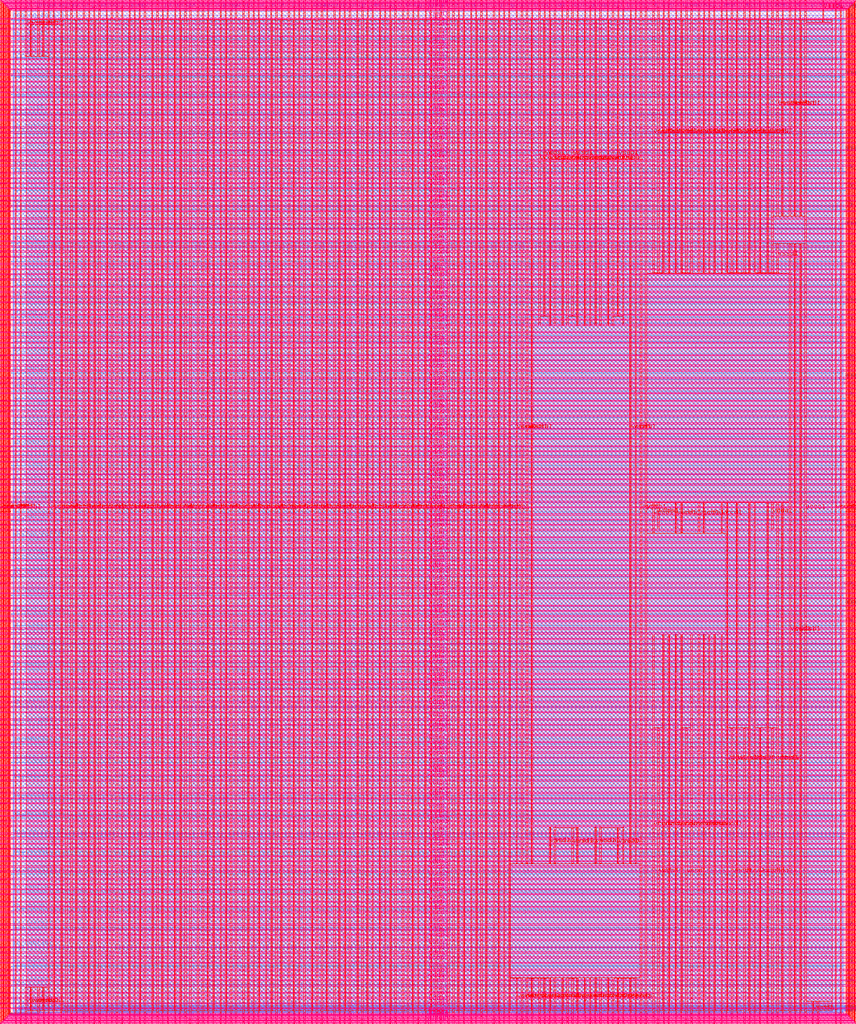
<source format=lef>
VERSION 5.7 ;
  NOWIREEXTENSIONATPIN ON ;
  DIVIDERCHAR "/" ;
  BUSBITCHARS "[]" ;
MACRO user_project_wrapper
  CLASS BLOCK ;
  FOREIGN user_project_wrapper ;
  ORIGIN 0.000 0.000 ;
  SIZE 2920.000 BY 3520.000 ;
  PIN analog_io[0]
    DIRECTION INOUT ;
    USE SIGNAL ;
    PORT
      LAYER met3 ;
        RECT 2917.600 1426.380 2924.800 1427.580 ;
    END
  END analog_io[0]
  PIN analog_io[10]
    DIRECTION INOUT ;
    USE SIGNAL ;
    PORT
      LAYER met2 ;
        RECT 2230.490 3517.600 2231.050 3524.800 ;
    END
  END analog_io[10]
  PIN analog_io[11]
    DIRECTION INOUT ;
    USE SIGNAL ;
    PORT
      LAYER met2 ;
        RECT 1905.730 3517.600 1906.290 3524.800 ;
    END
  END analog_io[11]
  PIN analog_io[12]
    DIRECTION INOUT ;
    USE SIGNAL ;
    PORT
      LAYER met2 ;
        RECT 1581.430 3517.600 1581.990 3524.800 ;
    END
  END analog_io[12]
  PIN analog_io[13]
    DIRECTION INOUT ;
    USE SIGNAL ;
    PORT
      LAYER met2 ;
        RECT 1257.130 3517.600 1257.690 3524.800 ;
    END
  END analog_io[13]
  PIN analog_io[14]
    DIRECTION INOUT ;
    USE SIGNAL ;
    PORT
      LAYER met2 ;
        RECT 932.370 3517.600 932.930 3524.800 ;
    END
  END analog_io[14]
  PIN analog_io[15]
    DIRECTION INOUT ;
    USE SIGNAL ;
    PORT
      LAYER met2 ;
        RECT 608.070 3517.600 608.630 3524.800 ;
    END
  END analog_io[15]
  PIN analog_io[16]
    DIRECTION INOUT ;
    USE SIGNAL ;
    PORT
      LAYER met2 ;
        RECT 283.770 3517.600 284.330 3524.800 ;
    END
  END analog_io[16]
  PIN analog_io[17]
    DIRECTION INOUT ;
    USE SIGNAL ;
    PORT
      LAYER met3 ;
        RECT -4.800 3486.100 2.400 3487.300 ;
    END
  END analog_io[17]
  PIN analog_io[18]
    DIRECTION INOUT ;
    USE SIGNAL ;
    PORT
      LAYER met3 ;
        RECT -4.800 3224.980 2.400 3226.180 ;
    END
  END analog_io[18]
  PIN analog_io[19]
    DIRECTION INOUT ;
    USE SIGNAL ;
    PORT
      LAYER met3 ;
        RECT -4.800 2964.540 2.400 2965.740 ;
    END
  END analog_io[19]
  PIN analog_io[1]
    DIRECTION INOUT ;
    USE SIGNAL ;
    PORT
      LAYER met3 ;
        RECT 2917.600 1692.260 2924.800 1693.460 ;
    END
  END analog_io[1]
  PIN analog_io[20]
    DIRECTION INOUT ;
    USE SIGNAL ;
    PORT
      LAYER met3 ;
        RECT -4.800 2703.420 2.400 2704.620 ;
    END
  END analog_io[20]
  PIN analog_io[21]
    DIRECTION INOUT ;
    USE SIGNAL ;
    PORT
      LAYER met3 ;
        RECT -4.800 2442.980 2.400 2444.180 ;
    END
  END analog_io[21]
  PIN analog_io[22]
    DIRECTION INOUT ;
    USE SIGNAL ;
    PORT
      LAYER met3 ;
        RECT -4.800 2182.540 2.400 2183.740 ;
    END
  END analog_io[22]
  PIN analog_io[23]
    DIRECTION INOUT ;
    USE SIGNAL ;
    PORT
      LAYER met3 ;
        RECT -4.800 1921.420 2.400 1922.620 ;
    END
  END analog_io[23]
  PIN analog_io[24]
    DIRECTION INOUT ;
    USE SIGNAL ;
    PORT
      LAYER met3 ;
        RECT -4.800 1660.980 2.400 1662.180 ;
    END
  END analog_io[24]
  PIN analog_io[25]
    DIRECTION INOUT ;
    USE SIGNAL ;
    PORT
      LAYER met3 ;
        RECT -4.800 1399.860 2.400 1401.060 ;
    END
  END analog_io[25]
  PIN analog_io[26]
    DIRECTION INOUT ;
    USE SIGNAL ;
    PORT
      LAYER met3 ;
        RECT -4.800 1139.420 2.400 1140.620 ;
    END
  END analog_io[26]
  PIN analog_io[27]
    DIRECTION INOUT ;
    USE SIGNAL ;
    PORT
      LAYER met3 ;
        RECT -4.800 878.980 2.400 880.180 ;
    END
  END analog_io[27]
  PIN analog_io[28]
    DIRECTION INOUT ;
    USE SIGNAL ;
    PORT
      LAYER met3 ;
        RECT -4.800 617.860 2.400 619.060 ;
    END
  END analog_io[28]
  PIN analog_io[2]
    DIRECTION INOUT ;
    USE SIGNAL ;
    PORT
      LAYER met3 ;
        RECT 2917.600 1958.140 2924.800 1959.340 ;
    END
  END analog_io[2]
  PIN analog_io[3]
    DIRECTION INOUT ;
    USE SIGNAL ;
    PORT
      LAYER met3 ;
        RECT 2917.600 2223.340 2924.800 2224.540 ;
    END
  END analog_io[3]
  PIN analog_io[4]
    DIRECTION INOUT ;
    USE SIGNAL ;
    PORT
      LAYER met3 ;
        RECT 2917.600 2489.220 2924.800 2490.420 ;
    END
  END analog_io[4]
  PIN analog_io[5]
    DIRECTION INOUT ;
    USE SIGNAL ;
    PORT
      LAYER met3 ;
        RECT 2917.600 2755.100 2924.800 2756.300 ;
    END
  END analog_io[5]
  PIN analog_io[6]
    DIRECTION INOUT ;
    USE SIGNAL ;
    PORT
      LAYER met3 ;
        RECT 2917.600 3020.300 2924.800 3021.500 ;
    END
  END analog_io[6]
  PIN analog_io[7]
    DIRECTION INOUT ;
    USE SIGNAL ;
    PORT
      LAYER met3 ;
        RECT 2917.600 3286.180 2924.800 3287.380 ;
    END
  END analog_io[7]
  PIN analog_io[8]
    DIRECTION INOUT ;
    USE SIGNAL ;
    PORT
      LAYER met2 ;
        RECT 2879.090 3517.600 2879.650 3524.800 ;
    END
  END analog_io[8]
  PIN analog_io[9]
    DIRECTION INOUT ;
    USE SIGNAL ;
    PORT
      LAYER met2 ;
        RECT 2554.790 3517.600 2555.350 3524.800 ;
    END
  END analog_io[9]
  PIN io_in[0]
    DIRECTION INPUT ;
    USE SIGNAL ;
    PORT
      LAYER met3 ;
        RECT 2917.600 32.380 2924.800 33.580 ;
    END
  END io_in[0]
  PIN io_in[10]
    DIRECTION INPUT ;
    USE SIGNAL ;
    PORT
      LAYER met3 ;
        RECT 2917.600 2289.980 2924.800 2291.180 ;
    END
  END io_in[10]
  PIN io_in[11]
    DIRECTION INPUT ;
    USE SIGNAL ;
    PORT
      LAYER met3 ;
        RECT 2917.600 2555.860 2924.800 2557.060 ;
    END
  END io_in[11]
  PIN io_in[12]
    DIRECTION INPUT ;
    USE SIGNAL ;
    PORT
      LAYER met3 ;
        RECT 2917.600 2821.060 2924.800 2822.260 ;
    END
  END io_in[12]
  PIN io_in[13]
    DIRECTION INPUT ;
    USE SIGNAL ;
    PORT
      LAYER met3 ;
        RECT 2917.600 3086.940 2924.800 3088.140 ;
    END
  END io_in[13]
  PIN io_in[14]
    DIRECTION INPUT ;
    USE SIGNAL ;
    PORT
      LAYER met3 ;
        RECT 2917.600 3352.820 2924.800 3354.020 ;
    END
  END io_in[14]
  PIN io_in[15]
    DIRECTION INPUT ;
    USE SIGNAL ;
    PORT
      LAYER met2 ;
        RECT 2798.130 3517.600 2798.690 3524.800 ;
    END
  END io_in[15]
  PIN io_in[16]
    DIRECTION INPUT ;
    USE SIGNAL ;
    PORT
      LAYER met2 ;
        RECT 2473.830 3517.600 2474.390 3524.800 ;
    END
  END io_in[16]
  PIN io_in[17]
    DIRECTION INPUT ;
    USE SIGNAL ;
    PORT
      LAYER met2 ;
        RECT 2149.070 3517.600 2149.630 3524.800 ;
    END
  END io_in[17]
  PIN io_in[18]
    DIRECTION INPUT ;
    USE SIGNAL ;
    PORT
      LAYER met2 ;
        RECT 1824.770 3517.600 1825.330 3524.800 ;
    END
  END io_in[18]
  PIN io_in[19]
    DIRECTION INPUT ;
    USE SIGNAL ;
    PORT
      LAYER met2 ;
        RECT 1500.470 3517.600 1501.030 3524.800 ;
    END
  END io_in[19]
  PIN io_in[1]
    DIRECTION INPUT ;
    USE SIGNAL ;
    PORT
      LAYER met3 ;
        RECT 2917.600 230.940 2924.800 232.140 ;
    END
  END io_in[1]
  PIN io_in[20]
    DIRECTION INPUT ;
    USE SIGNAL ;
    PORT
      LAYER met2 ;
        RECT 1175.710 3517.600 1176.270 3524.800 ;
    END
  END io_in[20]
  PIN io_in[21]
    DIRECTION INPUT ;
    USE SIGNAL ;
    PORT
      LAYER met2 ;
        RECT 851.410 3517.600 851.970 3524.800 ;
    END
  END io_in[21]
  PIN io_in[22]
    DIRECTION INPUT ;
    USE SIGNAL ;
    PORT
      LAYER met2 ;
        RECT 527.110 3517.600 527.670 3524.800 ;
    END
  END io_in[22]
  PIN io_in[23]
    DIRECTION INPUT ;
    USE SIGNAL ;
    PORT
      LAYER met2 ;
        RECT 202.350 3517.600 202.910 3524.800 ;
    END
  END io_in[23]
  PIN io_in[24]
    DIRECTION INPUT ;
    USE SIGNAL ;
    PORT
      LAYER met3 ;
        RECT -4.800 3420.820 2.400 3422.020 ;
    END
  END io_in[24]
  PIN io_in[25]
    DIRECTION INPUT ;
    USE SIGNAL ;
    PORT
      LAYER met3 ;
        RECT -4.800 3159.700 2.400 3160.900 ;
    END
  END io_in[25]
  PIN io_in[26]
    DIRECTION INPUT ;
    USE SIGNAL ;
    PORT
      LAYER met3 ;
        RECT -4.800 2899.260 2.400 2900.460 ;
    END
  END io_in[26]
  PIN io_in[27]
    DIRECTION INPUT ;
    USE SIGNAL ;
    PORT
      LAYER met3 ;
        RECT -4.800 2638.820 2.400 2640.020 ;
    END
  END io_in[27]
  PIN io_in[28]
    DIRECTION INPUT ;
    USE SIGNAL ;
    PORT
      LAYER met3 ;
        RECT -4.800 2377.700 2.400 2378.900 ;
    END
  END io_in[28]
  PIN io_in[29]
    DIRECTION INPUT ;
    USE SIGNAL ;
    PORT
      LAYER met3 ;
        RECT -4.800 2117.260 2.400 2118.460 ;
    END
  END io_in[29]
  PIN io_in[2]
    DIRECTION INPUT ;
    USE SIGNAL ;
    PORT
      LAYER met3 ;
        RECT 2917.600 430.180 2924.800 431.380 ;
    END
  END io_in[2]
  PIN io_in[30]
    DIRECTION INPUT ;
    USE SIGNAL ;
    PORT
      LAYER met3 ;
        RECT -4.800 1856.140 2.400 1857.340 ;
    END
  END io_in[30]
  PIN io_in[31]
    DIRECTION INPUT ;
    USE SIGNAL ;
    PORT
      LAYER met3 ;
        RECT -4.800 1595.700 2.400 1596.900 ;
    END
  END io_in[31]
  PIN io_in[32]
    DIRECTION INPUT ;
    USE SIGNAL ;
    PORT
      LAYER met3 ;
        RECT -4.800 1335.260 2.400 1336.460 ;
    END
  END io_in[32]
  PIN io_in[33]
    DIRECTION INPUT ;
    USE SIGNAL ;
    PORT
      LAYER met3 ;
        RECT -4.800 1074.140 2.400 1075.340 ;
    END
  END io_in[33]
  PIN io_in[34]
    DIRECTION INPUT ;
    USE SIGNAL ;
    PORT
      LAYER met3 ;
        RECT -4.800 813.700 2.400 814.900 ;
    END
  END io_in[34]
  PIN io_in[35]
    DIRECTION INPUT ;
    USE SIGNAL ;
    PORT
      LAYER met3 ;
        RECT -4.800 552.580 2.400 553.780 ;
    END
  END io_in[35]
  PIN io_in[36]
    DIRECTION INPUT ;
    USE SIGNAL ;
    PORT
      LAYER met3 ;
        RECT -4.800 357.420 2.400 358.620 ;
    END
  END io_in[36]
  PIN io_in[37]
    DIRECTION INPUT ;
    USE SIGNAL ;
    PORT
      LAYER met3 ;
        RECT -4.800 161.580 2.400 162.780 ;
    END
  END io_in[37]
  PIN io_in[3]
    DIRECTION INPUT ;
    USE SIGNAL ;
    PORT
      LAYER met3 ;
        RECT 2917.600 629.420 2924.800 630.620 ;
    END
  END io_in[3]
  PIN io_in[4]
    DIRECTION INPUT ;
    USE SIGNAL ;
    PORT
      LAYER met3 ;
        RECT 2917.600 828.660 2924.800 829.860 ;
    END
  END io_in[4]
  PIN io_in[5]
    DIRECTION INPUT ;
    USE SIGNAL ;
    PORT
      LAYER met3 ;
        RECT 2917.600 1027.900 2924.800 1029.100 ;
    END
  END io_in[5]
  PIN io_in[6]
    DIRECTION INPUT ;
    USE SIGNAL ;
    PORT
      LAYER met3 ;
        RECT 2917.600 1227.140 2924.800 1228.340 ;
    END
  END io_in[6]
  PIN io_in[7]
    DIRECTION INPUT ;
    USE SIGNAL ;
    PORT
      LAYER met3 ;
        RECT 2917.600 1493.020 2924.800 1494.220 ;
    END
  END io_in[7]
  PIN io_in[8]
    DIRECTION INPUT ;
    USE SIGNAL ;
    PORT
      LAYER met3 ;
        RECT 2917.600 1758.900 2924.800 1760.100 ;
    END
  END io_in[8]
  PIN io_in[9]
    DIRECTION INPUT ;
    USE SIGNAL ;
    PORT
      LAYER met3 ;
        RECT 2917.600 2024.100 2924.800 2025.300 ;
    END
  END io_in[9]
  PIN io_oeb[0]
    DIRECTION OUTPUT TRISTATE ;
    USE SIGNAL ;
    PORT
      LAYER met3 ;
        RECT 2917.600 164.980 2924.800 166.180 ;
    END
  END io_oeb[0]
  PIN io_oeb[10]
    DIRECTION OUTPUT TRISTATE ;
    USE SIGNAL ;
    PORT
      LAYER met3 ;
        RECT 2917.600 2422.580 2924.800 2423.780 ;
    END
  END io_oeb[10]
  PIN io_oeb[11]
    DIRECTION OUTPUT TRISTATE ;
    USE SIGNAL ;
    PORT
      LAYER met3 ;
        RECT 2917.600 2688.460 2924.800 2689.660 ;
    END
  END io_oeb[11]
  PIN io_oeb[12]
    DIRECTION OUTPUT TRISTATE ;
    USE SIGNAL ;
    PORT
      LAYER met3 ;
        RECT 2917.600 2954.340 2924.800 2955.540 ;
    END
  END io_oeb[12]
  PIN io_oeb[13]
    DIRECTION OUTPUT TRISTATE ;
    USE SIGNAL ;
    PORT
      LAYER met3 ;
        RECT 2917.600 3219.540 2924.800 3220.740 ;
    END
  END io_oeb[13]
  PIN io_oeb[14]
    DIRECTION OUTPUT TRISTATE ;
    USE SIGNAL ;
    PORT
      LAYER met3 ;
        RECT 2917.600 3485.420 2924.800 3486.620 ;
    END
  END io_oeb[14]
  PIN io_oeb[15]
    DIRECTION OUTPUT TRISTATE ;
    USE SIGNAL ;
    PORT
      LAYER met2 ;
        RECT 2635.750 3517.600 2636.310 3524.800 ;
    END
  END io_oeb[15]
  PIN io_oeb[16]
    DIRECTION OUTPUT TRISTATE ;
    USE SIGNAL ;
    PORT
      LAYER met2 ;
        RECT 2311.450 3517.600 2312.010 3524.800 ;
    END
  END io_oeb[16]
  PIN io_oeb[17]
    DIRECTION OUTPUT TRISTATE ;
    USE SIGNAL ;
    PORT
      LAYER met2 ;
        RECT 1987.150 3517.600 1987.710 3524.800 ;
    END
  END io_oeb[17]
  PIN io_oeb[18]
    DIRECTION OUTPUT TRISTATE ;
    USE SIGNAL ;
    PORT
      LAYER met2 ;
        RECT 1662.390 3517.600 1662.950 3524.800 ;
    END
  END io_oeb[18]
  PIN io_oeb[19]
    DIRECTION OUTPUT TRISTATE ;
    USE SIGNAL ;
    PORT
      LAYER met2 ;
        RECT 1338.090 3517.600 1338.650 3524.800 ;
    END
  END io_oeb[19]
  PIN io_oeb[1]
    DIRECTION OUTPUT TRISTATE ;
    USE SIGNAL ;
    PORT
      LAYER met3 ;
        RECT 2917.600 364.220 2924.800 365.420 ;
    END
  END io_oeb[1]
  PIN io_oeb[20]
    DIRECTION OUTPUT TRISTATE ;
    USE SIGNAL ;
    PORT
      LAYER met2 ;
        RECT 1013.790 3517.600 1014.350 3524.800 ;
    END
  END io_oeb[20]
  PIN io_oeb[21]
    DIRECTION OUTPUT TRISTATE ;
    USE SIGNAL ;
    PORT
      LAYER met2 ;
        RECT 689.030 3517.600 689.590 3524.800 ;
    END
  END io_oeb[21]
  PIN io_oeb[22]
    DIRECTION OUTPUT TRISTATE ;
    USE SIGNAL ;
    PORT
      LAYER met2 ;
        RECT 364.730 3517.600 365.290 3524.800 ;
    END
  END io_oeb[22]
  PIN io_oeb[23]
    DIRECTION OUTPUT TRISTATE ;
    USE SIGNAL ;
    PORT
      LAYER met2 ;
        RECT 40.430 3517.600 40.990 3524.800 ;
    END
  END io_oeb[23]
  PIN io_oeb[24]
    DIRECTION OUTPUT TRISTATE ;
    USE SIGNAL ;
    PORT
      LAYER met3 ;
        RECT -4.800 3290.260 2.400 3291.460 ;
    END
  END io_oeb[24]
  PIN io_oeb[25]
    DIRECTION OUTPUT TRISTATE ;
    USE SIGNAL ;
    PORT
      LAYER met3 ;
        RECT -4.800 3029.820 2.400 3031.020 ;
    END
  END io_oeb[25]
  PIN io_oeb[26]
    DIRECTION OUTPUT TRISTATE ;
    USE SIGNAL ;
    PORT
      LAYER met3 ;
        RECT -4.800 2768.700 2.400 2769.900 ;
    END
  END io_oeb[26]
  PIN io_oeb[27]
    DIRECTION OUTPUT TRISTATE ;
    USE SIGNAL ;
    PORT
      LAYER met3 ;
        RECT -4.800 2508.260 2.400 2509.460 ;
    END
  END io_oeb[27]
  PIN io_oeb[28]
    DIRECTION OUTPUT TRISTATE ;
    USE SIGNAL ;
    PORT
      LAYER met3 ;
        RECT -4.800 2247.140 2.400 2248.340 ;
    END
  END io_oeb[28]
  PIN io_oeb[29]
    DIRECTION OUTPUT TRISTATE ;
    USE SIGNAL ;
    PORT
      LAYER met3 ;
        RECT -4.800 1986.700 2.400 1987.900 ;
    END
  END io_oeb[29]
  PIN io_oeb[2]
    DIRECTION OUTPUT TRISTATE ;
    USE SIGNAL ;
    PORT
      LAYER met3 ;
        RECT 2917.600 563.460 2924.800 564.660 ;
    END
  END io_oeb[2]
  PIN io_oeb[30]
    DIRECTION OUTPUT TRISTATE ;
    USE SIGNAL ;
    PORT
      LAYER met3 ;
        RECT -4.800 1726.260 2.400 1727.460 ;
    END
  END io_oeb[30]
  PIN io_oeb[31]
    DIRECTION OUTPUT TRISTATE ;
    USE SIGNAL ;
    PORT
      LAYER met3 ;
        RECT -4.800 1465.140 2.400 1466.340 ;
    END
  END io_oeb[31]
  PIN io_oeb[32]
    DIRECTION OUTPUT TRISTATE ;
    USE SIGNAL ;
    PORT
      LAYER met3 ;
        RECT -4.800 1204.700 2.400 1205.900 ;
    END
  END io_oeb[32]
  PIN io_oeb[33]
    DIRECTION OUTPUT TRISTATE ;
    USE SIGNAL ;
    PORT
      LAYER met3 ;
        RECT -4.800 943.580 2.400 944.780 ;
    END
  END io_oeb[33]
  PIN io_oeb[34]
    DIRECTION OUTPUT TRISTATE ;
    USE SIGNAL ;
    PORT
      LAYER met3 ;
        RECT -4.800 683.140 2.400 684.340 ;
    END
  END io_oeb[34]
  PIN io_oeb[35]
    DIRECTION OUTPUT TRISTATE ;
    USE SIGNAL ;
    PORT
      LAYER met3 ;
        RECT -4.800 422.700 2.400 423.900 ;
    END
  END io_oeb[35]
  PIN io_oeb[36]
    DIRECTION OUTPUT TRISTATE ;
    USE SIGNAL ;
    PORT
      LAYER met3 ;
        RECT -4.800 226.860 2.400 228.060 ;
    END
  END io_oeb[36]
  PIN io_oeb[37]
    DIRECTION OUTPUT TRISTATE ;
    USE SIGNAL ;
    PORT
      LAYER met3 ;
        RECT -4.800 31.700 2.400 32.900 ;
    END
  END io_oeb[37]
  PIN io_oeb[3]
    DIRECTION OUTPUT TRISTATE ;
    USE SIGNAL ;
    PORT
      LAYER met3 ;
        RECT 2917.600 762.700 2924.800 763.900 ;
    END
  END io_oeb[3]
  PIN io_oeb[4]
    DIRECTION OUTPUT TRISTATE ;
    USE SIGNAL ;
    PORT
      LAYER met3 ;
        RECT 2917.600 961.940 2924.800 963.140 ;
    END
  END io_oeb[4]
  PIN io_oeb[5]
    DIRECTION OUTPUT TRISTATE ;
    USE SIGNAL ;
    PORT
      LAYER met3 ;
        RECT 2917.600 1161.180 2924.800 1162.380 ;
    END
  END io_oeb[5]
  PIN io_oeb[6]
    DIRECTION OUTPUT TRISTATE ;
    USE SIGNAL ;
    PORT
      LAYER met3 ;
        RECT 2917.600 1360.420 2924.800 1361.620 ;
    END
  END io_oeb[6]
  PIN io_oeb[7]
    DIRECTION OUTPUT TRISTATE ;
    USE SIGNAL ;
    PORT
      LAYER met3 ;
        RECT 2917.600 1625.620 2924.800 1626.820 ;
    END
  END io_oeb[7]
  PIN io_oeb[8]
    DIRECTION OUTPUT TRISTATE ;
    USE SIGNAL ;
    PORT
      LAYER met3 ;
        RECT 2917.600 1891.500 2924.800 1892.700 ;
    END
  END io_oeb[8]
  PIN io_oeb[9]
    DIRECTION OUTPUT TRISTATE ;
    USE SIGNAL ;
    PORT
      LAYER met3 ;
        RECT 2917.600 2157.380 2924.800 2158.580 ;
    END
  END io_oeb[9]
  PIN io_out[0]
    DIRECTION OUTPUT TRISTATE ;
    USE SIGNAL ;
    PORT
      LAYER met3 ;
        RECT 2917.600 98.340 2924.800 99.540 ;
    END
  END io_out[0]
  PIN io_out[10]
    DIRECTION OUTPUT TRISTATE ;
    USE SIGNAL ;
    PORT
      LAYER met3 ;
        RECT 2917.600 2356.620 2924.800 2357.820 ;
    END
  END io_out[10]
  PIN io_out[11]
    DIRECTION OUTPUT TRISTATE ;
    USE SIGNAL ;
    PORT
      LAYER met3 ;
        RECT 2917.600 2621.820 2924.800 2623.020 ;
    END
  END io_out[11]
  PIN io_out[12]
    DIRECTION OUTPUT TRISTATE ;
    USE SIGNAL ;
    PORT
      LAYER met3 ;
        RECT 2917.600 2887.700 2924.800 2888.900 ;
    END
  END io_out[12]
  PIN io_out[13]
    DIRECTION OUTPUT TRISTATE ;
    USE SIGNAL ;
    PORT
      LAYER met3 ;
        RECT 2917.600 3153.580 2924.800 3154.780 ;
    END
  END io_out[13]
  PIN io_out[14]
    DIRECTION OUTPUT TRISTATE ;
    USE SIGNAL ;
    PORT
      LAYER met3 ;
        RECT 2917.600 3418.780 2924.800 3419.980 ;
    END
  END io_out[14]
  PIN io_out[15]
    DIRECTION OUTPUT TRISTATE ;
    USE SIGNAL ;
    PORT
      LAYER met2 ;
        RECT 2717.170 3517.600 2717.730 3524.800 ;
    END
  END io_out[15]
  PIN io_out[16]
    DIRECTION OUTPUT TRISTATE ;
    USE SIGNAL ;
    PORT
      LAYER met2 ;
        RECT 2392.410 3517.600 2392.970 3524.800 ;
    END
  END io_out[16]
  PIN io_out[17]
    DIRECTION OUTPUT TRISTATE ;
    USE SIGNAL ;
    PORT
      LAYER met2 ;
        RECT 2068.110 3517.600 2068.670 3524.800 ;
    END
  END io_out[17]
  PIN io_out[18]
    DIRECTION OUTPUT TRISTATE ;
    USE SIGNAL ;
    PORT
      LAYER met2 ;
        RECT 1743.810 3517.600 1744.370 3524.800 ;
    END
  END io_out[18]
  PIN io_out[19]
    DIRECTION OUTPUT TRISTATE ;
    USE SIGNAL ;
    PORT
      LAYER met2 ;
        RECT 1419.050 3517.600 1419.610 3524.800 ;
    END
  END io_out[19]
  PIN io_out[1]
    DIRECTION OUTPUT TRISTATE ;
    USE SIGNAL ;
    PORT
      LAYER met3 ;
        RECT 2917.600 297.580 2924.800 298.780 ;
    END
  END io_out[1]
  PIN io_out[20]
    DIRECTION OUTPUT TRISTATE ;
    USE SIGNAL ;
    PORT
      LAYER met2 ;
        RECT 1094.750 3517.600 1095.310 3524.800 ;
    END
  END io_out[20]
  PIN io_out[21]
    DIRECTION OUTPUT TRISTATE ;
    USE SIGNAL ;
    PORT
      LAYER met2 ;
        RECT 770.450 3517.600 771.010 3524.800 ;
    END
  END io_out[21]
  PIN io_out[22]
    DIRECTION OUTPUT TRISTATE ;
    USE SIGNAL ;
    PORT
      LAYER met2 ;
        RECT 445.690 3517.600 446.250 3524.800 ;
    END
  END io_out[22]
  PIN io_out[23]
    DIRECTION OUTPUT TRISTATE ;
    USE SIGNAL ;
    PORT
      LAYER met2 ;
        RECT 121.390 3517.600 121.950 3524.800 ;
    END
  END io_out[23]
  PIN io_out[24]
    DIRECTION OUTPUT TRISTATE ;
    USE SIGNAL ;
    PORT
      LAYER met3 ;
        RECT -4.800 3355.540 2.400 3356.740 ;
    END
  END io_out[24]
  PIN io_out[25]
    DIRECTION OUTPUT TRISTATE ;
    USE SIGNAL ;
    PORT
      LAYER met3 ;
        RECT -4.800 3095.100 2.400 3096.300 ;
    END
  END io_out[25]
  PIN io_out[26]
    DIRECTION OUTPUT TRISTATE ;
    USE SIGNAL ;
    PORT
      LAYER met3 ;
        RECT -4.800 2833.980 2.400 2835.180 ;
    END
  END io_out[26]
  PIN io_out[27]
    DIRECTION OUTPUT TRISTATE ;
    USE SIGNAL ;
    PORT
      LAYER met3 ;
        RECT -4.800 2573.540 2.400 2574.740 ;
    END
  END io_out[27]
  PIN io_out[28]
    DIRECTION OUTPUT TRISTATE ;
    USE SIGNAL ;
    PORT
      LAYER met3 ;
        RECT -4.800 2312.420 2.400 2313.620 ;
    END
  END io_out[28]
  PIN io_out[29]
    DIRECTION OUTPUT TRISTATE ;
    USE SIGNAL ;
    PORT
      LAYER met3 ;
        RECT -4.800 2051.980 2.400 2053.180 ;
    END
  END io_out[29]
  PIN io_out[2]
    DIRECTION OUTPUT TRISTATE ;
    USE SIGNAL ;
    PORT
      LAYER met3 ;
        RECT 2917.600 496.820 2924.800 498.020 ;
    END
  END io_out[2]
  PIN io_out[30]
    DIRECTION OUTPUT TRISTATE ;
    USE SIGNAL ;
    PORT
      LAYER met3 ;
        RECT -4.800 1791.540 2.400 1792.740 ;
    END
  END io_out[30]
  PIN io_out[31]
    DIRECTION OUTPUT TRISTATE ;
    USE SIGNAL ;
    PORT
      LAYER met3 ;
        RECT -4.800 1530.420 2.400 1531.620 ;
    END
  END io_out[31]
  PIN io_out[32]
    DIRECTION OUTPUT TRISTATE ;
    USE SIGNAL ;
    PORT
      LAYER met3 ;
        RECT -4.800 1269.980 2.400 1271.180 ;
    END
  END io_out[32]
  PIN io_out[33]
    DIRECTION OUTPUT TRISTATE ;
    USE SIGNAL ;
    PORT
      LAYER met3 ;
        RECT -4.800 1008.860 2.400 1010.060 ;
    END
  END io_out[33]
  PIN io_out[34]
    DIRECTION OUTPUT TRISTATE ;
    USE SIGNAL ;
    PORT
      LAYER met3 ;
        RECT -4.800 748.420 2.400 749.620 ;
    END
  END io_out[34]
  PIN io_out[35]
    DIRECTION OUTPUT TRISTATE ;
    USE SIGNAL ;
    PORT
      LAYER met3 ;
        RECT -4.800 487.300 2.400 488.500 ;
    END
  END io_out[35]
  PIN io_out[36]
    DIRECTION OUTPUT TRISTATE ;
    USE SIGNAL ;
    PORT
      LAYER met3 ;
        RECT -4.800 292.140 2.400 293.340 ;
    END
  END io_out[36]
  PIN io_out[37]
    DIRECTION OUTPUT TRISTATE ;
    USE SIGNAL ;
    PORT
      LAYER met3 ;
        RECT -4.800 96.300 2.400 97.500 ;
    END
  END io_out[37]
  PIN io_out[3]
    DIRECTION OUTPUT TRISTATE ;
    USE SIGNAL ;
    PORT
      LAYER met3 ;
        RECT 2917.600 696.060 2924.800 697.260 ;
    END
  END io_out[3]
  PIN io_out[4]
    DIRECTION OUTPUT TRISTATE ;
    USE SIGNAL ;
    PORT
      LAYER met3 ;
        RECT 2917.600 895.300 2924.800 896.500 ;
    END
  END io_out[4]
  PIN io_out[5]
    DIRECTION OUTPUT TRISTATE ;
    USE SIGNAL ;
    PORT
      LAYER met3 ;
        RECT 2917.600 1094.540 2924.800 1095.740 ;
    END
  END io_out[5]
  PIN io_out[6]
    DIRECTION OUTPUT TRISTATE ;
    USE SIGNAL ;
    PORT
      LAYER met3 ;
        RECT 2917.600 1293.780 2924.800 1294.980 ;
    END
  END io_out[6]
  PIN io_out[7]
    DIRECTION OUTPUT TRISTATE ;
    USE SIGNAL ;
    PORT
      LAYER met3 ;
        RECT 2917.600 1559.660 2924.800 1560.860 ;
    END
  END io_out[7]
  PIN io_out[8]
    DIRECTION OUTPUT TRISTATE ;
    USE SIGNAL ;
    PORT
      LAYER met3 ;
        RECT 2917.600 1824.860 2924.800 1826.060 ;
    END
  END io_out[8]
  PIN io_out[9]
    DIRECTION OUTPUT TRISTATE ;
    USE SIGNAL ;
    PORT
      LAYER met3 ;
        RECT 2917.600 2090.740 2924.800 2091.940 ;
    END
  END io_out[9]
  PIN la_data_in[0]
    DIRECTION INPUT ;
    USE SIGNAL ;
    PORT
      LAYER met2 ;
        RECT 629.230 -4.800 629.790 2.400 ;
    END
  END la_data_in[0]
  PIN la_data_in[100]
    DIRECTION INPUT ;
    USE SIGNAL ;
    PORT
      LAYER met2 ;
        RECT 2402.530 -4.800 2403.090 2.400 ;
    END
  END la_data_in[100]
  PIN la_data_in[101]
    DIRECTION INPUT ;
    USE SIGNAL ;
    PORT
      LAYER met2 ;
        RECT 2420.010 -4.800 2420.570 2.400 ;
    END
  END la_data_in[101]
  PIN la_data_in[102]
    DIRECTION INPUT ;
    USE SIGNAL ;
    PORT
      LAYER met2 ;
        RECT 2437.950 -4.800 2438.510 2.400 ;
    END
  END la_data_in[102]
  PIN la_data_in[103]
    DIRECTION INPUT ;
    USE SIGNAL ;
    PORT
      LAYER met2 ;
        RECT 2455.430 -4.800 2455.990 2.400 ;
    END
  END la_data_in[103]
  PIN la_data_in[104]
    DIRECTION INPUT ;
    USE SIGNAL ;
    PORT
      LAYER met2 ;
        RECT 2473.370 -4.800 2473.930 2.400 ;
    END
  END la_data_in[104]
  PIN la_data_in[105]
    DIRECTION INPUT ;
    USE SIGNAL ;
    PORT
      LAYER met2 ;
        RECT 2490.850 -4.800 2491.410 2.400 ;
    END
  END la_data_in[105]
  PIN la_data_in[106]
    DIRECTION INPUT ;
    USE SIGNAL ;
    PORT
      LAYER met2 ;
        RECT 2508.790 -4.800 2509.350 2.400 ;
    END
  END la_data_in[106]
  PIN la_data_in[107]
    DIRECTION INPUT ;
    USE SIGNAL ;
    PORT
      LAYER met2 ;
        RECT 2526.730 -4.800 2527.290 2.400 ;
    END
  END la_data_in[107]
  PIN la_data_in[108]
    DIRECTION INPUT ;
    USE SIGNAL ;
    PORT
      LAYER met2 ;
        RECT 2544.210 -4.800 2544.770 2.400 ;
    END
  END la_data_in[108]
  PIN la_data_in[109]
    DIRECTION INPUT ;
    USE SIGNAL ;
    PORT
      LAYER met2 ;
        RECT 2562.150 -4.800 2562.710 2.400 ;
    END
  END la_data_in[109]
  PIN la_data_in[10]
    DIRECTION INPUT ;
    USE SIGNAL ;
    PORT
      LAYER met2 ;
        RECT 806.330 -4.800 806.890 2.400 ;
    END
  END la_data_in[10]
  PIN la_data_in[110]
    DIRECTION INPUT ;
    USE SIGNAL ;
    PORT
      LAYER met2 ;
        RECT 2579.630 -4.800 2580.190 2.400 ;
    END
  END la_data_in[110]
  PIN la_data_in[111]
    DIRECTION INPUT ;
    USE SIGNAL ;
    PORT
      LAYER met2 ;
        RECT 2597.570 -4.800 2598.130 2.400 ;
    END
  END la_data_in[111]
  PIN la_data_in[112]
    DIRECTION INPUT ;
    USE SIGNAL ;
    PORT
      LAYER met2 ;
        RECT 2615.050 -4.800 2615.610 2.400 ;
    END
  END la_data_in[112]
  PIN la_data_in[113]
    DIRECTION INPUT ;
    USE SIGNAL ;
    PORT
      LAYER met2 ;
        RECT 2632.990 -4.800 2633.550 2.400 ;
    END
  END la_data_in[113]
  PIN la_data_in[114]
    DIRECTION INPUT ;
    USE SIGNAL ;
    PORT
      LAYER met2 ;
        RECT 2650.470 -4.800 2651.030 2.400 ;
    END
  END la_data_in[114]
  PIN la_data_in[115]
    DIRECTION INPUT ;
    USE SIGNAL ;
    PORT
      LAYER met2 ;
        RECT 2668.410 -4.800 2668.970 2.400 ;
    END
  END la_data_in[115]
  PIN la_data_in[116]
    DIRECTION INPUT ;
    USE SIGNAL ;
    PORT
      LAYER met2 ;
        RECT 2685.890 -4.800 2686.450 2.400 ;
    END
  END la_data_in[116]
  PIN la_data_in[117]
    DIRECTION INPUT ;
    USE SIGNAL ;
    PORT
      LAYER met2 ;
        RECT 2703.830 -4.800 2704.390 2.400 ;
    END
  END la_data_in[117]
  PIN la_data_in[118]
    DIRECTION INPUT ;
    USE SIGNAL ;
    PORT
      LAYER met2 ;
        RECT 2721.770 -4.800 2722.330 2.400 ;
    END
  END la_data_in[118]
  PIN la_data_in[119]
    DIRECTION INPUT ;
    USE SIGNAL ;
    PORT
      LAYER met2 ;
        RECT 2739.250 -4.800 2739.810 2.400 ;
    END
  END la_data_in[119]
  PIN la_data_in[11]
    DIRECTION INPUT ;
    USE SIGNAL ;
    PORT
      LAYER met2 ;
        RECT 824.270 -4.800 824.830 2.400 ;
    END
  END la_data_in[11]
  PIN la_data_in[120]
    DIRECTION INPUT ;
    USE SIGNAL ;
    PORT
      LAYER met2 ;
        RECT 2757.190 -4.800 2757.750 2.400 ;
    END
  END la_data_in[120]
  PIN la_data_in[121]
    DIRECTION INPUT ;
    USE SIGNAL ;
    PORT
      LAYER met2 ;
        RECT 2774.670 -4.800 2775.230 2.400 ;
    END
  END la_data_in[121]
  PIN la_data_in[122]
    DIRECTION INPUT ;
    USE SIGNAL ;
    PORT
      LAYER met2 ;
        RECT 2792.610 -4.800 2793.170 2.400 ;
    END
  END la_data_in[122]
  PIN la_data_in[123]
    DIRECTION INPUT ;
    USE SIGNAL ;
    PORT
      LAYER met2 ;
        RECT 2810.090 -4.800 2810.650 2.400 ;
    END
  END la_data_in[123]
  PIN la_data_in[124]
    DIRECTION INPUT ;
    USE SIGNAL ;
    PORT
      LAYER met2 ;
        RECT 2828.030 -4.800 2828.590 2.400 ;
    END
  END la_data_in[124]
  PIN la_data_in[125]
    DIRECTION INPUT ;
    USE SIGNAL ;
    PORT
      LAYER met2 ;
        RECT 2845.510 -4.800 2846.070 2.400 ;
    END
  END la_data_in[125]
  PIN la_data_in[126]
    DIRECTION INPUT ;
    USE SIGNAL ;
    PORT
      LAYER met2 ;
        RECT 2863.450 -4.800 2864.010 2.400 ;
    END
  END la_data_in[126]
  PIN la_data_in[127]
    DIRECTION INPUT ;
    USE SIGNAL ;
    PORT
      LAYER met2 ;
        RECT 2881.390 -4.800 2881.950 2.400 ;
    END
  END la_data_in[127]
  PIN la_data_in[12]
    DIRECTION INPUT ;
    USE SIGNAL ;
    PORT
      LAYER met2 ;
        RECT 841.750 -4.800 842.310 2.400 ;
    END
  END la_data_in[12]
  PIN la_data_in[13]
    DIRECTION INPUT ;
    USE SIGNAL ;
    PORT
      LAYER met2 ;
        RECT 859.690 -4.800 860.250 2.400 ;
    END
  END la_data_in[13]
  PIN la_data_in[14]
    DIRECTION INPUT ;
    USE SIGNAL ;
    PORT
      LAYER met2 ;
        RECT 877.170 -4.800 877.730 2.400 ;
    END
  END la_data_in[14]
  PIN la_data_in[15]
    DIRECTION INPUT ;
    USE SIGNAL ;
    PORT
      LAYER met2 ;
        RECT 895.110 -4.800 895.670 2.400 ;
    END
  END la_data_in[15]
  PIN la_data_in[16]
    DIRECTION INPUT ;
    USE SIGNAL ;
    PORT
      LAYER met2 ;
        RECT 912.590 -4.800 913.150 2.400 ;
    END
  END la_data_in[16]
  PIN la_data_in[17]
    DIRECTION INPUT ;
    USE SIGNAL ;
    PORT
      LAYER met2 ;
        RECT 930.530 -4.800 931.090 2.400 ;
    END
  END la_data_in[17]
  PIN la_data_in[18]
    DIRECTION INPUT ;
    USE SIGNAL ;
    PORT
      LAYER met2 ;
        RECT 948.470 -4.800 949.030 2.400 ;
    END
  END la_data_in[18]
  PIN la_data_in[19]
    DIRECTION INPUT ;
    USE SIGNAL ;
    PORT
      LAYER met2 ;
        RECT 965.950 -4.800 966.510 2.400 ;
    END
  END la_data_in[19]
  PIN la_data_in[1]
    DIRECTION INPUT ;
    USE SIGNAL ;
    PORT
      LAYER met2 ;
        RECT 646.710 -4.800 647.270 2.400 ;
    END
  END la_data_in[1]
  PIN la_data_in[20]
    DIRECTION INPUT ;
    USE SIGNAL ;
    PORT
      LAYER met2 ;
        RECT 983.890 -4.800 984.450 2.400 ;
    END
  END la_data_in[20]
  PIN la_data_in[21]
    DIRECTION INPUT ;
    USE SIGNAL ;
    PORT
      LAYER met2 ;
        RECT 1001.370 -4.800 1001.930 2.400 ;
    END
  END la_data_in[21]
  PIN la_data_in[22]
    DIRECTION INPUT ;
    USE SIGNAL ;
    PORT
      LAYER met2 ;
        RECT 1019.310 -4.800 1019.870 2.400 ;
    END
  END la_data_in[22]
  PIN la_data_in[23]
    DIRECTION INPUT ;
    USE SIGNAL ;
    PORT
      LAYER met2 ;
        RECT 1036.790 -4.800 1037.350 2.400 ;
    END
  END la_data_in[23]
  PIN la_data_in[24]
    DIRECTION INPUT ;
    USE SIGNAL ;
    PORT
      LAYER met2 ;
        RECT 1054.730 -4.800 1055.290 2.400 ;
    END
  END la_data_in[24]
  PIN la_data_in[25]
    DIRECTION INPUT ;
    USE SIGNAL ;
    PORT
      LAYER met2 ;
        RECT 1072.210 -4.800 1072.770 2.400 ;
    END
  END la_data_in[25]
  PIN la_data_in[26]
    DIRECTION INPUT ;
    USE SIGNAL ;
    PORT
      LAYER met2 ;
        RECT 1090.150 -4.800 1090.710 2.400 ;
    END
  END la_data_in[26]
  PIN la_data_in[27]
    DIRECTION INPUT ;
    USE SIGNAL ;
    PORT
      LAYER met2 ;
        RECT 1107.630 -4.800 1108.190 2.400 ;
    END
  END la_data_in[27]
  PIN la_data_in[28]
    DIRECTION INPUT ;
    USE SIGNAL ;
    PORT
      LAYER met2 ;
        RECT 1125.570 -4.800 1126.130 2.400 ;
    END
  END la_data_in[28]
  PIN la_data_in[29]
    DIRECTION INPUT ;
    USE SIGNAL ;
    PORT
      LAYER met2 ;
        RECT 1143.510 -4.800 1144.070 2.400 ;
    END
  END la_data_in[29]
  PIN la_data_in[2]
    DIRECTION INPUT ;
    USE SIGNAL ;
    PORT
      LAYER met2 ;
        RECT 664.650 -4.800 665.210 2.400 ;
    END
  END la_data_in[2]
  PIN la_data_in[30]
    DIRECTION INPUT ;
    USE SIGNAL ;
    PORT
      LAYER met2 ;
        RECT 1160.990 -4.800 1161.550 2.400 ;
    END
  END la_data_in[30]
  PIN la_data_in[31]
    DIRECTION INPUT ;
    USE SIGNAL ;
    PORT
      LAYER met2 ;
        RECT 1178.930 -4.800 1179.490 2.400 ;
    END
  END la_data_in[31]
  PIN la_data_in[32]
    DIRECTION INPUT ;
    USE SIGNAL ;
    PORT
      LAYER met2 ;
        RECT 1196.410 -4.800 1196.970 2.400 ;
    END
  END la_data_in[32]
  PIN la_data_in[33]
    DIRECTION INPUT ;
    USE SIGNAL ;
    PORT
      LAYER met2 ;
        RECT 1214.350 -4.800 1214.910 2.400 ;
    END
  END la_data_in[33]
  PIN la_data_in[34]
    DIRECTION INPUT ;
    USE SIGNAL ;
    PORT
      LAYER met2 ;
        RECT 1231.830 -4.800 1232.390 2.400 ;
    END
  END la_data_in[34]
  PIN la_data_in[35]
    DIRECTION INPUT ;
    USE SIGNAL ;
    PORT
      LAYER met2 ;
        RECT 1249.770 -4.800 1250.330 2.400 ;
    END
  END la_data_in[35]
  PIN la_data_in[36]
    DIRECTION INPUT ;
    USE SIGNAL ;
    PORT
      LAYER met2 ;
        RECT 1267.250 -4.800 1267.810 2.400 ;
    END
  END la_data_in[36]
  PIN la_data_in[37]
    DIRECTION INPUT ;
    USE SIGNAL ;
    PORT
      LAYER met2 ;
        RECT 1285.190 -4.800 1285.750 2.400 ;
    END
  END la_data_in[37]
  PIN la_data_in[38]
    DIRECTION INPUT ;
    USE SIGNAL ;
    PORT
      LAYER met2 ;
        RECT 1303.130 -4.800 1303.690 2.400 ;
    END
  END la_data_in[38]
  PIN la_data_in[39]
    DIRECTION INPUT ;
    USE SIGNAL ;
    PORT
      LAYER met2 ;
        RECT 1320.610 -4.800 1321.170 2.400 ;
    END
  END la_data_in[39]
  PIN la_data_in[3]
    DIRECTION INPUT ;
    USE SIGNAL ;
    PORT
      LAYER met2 ;
        RECT 682.130 -4.800 682.690 2.400 ;
    END
  END la_data_in[3]
  PIN la_data_in[40]
    DIRECTION INPUT ;
    USE SIGNAL ;
    PORT
      LAYER met2 ;
        RECT 1338.550 -4.800 1339.110 2.400 ;
    END
  END la_data_in[40]
  PIN la_data_in[41]
    DIRECTION INPUT ;
    USE SIGNAL ;
    PORT
      LAYER met2 ;
        RECT 1356.030 -4.800 1356.590 2.400 ;
    END
  END la_data_in[41]
  PIN la_data_in[42]
    DIRECTION INPUT ;
    USE SIGNAL ;
    PORT
      LAYER met2 ;
        RECT 1373.970 -4.800 1374.530 2.400 ;
    END
  END la_data_in[42]
  PIN la_data_in[43]
    DIRECTION INPUT ;
    USE SIGNAL ;
    PORT
      LAYER met2 ;
        RECT 1391.450 -4.800 1392.010 2.400 ;
    END
  END la_data_in[43]
  PIN la_data_in[44]
    DIRECTION INPUT ;
    USE SIGNAL ;
    PORT
      LAYER met2 ;
        RECT 1409.390 -4.800 1409.950 2.400 ;
    END
  END la_data_in[44]
  PIN la_data_in[45]
    DIRECTION INPUT ;
    USE SIGNAL ;
    PORT
      LAYER met2 ;
        RECT 1426.870 -4.800 1427.430 2.400 ;
    END
  END la_data_in[45]
  PIN la_data_in[46]
    DIRECTION INPUT ;
    USE SIGNAL ;
    PORT
      LAYER met2 ;
        RECT 1444.810 -4.800 1445.370 2.400 ;
    END
  END la_data_in[46]
  PIN la_data_in[47]
    DIRECTION INPUT ;
    USE SIGNAL ;
    PORT
      LAYER met2 ;
        RECT 1462.750 -4.800 1463.310 2.400 ;
    END
  END la_data_in[47]
  PIN la_data_in[48]
    DIRECTION INPUT ;
    USE SIGNAL ;
    PORT
      LAYER met2 ;
        RECT 1480.230 -4.800 1480.790 2.400 ;
    END
  END la_data_in[48]
  PIN la_data_in[49]
    DIRECTION INPUT ;
    USE SIGNAL ;
    PORT
      LAYER met2 ;
        RECT 1498.170 -4.800 1498.730 2.400 ;
    END
  END la_data_in[49]
  PIN la_data_in[4]
    DIRECTION INPUT ;
    USE SIGNAL ;
    PORT
      LAYER met2 ;
        RECT 700.070 -4.800 700.630 2.400 ;
    END
  END la_data_in[4]
  PIN la_data_in[50]
    DIRECTION INPUT ;
    USE SIGNAL ;
    PORT
      LAYER met2 ;
        RECT 1515.650 -4.800 1516.210 2.400 ;
    END
  END la_data_in[50]
  PIN la_data_in[51]
    DIRECTION INPUT ;
    USE SIGNAL ;
    PORT
      LAYER met2 ;
        RECT 1533.590 -4.800 1534.150 2.400 ;
    END
  END la_data_in[51]
  PIN la_data_in[52]
    DIRECTION INPUT ;
    USE SIGNAL ;
    PORT
      LAYER met2 ;
        RECT 1551.070 -4.800 1551.630 2.400 ;
    END
  END la_data_in[52]
  PIN la_data_in[53]
    DIRECTION INPUT ;
    USE SIGNAL ;
    PORT
      LAYER met2 ;
        RECT 1569.010 -4.800 1569.570 2.400 ;
    END
  END la_data_in[53]
  PIN la_data_in[54]
    DIRECTION INPUT ;
    USE SIGNAL ;
    PORT
      LAYER met2 ;
        RECT 1586.490 -4.800 1587.050 2.400 ;
    END
  END la_data_in[54]
  PIN la_data_in[55]
    DIRECTION INPUT ;
    USE SIGNAL ;
    PORT
      LAYER met2 ;
        RECT 1604.430 -4.800 1604.990 2.400 ;
    END
  END la_data_in[55]
  PIN la_data_in[56]
    DIRECTION INPUT ;
    USE SIGNAL ;
    PORT
      LAYER met2 ;
        RECT 1621.910 -4.800 1622.470 2.400 ;
    END
  END la_data_in[56]
  PIN la_data_in[57]
    DIRECTION INPUT ;
    USE SIGNAL ;
    PORT
      LAYER met2 ;
        RECT 1639.850 -4.800 1640.410 2.400 ;
    END
  END la_data_in[57]
  PIN la_data_in[58]
    DIRECTION INPUT ;
    USE SIGNAL ;
    PORT
      LAYER met2 ;
        RECT 1657.790 -4.800 1658.350 2.400 ;
    END
  END la_data_in[58]
  PIN la_data_in[59]
    DIRECTION INPUT ;
    USE SIGNAL ;
    PORT
      LAYER met2 ;
        RECT 1675.270 -4.800 1675.830 2.400 ;
    END
  END la_data_in[59]
  PIN la_data_in[5]
    DIRECTION INPUT ;
    USE SIGNAL ;
    PORT
      LAYER met2 ;
        RECT 717.550 -4.800 718.110 2.400 ;
    END
  END la_data_in[5]
  PIN la_data_in[60]
    DIRECTION INPUT ;
    USE SIGNAL ;
    PORT
      LAYER met2 ;
        RECT 1693.210 -4.800 1693.770 2.400 ;
    END
  END la_data_in[60]
  PIN la_data_in[61]
    DIRECTION INPUT ;
    USE SIGNAL ;
    PORT
      LAYER met2 ;
        RECT 1710.690 -4.800 1711.250 2.400 ;
    END
  END la_data_in[61]
  PIN la_data_in[62]
    DIRECTION INPUT ;
    USE SIGNAL ;
    PORT
      LAYER met2 ;
        RECT 1728.630 -4.800 1729.190 2.400 ;
    END
  END la_data_in[62]
  PIN la_data_in[63]
    DIRECTION INPUT ;
    USE SIGNAL ;
    PORT
      LAYER met2 ;
        RECT 1746.110 -4.800 1746.670 2.400 ;
    END
  END la_data_in[63]
  PIN la_data_in[64]
    DIRECTION INPUT ;
    USE SIGNAL ;
    PORT
      LAYER met2 ;
        RECT 1764.050 -4.800 1764.610 2.400 ;
    END
  END la_data_in[64]
  PIN la_data_in[65]
    DIRECTION INPUT ;
    USE SIGNAL ;
    PORT
      LAYER met2 ;
        RECT 1781.530 -4.800 1782.090 2.400 ;
    END
  END la_data_in[65]
  PIN la_data_in[66]
    DIRECTION INPUT ;
    USE SIGNAL ;
    PORT
      LAYER met2 ;
        RECT 1799.470 -4.800 1800.030 2.400 ;
    END
  END la_data_in[66]
  PIN la_data_in[67]
    DIRECTION INPUT ;
    USE SIGNAL ;
    PORT
      LAYER met2 ;
        RECT 1817.410 -4.800 1817.970 2.400 ;
    END
  END la_data_in[67]
  PIN la_data_in[68]
    DIRECTION INPUT ;
    USE SIGNAL ;
    PORT
      LAYER met2 ;
        RECT 1834.890 -4.800 1835.450 2.400 ;
    END
  END la_data_in[68]
  PIN la_data_in[69]
    DIRECTION INPUT ;
    USE SIGNAL ;
    PORT
      LAYER met2 ;
        RECT 1852.830 -4.800 1853.390 2.400 ;
    END
  END la_data_in[69]
  PIN la_data_in[6]
    DIRECTION INPUT ;
    USE SIGNAL ;
    PORT
      LAYER met2 ;
        RECT 735.490 -4.800 736.050 2.400 ;
    END
  END la_data_in[6]
  PIN la_data_in[70]
    DIRECTION INPUT ;
    USE SIGNAL ;
    PORT
      LAYER met2 ;
        RECT 1870.310 -4.800 1870.870 2.400 ;
    END
  END la_data_in[70]
  PIN la_data_in[71]
    DIRECTION INPUT ;
    USE SIGNAL ;
    PORT
      LAYER met2 ;
        RECT 1888.250 -4.800 1888.810 2.400 ;
    END
  END la_data_in[71]
  PIN la_data_in[72]
    DIRECTION INPUT ;
    USE SIGNAL ;
    PORT
      LAYER met2 ;
        RECT 1905.730 -4.800 1906.290 2.400 ;
    END
  END la_data_in[72]
  PIN la_data_in[73]
    DIRECTION INPUT ;
    USE SIGNAL ;
    PORT
      LAYER met2 ;
        RECT 1923.670 -4.800 1924.230 2.400 ;
    END
  END la_data_in[73]
  PIN la_data_in[74]
    DIRECTION INPUT ;
    USE SIGNAL ;
    PORT
      LAYER met2 ;
        RECT 1941.150 -4.800 1941.710 2.400 ;
    END
  END la_data_in[74]
  PIN la_data_in[75]
    DIRECTION INPUT ;
    USE SIGNAL ;
    PORT
      LAYER met2 ;
        RECT 1959.090 -4.800 1959.650 2.400 ;
    END
  END la_data_in[75]
  PIN la_data_in[76]
    DIRECTION INPUT ;
    USE SIGNAL ;
    PORT
      LAYER met2 ;
        RECT 1976.570 -4.800 1977.130 2.400 ;
    END
  END la_data_in[76]
  PIN la_data_in[77]
    DIRECTION INPUT ;
    USE SIGNAL ;
    PORT
      LAYER met2 ;
        RECT 1994.510 -4.800 1995.070 2.400 ;
    END
  END la_data_in[77]
  PIN la_data_in[78]
    DIRECTION INPUT ;
    USE SIGNAL ;
    PORT
      LAYER met2 ;
        RECT 2012.450 -4.800 2013.010 2.400 ;
    END
  END la_data_in[78]
  PIN la_data_in[79]
    DIRECTION INPUT ;
    USE SIGNAL ;
    PORT
      LAYER met2 ;
        RECT 2029.930 -4.800 2030.490 2.400 ;
    END
  END la_data_in[79]
  PIN la_data_in[7]
    DIRECTION INPUT ;
    USE SIGNAL ;
    PORT
      LAYER met2 ;
        RECT 752.970 -4.800 753.530 2.400 ;
    END
  END la_data_in[7]
  PIN la_data_in[80]
    DIRECTION INPUT ;
    USE SIGNAL ;
    PORT
      LAYER met2 ;
        RECT 2047.870 -4.800 2048.430 2.400 ;
    END
  END la_data_in[80]
  PIN la_data_in[81]
    DIRECTION INPUT ;
    USE SIGNAL ;
    PORT
      LAYER met2 ;
        RECT 2065.350 -4.800 2065.910 2.400 ;
    END
  END la_data_in[81]
  PIN la_data_in[82]
    DIRECTION INPUT ;
    USE SIGNAL ;
    PORT
      LAYER met2 ;
        RECT 2083.290 -4.800 2083.850 2.400 ;
    END
  END la_data_in[82]
  PIN la_data_in[83]
    DIRECTION INPUT ;
    USE SIGNAL ;
    PORT
      LAYER met2 ;
        RECT 2100.770 -4.800 2101.330 2.400 ;
    END
  END la_data_in[83]
  PIN la_data_in[84]
    DIRECTION INPUT ;
    USE SIGNAL ;
    PORT
      LAYER met2 ;
        RECT 2118.710 -4.800 2119.270 2.400 ;
    END
  END la_data_in[84]
  PIN la_data_in[85]
    DIRECTION INPUT ;
    USE SIGNAL ;
    PORT
      LAYER met2 ;
        RECT 2136.190 -4.800 2136.750 2.400 ;
    END
  END la_data_in[85]
  PIN la_data_in[86]
    DIRECTION INPUT ;
    USE SIGNAL ;
    PORT
      LAYER met2 ;
        RECT 2154.130 -4.800 2154.690 2.400 ;
    END
  END la_data_in[86]
  PIN la_data_in[87]
    DIRECTION INPUT ;
    USE SIGNAL ;
    PORT
      LAYER met2 ;
        RECT 2172.070 -4.800 2172.630 2.400 ;
    END
  END la_data_in[87]
  PIN la_data_in[88]
    DIRECTION INPUT ;
    USE SIGNAL ;
    PORT
      LAYER met2 ;
        RECT 2189.550 -4.800 2190.110 2.400 ;
    END
  END la_data_in[88]
  PIN la_data_in[89]
    DIRECTION INPUT ;
    USE SIGNAL ;
    PORT
      LAYER met2 ;
        RECT 2207.490 -4.800 2208.050 2.400 ;
    END
  END la_data_in[89]
  PIN la_data_in[8]
    DIRECTION INPUT ;
    USE SIGNAL ;
    PORT
      LAYER met2 ;
        RECT 770.910 -4.800 771.470 2.400 ;
    END
  END la_data_in[8]
  PIN la_data_in[90]
    DIRECTION INPUT ;
    USE SIGNAL ;
    PORT
      LAYER met2 ;
        RECT 2224.970 -4.800 2225.530 2.400 ;
    END
  END la_data_in[90]
  PIN la_data_in[91]
    DIRECTION INPUT ;
    USE SIGNAL ;
    PORT
      LAYER met2 ;
        RECT 2242.910 -4.800 2243.470 2.400 ;
    END
  END la_data_in[91]
  PIN la_data_in[92]
    DIRECTION INPUT ;
    USE SIGNAL ;
    PORT
      LAYER met2 ;
        RECT 2260.390 -4.800 2260.950 2.400 ;
    END
  END la_data_in[92]
  PIN la_data_in[93]
    DIRECTION INPUT ;
    USE SIGNAL ;
    PORT
      LAYER met2 ;
        RECT 2278.330 -4.800 2278.890 2.400 ;
    END
  END la_data_in[93]
  PIN la_data_in[94]
    DIRECTION INPUT ;
    USE SIGNAL ;
    PORT
      LAYER met2 ;
        RECT 2295.810 -4.800 2296.370 2.400 ;
    END
  END la_data_in[94]
  PIN la_data_in[95]
    DIRECTION INPUT ;
    USE SIGNAL ;
    PORT
      LAYER met2 ;
        RECT 2313.750 -4.800 2314.310 2.400 ;
    END
  END la_data_in[95]
  PIN la_data_in[96]
    DIRECTION INPUT ;
    USE SIGNAL ;
    PORT
      LAYER met2 ;
        RECT 2331.230 -4.800 2331.790 2.400 ;
    END
  END la_data_in[96]
  PIN la_data_in[97]
    DIRECTION INPUT ;
    USE SIGNAL ;
    PORT
      LAYER met2 ;
        RECT 2349.170 -4.800 2349.730 2.400 ;
    END
  END la_data_in[97]
  PIN la_data_in[98]
    DIRECTION INPUT ;
    USE SIGNAL ;
    PORT
      LAYER met2 ;
        RECT 2367.110 -4.800 2367.670 2.400 ;
    END
  END la_data_in[98]
  PIN la_data_in[99]
    DIRECTION INPUT ;
    USE SIGNAL ;
    PORT
      LAYER met2 ;
        RECT 2384.590 -4.800 2385.150 2.400 ;
    END
  END la_data_in[99]
  PIN la_data_in[9]
    DIRECTION INPUT ;
    USE SIGNAL ;
    PORT
      LAYER met2 ;
        RECT 788.850 -4.800 789.410 2.400 ;
    END
  END la_data_in[9]
  PIN la_data_out[0]
    DIRECTION OUTPUT TRISTATE ;
    USE SIGNAL ;
    PORT
      LAYER met2 ;
        RECT 634.750 -4.800 635.310 2.400 ;
    END
  END la_data_out[0]
  PIN la_data_out[100]
    DIRECTION OUTPUT TRISTATE ;
    USE SIGNAL ;
    PORT
      LAYER met2 ;
        RECT 2408.510 -4.800 2409.070 2.400 ;
    END
  END la_data_out[100]
  PIN la_data_out[101]
    DIRECTION OUTPUT TRISTATE ;
    USE SIGNAL ;
    PORT
      LAYER met2 ;
        RECT 2425.990 -4.800 2426.550 2.400 ;
    END
  END la_data_out[101]
  PIN la_data_out[102]
    DIRECTION OUTPUT TRISTATE ;
    USE SIGNAL ;
    PORT
      LAYER met2 ;
        RECT 2443.930 -4.800 2444.490 2.400 ;
    END
  END la_data_out[102]
  PIN la_data_out[103]
    DIRECTION OUTPUT TRISTATE ;
    USE SIGNAL ;
    PORT
      LAYER met2 ;
        RECT 2461.410 -4.800 2461.970 2.400 ;
    END
  END la_data_out[103]
  PIN la_data_out[104]
    DIRECTION OUTPUT TRISTATE ;
    USE SIGNAL ;
    PORT
      LAYER met2 ;
        RECT 2479.350 -4.800 2479.910 2.400 ;
    END
  END la_data_out[104]
  PIN la_data_out[105]
    DIRECTION OUTPUT TRISTATE ;
    USE SIGNAL ;
    PORT
      LAYER met2 ;
        RECT 2496.830 -4.800 2497.390 2.400 ;
    END
  END la_data_out[105]
  PIN la_data_out[106]
    DIRECTION OUTPUT TRISTATE ;
    USE SIGNAL ;
    PORT
      LAYER met2 ;
        RECT 2514.770 -4.800 2515.330 2.400 ;
    END
  END la_data_out[106]
  PIN la_data_out[107]
    DIRECTION OUTPUT TRISTATE ;
    USE SIGNAL ;
    PORT
      LAYER met2 ;
        RECT 2532.250 -4.800 2532.810 2.400 ;
    END
  END la_data_out[107]
  PIN la_data_out[108]
    DIRECTION OUTPUT TRISTATE ;
    USE SIGNAL ;
    PORT
      LAYER met2 ;
        RECT 2550.190 -4.800 2550.750 2.400 ;
    END
  END la_data_out[108]
  PIN la_data_out[109]
    DIRECTION OUTPUT TRISTATE ;
    USE SIGNAL ;
    PORT
      LAYER met2 ;
        RECT 2567.670 -4.800 2568.230 2.400 ;
    END
  END la_data_out[109]
  PIN la_data_out[10]
    DIRECTION OUTPUT TRISTATE ;
    USE SIGNAL ;
    PORT
      LAYER met2 ;
        RECT 812.310 -4.800 812.870 2.400 ;
    END
  END la_data_out[10]
  PIN la_data_out[110]
    DIRECTION OUTPUT TRISTATE ;
    USE SIGNAL ;
    PORT
      LAYER met2 ;
        RECT 2585.610 -4.800 2586.170 2.400 ;
    END
  END la_data_out[110]
  PIN la_data_out[111]
    DIRECTION OUTPUT TRISTATE ;
    USE SIGNAL ;
    PORT
      LAYER met2 ;
        RECT 2603.550 -4.800 2604.110 2.400 ;
    END
  END la_data_out[111]
  PIN la_data_out[112]
    DIRECTION OUTPUT TRISTATE ;
    USE SIGNAL ;
    PORT
      LAYER met2 ;
        RECT 2621.030 -4.800 2621.590 2.400 ;
    END
  END la_data_out[112]
  PIN la_data_out[113]
    DIRECTION OUTPUT TRISTATE ;
    USE SIGNAL ;
    PORT
      LAYER met2 ;
        RECT 2638.970 -4.800 2639.530 2.400 ;
    END
  END la_data_out[113]
  PIN la_data_out[114]
    DIRECTION OUTPUT TRISTATE ;
    USE SIGNAL ;
    PORT
      LAYER met2 ;
        RECT 2656.450 -4.800 2657.010 2.400 ;
    END
  END la_data_out[114]
  PIN la_data_out[115]
    DIRECTION OUTPUT TRISTATE ;
    USE SIGNAL ;
    PORT
      LAYER met2 ;
        RECT 2674.390 -4.800 2674.950 2.400 ;
    END
  END la_data_out[115]
  PIN la_data_out[116]
    DIRECTION OUTPUT TRISTATE ;
    USE SIGNAL ;
    PORT
      LAYER met2 ;
        RECT 2691.870 -4.800 2692.430 2.400 ;
    END
  END la_data_out[116]
  PIN la_data_out[117]
    DIRECTION OUTPUT TRISTATE ;
    USE SIGNAL ;
    PORT
      LAYER met2 ;
        RECT 2709.810 -4.800 2710.370 2.400 ;
    END
  END la_data_out[117]
  PIN la_data_out[118]
    DIRECTION OUTPUT TRISTATE ;
    USE SIGNAL ;
    PORT
      LAYER met2 ;
        RECT 2727.290 -4.800 2727.850 2.400 ;
    END
  END la_data_out[118]
  PIN la_data_out[119]
    DIRECTION OUTPUT TRISTATE ;
    USE SIGNAL ;
    PORT
      LAYER met2 ;
        RECT 2745.230 -4.800 2745.790 2.400 ;
    END
  END la_data_out[119]
  PIN la_data_out[11]
    DIRECTION OUTPUT TRISTATE ;
    USE SIGNAL ;
    PORT
      LAYER met2 ;
        RECT 830.250 -4.800 830.810 2.400 ;
    END
  END la_data_out[11]
  PIN la_data_out[120]
    DIRECTION OUTPUT TRISTATE ;
    USE SIGNAL ;
    PORT
      LAYER met2 ;
        RECT 2763.170 -4.800 2763.730 2.400 ;
    END
  END la_data_out[120]
  PIN la_data_out[121]
    DIRECTION OUTPUT TRISTATE ;
    USE SIGNAL ;
    PORT
      LAYER met2 ;
        RECT 2780.650 -4.800 2781.210 2.400 ;
    END
  END la_data_out[121]
  PIN la_data_out[122]
    DIRECTION OUTPUT TRISTATE ;
    USE SIGNAL ;
    PORT
      LAYER met2 ;
        RECT 2798.590 -4.800 2799.150 2.400 ;
    END
  END la_data_out[122]
  PIN la_data_out[123]
    DIRECTION OUTPUT TRISTATE ;
    USE SIGNAL ;
    PORT
      LAYER met2 ;
        RECT 2816.070 -4.800 2816.630 2.400 ;
    END
  END la_data_out[123]
  PIN la_data_out[124]
    DIRECTION OUTPUT TRISTATE ;
    USE SIGNAL ;
    PORT
      LAYER met2 ;
        RECT 2834.010 -4.800 2834.570 2.400 ;
    END
  END la_data_out[124]
  PIN la_data_out[125]
    DIRECTION OUTPUT TRISTATE ;
    USE SIGNAL ;
    PORT
      LAYER met2 ;
        RECT 2851.490 -4.800 2852.050 2.400 ;
    END
  END la_data_out[125]
  PIN la_data_out[126]
    DIRECTION OUTPUT TRISTATE ;
    USE SIGNAL ;
    PORT
      LAYER met2 ;
        RECT 2869.430 -4.800 2869.990 2.400 ;
    END
  END la_data_out[126]
  PIN la_data_out[127]
    DIRECTION OUTPUT TRISTATE ;
    USE SIGNAL ;
    PORT
      LAYER met2 ;
        RECT 2886.910 -4.800 2887.470 2.400 ;
    END
  END la_data_out[127]
  PIN la_data_out[12]
    DIRECTION OUTPUT TRISTATE ;
    USE SIGNAL ;
    PORT
      LAYER met2 ;
        RECT 847.730 -4.800 848.290 2.400 ;
    END
  END la_data_out[12]
  PIN la_data_out[13]
    DIRECTION OUTPUT TRISTATE ;
    USE SIGNAL ;
    PORT
      LAYER met2 ;
        RECT 865.670 -4.800 866.230 2.400 ;
    END
  END la_data_out[13]
  PIN la_data_out[14]
    DIRECTION OUTPUT TRISTATE ;
    USE SIGNAL ;
    PORT
      LAYER met2 ;
        RECT 883.150 -4.800 883.710 2.400 ;
    END
  END la_data_out[14]
  PIN la_data_out[15]
    DIRECTION OUTPUT TRISTATE ;
    USE SIGNAL ;
    PORT
      LAYER met2 ;
        RECT 901.090 -4.800 901.650 2.400 ;
    END
  END la_data_out[15]
  PIN la_data_out[16]
    DIRECTION OUTPUT TRISTATE ;
    USE SIGNAL ;
    PORT
      LAYER met2 ;
        RECT 918.570 -4.800 919.130 2.400 ;
    END
  END la_data_out[16]
  PIN la_data_out[17]
    DIRECTION OUTPUT TRISTATE ;
    USE SIGNAL ;
    PORT
      LAYER met2 ;
        RECT 936.510 -4.800 937.070 2.400 ;
    END
  END la_data_out[17]
  PIN la_data_out[18]
    DIRECTION OUTPUT TRISTATE ;
    USE SIGNAL ;
    PORT
      LAYER met2 ;
        RECT 953.990 -4.800 954.550 2.400 ;
    END
  END la_data_out[18]
  PIN la_data_out[19]
    DIRECTION OUTPUT TRISTATE ;
    USE SIGNAL ;
    PORT
      LAYER met2 ;
        RECT 971.930 -4.800 972.490 2.400 ;
    END
  END la_data_out[19]
  PIN la_data_out[1]
    DIRECTION OUTPUT TRISTATE ;
    USE SIGNAL ;
    PORT
      LAYER met2 ;
        RECT 652.690 -4.800 653.250 2.400 ;
    END
  END la_data_out[1]
  PIN la_data_out[20]
    DIRECTION OUTPUT TRISTATE ;
    USE SIGNAL ;
    PORT
      LAYER met2 ;
        RECT 989.410 -4.800 989.970 2.400 ;
    END
  END la_data_out[20]
  PIN la_data_out[21]
    DIRECTION OUTPUT TRISTATE ;
    USE SIGNAL ;
    PORT
      LAYER met2 ;
        RECT 1007.350 -4.800 1007.910 2.400 ;
    END
  END la_data_out[21]
  PIN la_data_out[22]
    DIRECTION OUTPUT TRISTATE ;
    USE SIGNAL ;
    PORT
      LAYER met2 ;
        RECT 1025.290 -4.800 1025.850 2.400 ;
    END
  END la_data_out[22]
  PIN la_data_out[23]
    DIRECTION OUTPUT TRISTATE ;
    USE SIGNAL ;
    PORT
      LAYER met2 ;
        RECT 1042.770 -4.800 1043.330 2.400 ;
    END
  END la_data_out[23]
  PIN la_data_out[24]
    DIRECTION OUTPUT TRISTATE ;
    USE SIGNAL ;
    PORT
      LAYER met2 ;
        RECT 1060.710 -4.800 1061.270 2.400 ;
    END
  END la_data_out[24]
  PIN la_data_out[25]
    DIRECTION OUTPUT TRISTATE ;
    USE SIGNAL ;
    PORT
      LAYER met2 ;
        RECT 1078.190 -4.800 1078.750 2.400 ;
    END
  END la_data_out[25]
  PIN la_data_out[26]
    DIRECTION OUTPUT TRISTATE ;
    USE SIGNAL ;
    PORT
      LAYER met2 ;
        RECT 1096.130 -4.800 1096.690 2.400 ;
    END
  END la_data_out[26]
  PIN la_data_out[27]
    DIRECTION OUTPUT TRISTATE ;
    USE SIGNAL ;
    PORT
      LAYER met2 ;
        RECT 1113.610 -4.800 1114.170 2.400 ;
    END
  END la_data_out[27]
  PIN la_data_out[28]
    DIRECTION OUTPUT TRISTATE ;
    USE SIGNAL ;
    PORT
      LAYER met2 ;
        RECT 1131.550 -4.800 1132.110 2.400 ;
    END
  END la_data_out[28]
  PIN la_data_out[29]
    DIRECTION OUTPUT TRISTATE ;
    USE SIGNAL ;
    PORT
      LAYER met2 ;
        RECT 1149.030 -4.800 1149.590 2.400 ;
    END
  END la_data_out[29]
  PIN la_data_out[2]
    DIRECTION OUTPUT TRISTATE ;
    USE SIGNAL ;
    PORT
      LAYER met2 ;
        RECT 670.630 -4.800 671.190 2.400 ;
    END
  END la_data_out[2]
  PIN la_data_out[30]
    DIRECTION OUTPUT TRISTATE ;
    USE SIGNAL ;
    PORT
      LAYER met2 ;
        RECT 1166.970 -4.800 1167.530 2.400 ;
    END
  END la_data_out[30]
  PIN la_data_out[31]
    DIRECTION OUTPUT TRISTATE ;
    USE SIGNAL ;
    PORT
      LAYER met2 ;
        RECT 1184.910 -4.800 1185.470 2.400 ;
    END
  END la_data_out[31]
  PIN la_data_out[32]
    DIRECTION OUTPUT TRISTATE ;
    USE SIGNAL ;
    PORT
      LAYER met2 ;
        RECT 1202.390 -4.800 1202.950 2.400 ;
    END
  END la_data_out[32]
  PIN la_data_out[33]
    DIRECTION OUTPUT TRISTATE ;
    USE SIGNAL ;
    PORT
      LAYER met2 ;
        RECT 1220.330 -4.800 1220.890 2.400 ;
    END
  END la_data_out[33]
  PIN la_data_out[34]
    DIRECTION OUTPUT TRISTATE ;
    USE SIGNAL ;
    PORT
      LAYER met2 ;
        RECT 1237.810 -4.800 1238.370 2.400 ;
    END
  END la_data_out[34]
  PIN la_data_out[35]
    DIRECTION OUTPUT TRISTATE ;
    USE SIGNAL ;
    PORT
      LAYER met2 ;
        RECT 1255.750 -4.800 1256.310 2.400 ;
    END
  END la_data_out[35]
  PIN la_data_out[36]
    DIRECTION OUTPUT TRISTATE ;
    USE SIGNAL ;
    PORT
      LAYER met2 ;
        RECT 1273.230 -4.800 1273.790 2.400 ;
    END
  END la_data_out[36]
  PIN la_data_out[37]
    DIRECTION OUTPUT TRISTATE ;
    USE SIGNAL ;
    PORT
      LAYER met2 ;
        RECT 1291.170 -4.800 1291.730 2.400 ;
    END
  END la_data_out[37]
  PIN la_data_out[38]
    DIRECTION OUTPUT TRISTATE ;
    USE SIGNAL ;
    PORT
      LAYER met2 ;
        RECT 1308.650 -4.800 1309.210 2.400 ;
    END
  END la_data_out[38]
  PIN la_data_out[39]
    DIRECTION OUTPUT TRISTATE ;
    USE SIGNAL ;
    PORT
      LAYER met2 ;
        RECT 1326.590 -4.800 1327.150 2.400 ;
    END
  END la_data_out[39]
  PIN la_data_out[3]
    DIRECTION OUTPUT TRISTATE ;
    USE SIGNAL ;
    PORT
      LAYER met2 ;
        RECT 688.110 -4.800 688.670 2.400 ;
    END
  END la_data_out[3]
  PIN la_data_out[40]
    DIRECTION OUTPUT TRISTATE ;
    USE SIGNAL ;
    PORT
      LAYER met2 ;
        RECT 1344.070 -4.800 1344.630 2.400 ;
    END
  END la_data_out[40]
  PIN la_data_out[41]
    DIRECTION OUTPUT TRISTATE ;
    USE SIGNAL ;
    PORT
      LAYER met2 ;
        RECT 1362.010 -4.800 1362.570 2.400 ;
    END
  END la_data_out[41]
  PIN la_data_out[42]
    DIRECTION OUTPUT TRISTATE ;
    USE SIGNAL ;
    PORT
      LAYER met2 ;
        RECT 1379.950 -4.800 1380.510 2.400 ;
    END
  END la_data_out[42]
  PIN la_data_out[43]
    DIRECTION OUTPUT TRISTATE ;
    USE SIGNAL ;
    PORT
      LAYER met2 ;
        RECT 1397.430 -4.800 1397.990 2.400 ;
    END
  END la_data_out[43]
  PIN la_data_out[44]
    DIRECTION OUTPUT TRISTATE ;
    USE SIGNAL ;
    PORT
      LAYER met2 ;
        RECT 1415.370 -4.800 1415.930 2.400 ;
    END
  END la_data_out[44]
  PIN la_data_out[45]
    DIRECTION OUTPUT TRISTATE ;
    USE SIGNAL ;
    PORT
      LAYER met2 ;
        RECT 1432.850 -4.800 1433.410 2.400 ;
    END
  END la_data_out[45]
  PIN la_data_out[46]
    DIRECTION OUTPUT TRISTATE ;
    USE SIGNAL ;
    PORT
      LAYER met2 ;
        RECT 1450.790 -4.800 1451.350 2.400 ;
    END
  END la_data_out[46]
  PIN la_data_out[47]
    DIRECTION OUTPUT TRISTATE ;
    USE SIGNAL ;
    PORT
      LAYER met2 ;
        RECT 1468.270 -4.800 1468.830 2.400 ;
    END
  END la_data_out[47]
  PIN la_data_out[48]
    DIRECTION OUTPUT TRISTATE ;
    USE SIGNAL ;
    PORT
      LAYER met2 ;
        RECT 1486.210 -4.800 1486.770 2.400 ;
    END
  END la_data_out[48]
  PIN la_data_out[49]
    DIRECTION OUTPUT TRISTATE ;
    USE SIGNAL ;
    PORT
      LAYER met2 ;
        RECT 1503.690 -4.800 1504.250 2.400 ;
    END
  END la_data_out[49]
  PIN la_data_out[4]
    DIRECTION OUTPUT TRISTATE ;
    USE SIGNAL ;
    PORT
      LAYER met2 ;
        RECT 706.050 -4.800 706.610 2.400 ;
    END
  END la_data_out[4]
  PIN la_data_out[50]
    DIRECTION OUTPUT TRISTATE ;
    USE SIGNAL ;
    PORT
      LAYER met2 ;
        RECT 1521.630 -4.800 1522.190 2.400 ;
    END
  END la_data_out[50]
  PIN la_data_out[51]
    DIRECTION OUTPUT TRISTATE ;
    USE SIGNAL ;
    PORT
      LAYER met2 ;
        RECT 1539.570 -4.800 1540.130 2.400 ;
    END
  END la_data_out[51]
  PIN la_data_out[52]
    DIRECTION OUTPUT TRISTATE ;
    USE SIGNAL ;
    PORT
      LAYER met2 ;
        RECT 1557.050 -4.800 1557.610 2.400 ;
    END
  END la_data_out[52]
  PIN la_data_out[53]
    DIRECTION OUTPUT TRISTATE ;
    USE SIGNAL ;
    PORT
      LAYER met2 ;
        RECT 1574.990 -4.800 1575.550 2.400 ;
    END
  END la_data_out[53]
  PIN la_data_out[54]
    DIRECTION OUTPUT TRISTATE ;
    USE SIGNAL ;
    PORT
      LAYER met2 ;
        RECT 1592.470 -4.800 1593.030 2.400 ;
    END
  END la_data_out[54]
  PIN la_data_out[55]
    DIRECTION OUTPUT TRISTATE ;
    USE SIGNAL ;
    PORT
      LAYER met2 ;
        RECT 1610.410 -4.800 1610.970 2.400 ;
    END
  END la_data_out[55]
  PIN la_data_out[56]
    DIRECTION OUTPUT TRISTATE ;
    USE SIGNAL ;
    PORT
      LAYER met2 ;
        RECT 1627.890 -4.800 1628.450 2.400 ;
    END
  END la_data_out[56]
  PIN la_data_out[57]
    DIRECTION OUTPUT TRISTATE ;
    USE SIGNAL ;
    PORT
      LAYER met2 ;
        RECT 1645.830 -4.800 1646.390 2.400 ;
    END
  END la_data_out[57]
  PIN la_data_out[58]
    DIRECTION OUTPUT TRISTATE ;
    USE SIGNAL ;
    PORT
      LAYER met2 ;
        RECT 1663.310 -4.800 1663.870 2.400 ;
    END
  END la_data_out[58]
  PIN la_data_out[59]
    DIRECTION OUTPUT TRISTATE ;
    USE SIGNAL ;
    PORT
      LAYER met2 ;
        RECT 1681.250 -4.800 1681.810 2.400 ;
    END
  END la_data_out[59]
  PIN la_data_out[5]
    DIRECTION OUTPUT TRISTATE ;
    USE SIGNAL ;
    PORT
      LAYER met2 ;
        RECT 723.530 -4.800 724.090 2.400 ;
    END
  END la_data_out[5]
  PIN la_data_out[60]
    DIRECTION OUTPUT TRISTATE ;
    USE SIGNAL ;
    PORT
      LAYER met2 ;
        RECT 1699.190 -4.800 1699.750 2.400 ;
    END
  END la_data_out[60]
  PIN la_data_out[61]
    DIRECTION OUTPUT TRISTATE ;
    USE SIGNAL ;
    PORT
      LAYER met2 ;
        RECT 1716.670 -4.800 1717.230 2.400 ;
    END
  END la_data_out[61]
  PIN la_data_out[62]
    DIRECTION OUTPUT TRISTATE ;
    USE SIGNAL ;
    PORT
      LAYER met2 ;
        RECT 1734.610 -4.800 1735.170 2.400 ;
    END
  END la_data_out[62]
  PIN la_data_out[63]
    DIRECTION OUTPUT TRISTATE ;
    USE SIGNAL ;
    PORT
      LAYER met2 ;
        RECT 1752.090 -4.800 1752.650 2.400 ;
    END
  END la_data_out[63]
  PIN la_data_out[64]
    DIRECTION OUTPUT TRISTATE ;
    USE SIGNAL ;
    PORT
      LAYER met2 ;
        RECT 1770.030 -4.800 1770.590 2.400 ;
    END
  END la_data_out[64]
  PIN la_data_out[65]
    DIRECTION OUTPUT TRISTATE ;
    USE SIGNAL ;
    PORT
      LAYER met2 ;
        RECT 1787.510 -4.800 1788.070 2.400 ;
    END
  END la_data_out[65]
  PIN la_data_out[66]
    DIRECTION OUTPUT TRISTATE ;
    USE SIGNAL ;
    PORT
      LAYER met2 ;
        RECT 1805.450 -4.800 1806.010 2.400 ;
    END
  END la_data_out[66]
  PIN la_data_out[67]
    DIRECTION OUTPUT TRISTATE ;
    USE SIGNAL ;
    PORT
      LAYER met2 ;
        RECT 1822.930 -4.800 1823.490 2.400 ;
    END
  END la_data_out[67]
  PIN la_data_out[68]
    DIRECTION OUTPUT TRISTATE ;
    USE SIGNAL ;
    PORT
      LAYER met2 ;
        RECT 1840.870 -4.800 1841.430 2.400 ;
    END
  END la_data_out[68]
  PIN la_data_out[69]
    DIRECTION OUTPUT TRISTATE ;
    USE SIGNAL ;
    PORT
      LAYER met2 ;
        RECT 1858.350 -4.800 1858.910 2.400 ;
    END
  END la_data_out[69]
  PIN la_data_out[6]
    DIRECTION OUTPUT TRISTATE ;
    USE SIGNAL ;
    PORT
      LAYER met2 ;
        RECT 741.470 -4.800 742.030 2.400 ;
    END
  END la_data_out[6]
  PIN la_data_out[70]
    DIRECTION OUTPUT TRISTATE ;
    USE SIGNAL ;
    PORT
      LAYER met2 ;
        RECT 1876.290 -4.800 1876.850 2.400 ;
    END
  END la_data_out[70]
  PIN la_data_out[71]
    DIRECTION OUTPUT TRISTATE ;
    USE SIGNAL ;
    PORT
      LAYER met2 ;
        RECT 1894.230 -4.800 1894.790 2.400 ;
    END
  END la_data_out[71]
  PIN la_data_out[72]
    DIRECTION OUTPUT TRISTATE ;
    USE SIGNAL ;
    PORT
      LAYER met2 ;
        RECT 1911.710 -4.800 1912.270 2.400 ;
    END
  END la_data_out[72]
  PIN la_data_out[73]
    DIRECTION OUTPUT TRISTATE ;
    USE SIGNAL ;
    PORT
      LAYER met2 ;
        RECT 1929.650 -4.800 1930.210 2.400 ;
    END
  END la_data_out[73]
  PIN la_data_out[74]
    DIRECTION OUTPUT TRISTATE ;
    USE SIGNAL ;
    PORT
      LAYER met2 ;
        RECT 1947.130 -4.800 1947.690 2.400 ;
    END
  END la_data_out[74]
  PIN la_data_out[75]
    DIRECTION OUTPUT TRISTATE ;
    USE SIGNAL ;
    PORT
      LAYER met2 ;
        RECT 1965.070 -4.800 1965.630 2.400 ;
    END
  END la_data_out[75]
  PIN la_data_out[76]
    DIRECTION OUTPUT TRISTATE ;
    USE SIGNAL ;
    PORT
      LAYER met2 ;
        RECT 1982.550 -4.800 1983.110 2.400 ;
    END
  END la_data_out[76]
  PIN la_data_out[77]
    DIRECTION OUTPUT TRISTATE ;
    USE SIGNAL ;
    PORT
      LAYER met2 ;
        RECT 2000.490 -4.800 2001.050 2.400 ;
    END
  END la_data_out[77]
  PIN la_data_out[78]
    DIRECTION OUTPUT TRISTATE ;
    USE SIGNAL ;
    PORT
      LAYER met2 ;
        RECT 2017.970 -4.800 2018.530 2.400 ;
    END
  END la_data_out[78]
  PIN la_data_out[79]
    DIRECTION OUTPUT TRISTATE ;
    USE SIGNAL ;
    PORT
      LAYER met2 ;
        RECT 2035.910 -4.800 2036.470 2.400 ;
    END
  END la_data_out[79]
  PIN la_data_out[7]
    DIRECTION OUTPUT TRISTATE ;
    USE SIGNAL ;
    PORT
      LAYER met2 ;
        RECT 758.950 -4.800 759.510 2.400 ;
    END
  END la_data_out[7]
  PIN la_data_out[80]
    DIRECTION OUTPUT TRISTATE ;
    USE SIGNAL ;
    PORT
      LAYER met2 ;
        RECT 2053.850 -4.800 2054.410 2.400 ;
    END
  END la_data_out[80]
  PIN la_data_out[81]
    DIRECTION OUTPUT TRISTATE ;
    USE SIGNAL ;
    PORT
      LAYER met2 ;
        RECT 2071.330 -4.800 2071.890 2.400 ;
    END
  END la_data_out[81]
  PIN la_data_out[82]
    DIRECTION OUTPUT TRISTATE ;
    USE SIGNAL ;
    PORT
      LAYER met2 ;
        RECT 2089.270 -4.800 2089.830 2.400 ;
    END
  END la_data_out[82]
  PIN la_data_out[83]
    DIRECTION OUTPUT TRISTATE ;
    USE SIGNAL ;
    PORT
      LAYER met2 ;
        RECT 2106.750 -4.800 2107.310 2.400 ;
    END
  END la_data_out[83]
  PIN la_data_out[84]
    DIRECTION OUTPUT TRISTATE ;
    USE SIGNAL ;
    PORT
      LAYER met2 ;
        RECT 2124.690 -4.800 2125.250 2.400 ;
    END
  END la_data_out[84]
  PIN la_data_out[85]
    DIRECTION OUTPUT TRISTATE ;
    USE SIGNAL ;
    PORT
      LAYER met2 ;
        RECT 2142.170 -4.800 2142.730 2.400 ;
    END
  END la_data_out[85]
  PIN la_data_out[86]
    DIRECTION OUTPUT TRISTATE ;
    USE SIGNAL ;
    PORT
      LAYER met2 ;
        RECT 2160.110 -4.800 2160.670 2.400 ;
    END
  END la_data_out[86]
  PIN la_data_out[87]
    DIRECTION OUTPUT TRISTATE ;
    USE SIGNAL ;
    PORT
      LAYER met2 ;
        RECT 2177.590 -4.800 2178.150 2.400 ;
    END
  END la_data_out[87]
  PIN la_data_out[88]
    DIRECTION OUTPUT TRISTATE ;
    USE SIGNAL ;
    PORT
      LAYER met2 ;
        RECT 2195.530 -4.800 2196.090 2.400 ;
    END
  END la_data_out[88]
  PIN la_data_out[89]
    DIRECTION OUTPUT TRISTATE ;
    USE SIGNAL ;
    PORT
      LAYER met2 ;
        RECT 2213.010 -4.800 2213.570 2.400 ;
    END
  END la_data_out[89]
  PIN la_data_out[8]
    DIRECTION OUTPUT TRISTATE ;
    USE SIGNAL ;
    PORT
      LAYER met2 ;
        RECT 776.890 -4.800 777.450 2.400 ;
    END
  END la_data_out[8]
  PIN la_data_out[90]
    DIRECTION OUTPUT TRISTATE ;
    USE SIGNAL ;
    PORT
      LAYER met2 ;
        RECT 2230.950 -4.800 2231.510 2.400 ;
    END
  END la_data_out[90]
  PIN la_data_out[91]
    DIRECTION OUTPUT TRISTATE ;
    USE SIGNAL ;
    PORT
      LAYER met2 ;
        RECT 2248.890 -4.800 2249.450 2.400 ;
    END
  END la_data_out[91]
  PIN la_data_out[92]
    DIRECTION OUTPUT TRISTATE ;
    USE SIGNAL ;
    PORT
      LAYER met2 ;
        RECT 2266.370 -4.800 2266.930 2.400 ;
    END
  END la_data_out[92]
  PIN la_data_out[93]
    DIRECTION OUTPUT TRISTATE ;
    USE SIGNAL ;
    PORT
      LAYER met2 ;
        RECT 2284.310 -4.800 2284.870 2.400 ;
    END
  END la_data_out[93]
  PIN la_data_out[94]
    DIRECTION OUTPUT TRISTATE ;
    USE SIGNAL ;
    PORT
      LAYER met2 ;
        RECT 2301.790 -4.800 2302.350 2.400 ;
    END
  END la_data_out[94]
  PIN la_data_out[95]
    DIRECTION OUTPUT TRISTATE ;
    USE SIGNAL ;
    PORT
      LAYER met2 ;
        RECT 2319.730 -4.800 2320.290 2.400 ;
    END
  END la_data_out[95]
  PIN la_data_out[96]
    DIRECTION OUTPUT TRISTATE ;
    USE SIGNAL ;
    PORT
      LAYER met2 ;
        RECT 2337.210 -4.800 2337.770 2.400 ;
    END
  END la_data_out[96]
  PIN la_data_out[97]
    DIRECTION OUTPUT TRISTATE ;
    USE SIGNAL ;
    PORT
      LAYER met2 ;
        RECT 2355.150 -4.800 2355.710 2.400 ;
    END
  END la_data_out[97]
  PIN la_data_out[98]
    DIRECTION OUTPUT TRISTATE ;
    USE SIGNAL ;
    PORT
      LAYER met2 ;
        RECT 2372.630 -4.800 2373.190 2.400 ;
    END
  END la_data_out[98]
  PIN la_data_out[99]
    DIRECTION OUTPUT TRISTATE ;
    USE SIGNAL ;
    PORT
      LAYER met2 ;
        RECT 2390.570 -4.800 2391.130 2.400 ;
    END
  END la_data_out[99]
  PIN la_data_out[9]
    DIRECTION OUTPUT TRISTATE ;
    USE SIGNAL ;
    PORT
      LAYER met2 ;
        RECT 794.370 -4.800 794.930 2.400 ;
    END
  END la_data_out[9]
  PIN la_oenb[0]
    DIRECTION INPUT ;
    USE SIGNAL ;
    PORT
      LAYER met2 ;
        RECT 640.730 -4.800 641.290 2.400 ;
    END
  END la_oenb[0]
  PIN la_oenb[100]
    DIRECTION INPUT ;
    USE SIGNAL ;
    PORT
      LAYER met2 ;
        RECT 2414.030 -4.800 2414.590 2.400 ;
    END
  END la_oenb[100]
  PIN la_oenb[101]
    DIRECTION INPUT ;
    USE SIGNAL ;
    PORT
      LAYER met2 ;
        RECT 2431.970 -4.800 2432.530 2.400 ;
    END
  END la_oenb[101]
  PIN la_oenb[102]
    DIRECTION INPUT ;
    USE SIGNAL ;
    PORT
      LAYER met2 ;
        RECT 2449.450 -4.800 2450.010 2.400 ;
    END
  END la_oenb[102]
  PIN la_oenb[103]
    DIRECTION INPUT ;
    USE SIGNAL ;
    PORT
      LAYER met2 ;
        RECT 2467.390 -4.800 2467.950 2.400 ;
    END
  END la_oenb[103]
  PIN la_oenb[104]
    DIRECTION INPUT ;
    USE SIGNAL ;
    PORT
      LAYER met2 ;
        RECT 2485.330 -4.800 2485.890 2.400 ;
    END
  END la_oenb[104]
  PIN la_oenb[105]
    DIRECTION INPUT ;
    USE SIGNAL ;
    PORT
      LAYER met2 ;
        RECT 2502.810 -4.800 2503.370 2.400 ;
    END
  END la_oenb[105]
  PIN la_oenb[106]
    DIRECTION INPUT ;
    USE SIGNAL ;
    PORT
      LAYER met2 ;
        RECT 2520.750 -4.800 2521.310 2.400 ;
    END
  END la_oenb[106]
  PIN la_oenb[107]
    DIRECTION INPUT ;
    USE SIGNAL ;
    PORT
      LAYER met2 ;
        RECT 2538.230 -4.800 2538.790 2.400 ;
    END
  END la_oenb[107]
  PIN la_oenb[108]
    DIRECTION INPUT ;
    USE SIGNAL ;
    PORT
      LAYER met2 ;
        RECT 2556.170 -4.800 2556.730 2.400 ;
    END
  END la_oenb[108]
  PIN la_oenb[109]
    DIRECTION INPUT ;
    USE SIGNAL ;
    PORT
      LAYER met2 ;
        RECT 2573.650 -4.800 2574.210 2.400 ;
    END
  END la_oenb[109]
  PIN la_oenb[10]
    DIRECTION INPUT ;
    USE SIGNAL ;
    PORT
      LAYER met2 ;
        RECT 818.290 -4.800 818.850 2.400 ;
    END
  END la_oenb[10]
  PIN la_oenb[110]
    DIRECTION INPUT ;
    USE SIGNAL ;
    PORT
      LAYER met2 ;
        RECT 2591.590 -4.800 2592.150 2.400 ;
    END
  END la_oenb[110]
  PIN la_oenb[111]
    DIRECTION INPUT ;
    USE SIGNAL ;
    PORT
      LAYER met2 ;
        RECT 2609.070 -4.800 2609.630 2.400 ;
    END
  END la_oenb[111]
  PIN la_oenb[112]
    DIRECTION INPUT ;
    USE SIGNAL ;
    PORT
      LAYER met2 ;
        RECT 2627.010 -4.800 2627.570 2.400 ;
    END
  END la_oenb[112]
  PIN la_oenb[113]
    DIRECTION INPUT ;
    USE SIGNAL ;
    PORT
      LAYER met2 ;
        RECT 2644.950 -4.800 2645.510 2.400 ;
    END
  END la_oenb[113]
  PIN la_oenb[114]
    DIRECTION INPUT ;
    USE SIGNAL ;
    PORT
      LAYER met2 ;
        RECT 2662.430 -4.800 2662.990 2.400 ;
    END
  END la_oenb[114]
  PIN la_oenb[115]
    DIRECTION INPUT ;
    USE SIGNAL ;
    PORT
      LAYER met2 ;
        RECT 2680.370 -4.800 2680.930 2.400 ;
    END
  END la_oenb[115]
  PIN la_oenb[116]
    DIRECTION INPUT ;
    USE SIGNAL ;
    PORT
      LAYER met2 ;
        RECT 2697.850 -4.800 2698.410 2.400 ;
    END
  END la_oenb[116]
  PIN la_oenb[117]
    DIRECTION INPUT ;
    USE SIGNAL ;
    PORT
      LAYER met2 ;
        RECT 2715.790 -4.800 2716.350 2.400 ;
    END
  END la_oenb[117]
  PIN la_oenb[118]
    DIRECTION INPUT ;
    USE SIGNAL ;
    PORT
      LAYER met2 ;
        RECT 2733.270 -4.800 2733.830 2.400 ;
    END
  END la_oenb[118]
  PIN la_oenb[119]
    DIRECTION INPUT ;
    USE SIGNAL ;
    PORT
      LAYER met2 ;
        RECT 2751.210 -4.800 2751.770 2.400 ;
    END
  END la_oenb[119]
  PIN la_oenb[11]
    DIRECTION INPUT ;
    USE SIGNAL ;
    PORT
      LAYER met2 ;
        RECT 835.770 -4.800 836.330 2.400 ;
    END
  END la_oenb[11]
  PIN la_oenb[120]
    DIRECTION INPUT ;
    USE SIGNAL ;
    PORT
      LAYER met2 ;
        RECT 2768.690 -4.800 2769.250 2.400 ;
    END
  END la_oenb[120]
  PIN la_oenb[121]
    DIRECTION INPUT ;
    USE SIGNAL ;
    PORT
      LAYER met2 ;
        RECT 2786.630 -4.800 2787.190 2.400 ;
    END
  END la_oenb[121]
  PIN la_oenb[122]
    DIRECTION INPUT ;
    USE SIGNAL ;
    PORT
      LAYER met2 ;
        RECT 2804.110 -4.800 2804.670 2.400 ;
    END
  END la_oenb[122]
  PIN la_oenb[123]
    DIRECTION INPUT ;
    USE SIGNAL ;
    PORT
      LAYER met2 ;
        RECT 2822.050 -4.800 2822.610 2.400 ;
    END
  END la_oenb[123]
  PIN la_oenb[124]
    DIRECTION INPUT ;
    USE SIGNAL ;
    PORT
      LAYER met2 ;
        RECT 2839.990 -4.800 2840.550 2.400 ;
    END
  END la_oenb[124]
  PIN la_oenb[125]
    DIRECTION INPUT ;
    USE SIGNAL ;
    PORT
      LAYER met2 ;
        RECT 2857.470 -4.800 2858.030 2.400 ;
    END
  END la_oenb[125]
  PIN la_oenb[126]
    DIRECTION INPUT ;
    USE SIGNAL ;
    PORT
      LAYER met2 ;
        RECT 2875.410 -4.800 2875.970 2.400 ;
    END
  END la_oenb[126]
  PIN la_oenb[127]
    DIRECTION INPUT ;
    USE SIGNAL ;
    PORT
      LAYER met2 ;
        RECT 2892.890 -4.800 2893.450 2.400 ;
    END
  END la_oenb[127]
  PIN la_oenb[12]
    DIRECTION INPUT ;
    USE SIGNAL ;
    PORT
      LAYER met2 ;
        RECT 853.710 -4.800 854.270 2.400 ;
    END
  END la_oenb[12]
  PIN la_oenb[13]
    DIRECTION INPUT ;
    USE SIGNAL ;
    PORT
      LAYER met2 ;
        RECT 871.190 -4.800 871.750 2.400 ;
    END
  END la_oenb[13]
  PIN la_oenb[14]
    DIRECTION INPUT ;
    USE SIGNAL ;
    PORT
      LAYER met2 ;
        RECT 889.130 -4.800 889.690 2.400 ;
    END
  END la_oenb[14]
  PIN la_oenb[15]
    DIRECTION INPUT ;
    USE SIGNAL ;
    PORT
      LAYER met2 ;
        RECT 907.070 -4.800 907.630 2.400 ;
    END
  END la_oenb[15]
  PIN la_oenb[16]
    DIRECTION INPUT ;
    USE SIGNAL ;
    PORT
      LAYER met2 ;
        RECT 924.550 -4.800 925.110 2.400 ;
    END
  END la_oenb[16]
  PIN la_oenb[17]
    DIRECTION INPUT ;
    USE SIGNAL ;
    PORT
      LAYER met2 ;
        RECT 942.490 -4.800 943.050 2.400 ;
    END
  END la_oenb[17]
  PIN la_oenb[18]
    DIRECTION INPUT ;
    USE SIGNAL ;
    PORT
      LAYER met2 ;
        RECT 959.970 -4.800 960.530 2.400 ;
    END
  END la_oenb[18]
  PIN la_oenb[19]
    DIRECTION INPUT ;
    USE SIGNAL ;
    PORT
      LAYER met2 ;
        RECT 977.910 -4.800 978.470 2.400 ;
    END
  END la_oenb[19]
  PIN la_oenb[1]
    DIRECTION INPUT ;
    USE SIGNAL ;
    PORT
      LAYER met2 ;
        RECT 658.670 -4.800 659.230 2.400 ;
    END
  END la_oenb[1]
  PIN la_oenb[20]
    DIRECTION INPUT ;
    USE SIGNAL ;
    PORT
      LAYER met2 ;
        RECT 995.390 -4.800 995.950 2.400 ;
    END
  END la_oenb[20]
  PIN la_oenb[21]
    DIRECTION INPUT ;
    USE SIGNAL ;
    PORT
      LAYER met2 ;
        RECT 1013.330 -4.800 1013.890 2.400 ;
    END
  END la_oenb[21]
  PIN la_oenb[22]
    DIRECTION INPUT ;
    USE SIGNAL ;
    PORT
      LAYER met2 ;
        RECT 1030.810 -4.800 1031.370 2.400 ;
    END
  END la_oenb[22]
  PIN la_oenb[23]
    DIRECTION INPUT ;
    USE SIGNAL ;
    PORT
      LAYER met2 ;
        RECT 1048.750 -4.800 1049.310 2.400 ;
    END
  END la_oenb[23]
  PIN la_oenb[24]
    DIRECTION INPUT ;
    USE SIGNAL ;
    PORT
      LAYER met2 ;
        RECT 1066.690 -4.800 1067.250 2.400 ;
    END
  END la_oenb[24]
  PIN la_oenb[25]
    DIRECTION INPUT ;
    USE SIGNAL ;
    PORT
      LAYER met2 ;
        RECT 1084.170 -4.800 1084.730 2.400 ;
    END
  END la_oenb[25]
  PIN la_oenb[26]
    DIRECTION INPUT ;
    USE SIGNAL ;
    PORT
      LAYER met2 ;
        RECT 1102.110 -4.800 1102.670 2.400 ;
    END
  END la_oenb[26]
  PIN la_oenb[27]
    DIRECTION INPUT ;
    USE SIGNAL ;
    PORT
      LAYER met2 ;
        RECT 1119.590 -4.800 1120.150 2.400 ;
    END
  END la_oenb[27]
  PIN la_oenb[28]
    DIRECTION INPUT ;
    USE SIGNAL ;
    PORT
      LAYER met2 ;
        RECT 1137.530 -4.800 1138.090 2.400 ;
    END
  END la_oenb[28]
  PIN la_oenb[29]
    DIRECTION INPUT ;
    USE SIGNAL ;
    PORT
      LAYER met2 ;
        RECT 1155.010 -4.800 1155.570 2.400 ;
    END
  END la_oenb[29]
  PIN la_oenb[2]
    DIRECTION INPUT ;
    USE SIGNAL ;
    PORT
      LAYER met2 ;
        RECT 676.150 -4.800 676.710 2.400 ;
    END
  END la_oenb[2]
  PIN la_oenb[30]
    DIRECTION INPUT ;
    USE SIGNAL ;
    PORT
      LAYER met2 ;
        RECT 1172.950 -4.800 1173.510 2.400 ;
    END
  END la_oenb[30]
  PIN la_oenb[31]
    DIRECTION INPUT ;
    USE SIGNAL ;
    PORT
      LAYER met2 ;
        RECT 1190.430 -4.800 1190.990 2.400 ;
    END
  END la_oenb[31]
  PIN la_oenb[32]
    DIRECTION INPUT ;
    USE SIGNAL ;
    PORT
      LAYER met2 ;
        RECT 1208.370 -4.800 1208.930 2.400 ;
    END
  END la_oenb[32]
  PIN la_oenb[33]
    DIRECTION INPUT ;
    USE SIGNAL ;
    PORT
      LAYER met2 ;
        RECT 1225.850 -4.800 1226.410 2.400 ;
    END
  END la_oenb[33]
  PIN la_oenb[34]
    DIRECTION INPUT ;
    USE SIGNAL ;
    PORT
      LAYER met2 ;
        RECT 1243.790 -4.800 1244.350 2.400 ;
    END
  END la_oenb[34]
  PIN la_oenb[35]
    DIRECTION INPUT ;
    USE SIGNAL ;
    PORT
      LAYER met2 ;
        RECT 1261.730 -4.800 1262.290 2.400 ;
    END
  END la_oenb[35]
  PIN la_oenb[36]
    DIRECTION INPUT ;
    USE SIGNAL ;
    PORT
      LAYER met2 ;
        RECT 1279.210 -4.800 1279.770 2.400 ;
    END
  END la_oenb[36]
  PIN la_oenb[37]
    DIRECTION INPUT ;
    USE SIGNAL ;
    PORT
      LAYER met2 ;
        RECT 1297.150 -4.800 1297.710 2.400 ;
    END
  END la_oenb[37]
  PIN la_oenb[38]
    DIRECTION INPUT ;
    USE SIGNAL ;
    PORT
      LAYER met2 ;
        RECT 1314.630 -4.800 1315.190 2.400 ;
    END
  END la_oenb[38]
  PIN la_oenb[39]
    DIRECTION INPUT ;
    USE SIGNAL ;
    PORT
      LAYER met2 ;
        RECT 1332.570 -4.800 1333.130 2.400 ;
    END
  END la_oenb[39]
  PIN la_oenb[3]
    DIRECTION INPUT ;
    USE SIGNAL ;
    PORT
      LAYER met2 ;
        RECT 694.090 -4.800 694.650 2.400 ;
    END
  END la_oenb[3]
  PIN la_oenb[40]
    DIRECTION INPUT ;
    USE SIGNAL ;
    PORT
      LAYER met2 ;
        RECT 1350.050 -4.800 1350.610 2.400 ;
    END
  END la_oenb[40]
  PIN la_oenb[41]
    DIRECTION INPUT ;
    USE SIGNAL ;
    PORT
      LAYER met2 ;
        RECT 1367.990 -4.800 1368.550 2.400 ;
    END
  END la_oenb[41]
  PIN la_oenb[42]
    DIRECTION INPUT ;
    USE SIGNAL ;
    PORT
      LAYER met2 ;
        RECT 1385.470 -4.800 1386.030 2.400 ;
    END
  END la_oenb[42]
  PIN la_oenb[43]
    DIRECTION INPUT ;
    USE SIGNAL ;
    PORT
      LAYER met2 ;
        RECT 1403.410 -4.800 1403.970 2.400 ;
    END
  END la_oenb[43]
  PIN la_oenb[44]
    DIRECTION INPUT ;
    USE SIGNAL ;
    PORT
      LAYER met2 ;
        RECT 1421.350 -4.800 1421.910 2.400 ;
    END
  END la_oenb[44]
  PIN la_oenb[45]
    DIRECTION INPUT ;
    USE SIGNAL ;
    PORT
      LAYER met2 ;
        RECT 1438.830 -4.800 1439.390 2.400 ;
    END
  END la_oenb[45]
  PIN la_oenb[46]
    DIRECTION INPUT ;
    USE SIGNAL ;
    PORT
      LAYER met2 ;
        RECT 1456.770 -4.800 1457.330 2.400 ;
    END
  END la_oenb[46]
  PIN la_oenb[47]
    DIRECTION INPUT ;
    USE SIGNAL ;
    PORT
      LAYER met2 ;
        RECT 1474.250 -4.800 1474.810 2.400 ;
    END
  END la_oenb[47]
  PIN la_oenb[48]
    DIRECTION INPUT ;
    USE SIGNAL ;
    PORT
      LAYER met2 ;
        RECT 1492.190 -4.800 1492.750 2.400 ;
    END
  END la_oenb[48]
  PIN la_oenb[49]
    DIRECTION INPUT ;
    USE SIGNAL ;
    PORT
      LAYER met2 ;
        RECT 1509.670 -4.800 1510.230 2.400 ;
    END
  END la_oenb[49]
  PIN la_oenb[4]
    DIRECTION INPUT ;
    USE SIGNAL ;
    PORT
      LAYER met2 ;
        RECT 712.030 -4.800 712.590 2.400 ;
    END
  END la_oenb[4]
  PIN la_oenb[50]
    DIRECTION INPUT ;
    USE SIGNAL ;
    PORT
      LAYER met2 ;
        RECT 1527.610 -4.800 1528.170 2.400 ;
    END
  END la_oenb[50]
  PIN la_oenb[51]
    DIRECTION INPUT ;
    USE SIGNAL ;
    PORT
      LAYER met2 ;
        RECT 1545.090 -4.800 1545.650 2.400 ;
    END
  END la_oenb[51]
  PIN la_oenb[52]
    DIRECTION INPUT ;
    USE SIGNAL ;
    PORT
      LAYER met2 ;
        RECT 1563.030 -4.800 1563.590 2.400 ;
    END
  END la_oenb[52]
  PIN la_oenb[53]
    DIRECTION INPUT ;
    USE SIGNAL ;
    PORT
      LAYER met2 ;
        RECT 1580.970 -4.800 1581.530 2.400 ;
    END
  END la_oenb[53]
  PIN la_oenb[54]
    DIRECTION INPUT ;
    USE SIGNAL ;
    PORT
      LAYER met2 ;
        RECT 1598.450 -4.800 1599.010 2.400 ;
    END
  END la_oenb[54]
  PIN la_oenb[55]
    DIRECTION INPUT ;
    USE SIGNAL ;
    PORT
      LAYER met2 ;
        RECT 1616.390 -4.800 1616.950 2.400 ;
    END
  END la_oenb[55]
  PIN la_oenb[56]
    DIRECTION INPUT ;
    USE SIGNAL ;
    PORT
      LAYER met2 ;
        RECT 1633.870 -4.800 1634.430 2.400 ;
    END
  END la_oenb[56]
  PIN la_oenb[57]
    DIRECTION INPUT ;
    USE SIGNAL ;
    PORT
      LAYER met2 ;
        RECT 1651.810 -4.800 1652.370 2.400 ;
    END
  END la_oenb[57]
  PIN la_oenb[58]
    DIRECTION INPUT ;
    USE SIGNAL ;
    PORT
      LAYER met2 ;
        RECT 1669.290 -4.800 1669.850 2.400 ;
    END
  END la_oenb[58]
  PIN la_oenb[59]
    DIRECTION INPUT ;
    USE SIGNAL ;
    PORT
      LAYER met2 ;
        RECT 1687.230 -4.800 1687.790 2.400 ;
    END
  END la_oenb[59]
  PIN la_oenb[5]
    DIRECTION INPUT ;
    USE SIGNAL ;
    PORT
      LAYER met2 ;
        RECT 729.510 -4.800 730.070 2.400 ;
    END
  END la_oenb[5]
  PIN la_oenb[60]
    DIRECTION INPUT ;
    USE SIGNAL ;
    PORT
      LAYER met2 ;
        RECT 1704.710 -4.800 1705.270 2.400 ;
    END
  END la_oenb[60]
  PIN la_oenb[61]
    DIRECTION INPUT ;
    USE SIGNAL ;
    PORT
      LAYER met2 ;
        RECT 1722.650 -4.800 1723.210 2.400 ;
    END
  END la_oenb[61]
  PIN la_oenb[62]
    DIRECTION INPUT ;
    USE SIGNAL ;
    PORT
      LAYER met2 ;
        RECT 1740.130 -4.800 1740.690 2.400 ;
    END
  END la_oenb[62]
  PIN la_oenb[63]
    DIRECTION INPUT ;
    USE SIGNAL ;
    PORT
      LAYER met2 ;
        RECT 1758.070 -4.800 1758.630 2.400 ;
    END
  END la_oenb[63]
  PIN la_oenb[64]
    DIRECTION INPUT ;
    USE SIGNAL ;
    PORT
      LAYER met2 ;
        RECT 1776.010 -4.800 1776.570 2.400 ;
    END
  END la_oenb[64]
  PIN la_oenb[65]
    DIRECTION INPUT ;
    USE SIGNAL ;
    PORT
      LAYER met2 ;
        RECT 1793.490 -4.800 1794.050 2.400 ;
    END
  END la_oenb[65]
  PIN la_oenb[66]
    DIRECTION INPUT ;
    USE SIGNAL ;
    PORT
      LAYER met2 ;
        RECT 1811.430 -4.800 1811.990 2.400 ;
    END
  END la_oenb[66]
  PIN la_oenb[67]
    DIRECTION INPUT ;
    USE SIGNAL ;
    PORT
      LAYER met2 ;
        RECT 1828.910 -4.800 1829.470 2.400 ;
    END
  END la_oenb[67]
  PIN la_oenb[68]
    DIRECTION INPUT ;
    USE SIGNAL ;
    PORT
      LAYER met2 ;
        RECT 1846.850 -4.800 1847.410 2.400 ;
    END
  END la_oenb[68]
  PIN la_oenb[69]
    DIRECTION INPUT ;
    USE SIGNAL ;
    PORT
      LAYER met2 ;
        RECT 1864.330 -4.800 1864.890 2.400 ;
    END
  END la_oenb[69]
  PIN la_oenb[6]
    DIRECTION INPUT ;
    USE SIGNAL ;
    PORT
      LAYER met2 ;
        RECT 747.450 -4.800 748.010 2.400 ;
    END
  END la_oenb[6]
  PIN la_oenb[70]
    DIRECTION INPUT ;
    USE SIGNAL ;
    PORT
      LAYER met2 ;
        RECT 1882.270 -4.800 1882.830 2.400 ;
    END
  END la_oenb[70]
  PIN la_oenb[71]
    DIRECTION INPUT ;
    USE SIGNAL ;
    PORT
      LAYER met2 ;
        RECT 1899.750 -4.800 1900.310 2.400 ;
    END
  END la_oenb[71]
  PIN la_oenb[72]
    DIRECTION INPUT ;
    USE SIGNAL ;
    PORT
      LAYER met2 ;
        RECT 1917.690 -4.800 1918.250 2.400 ;
    END
  END la_oenb[72]
  PIN la_oenb[73]
    DIRECTION INPUT ;
    USE SIGNAL ;
    PORT
      LAYER met2 ;
        RECT 1935.630 -4.800 1936.190 2.400 ;
    END
  END la_oenb[73]
  PIN la_oenb[74]
    DIRECTION INPUT ;
    USE SIGNAL ;
    PORT
      LAYER met2 ;
        RECT 1953.110 -4.800 1953.670 2.400 ;
    END
  END la_oenb[74]
  PIN la_oenb[75]
    DIRECTION INPUT ;
    USE SIGNAL ;
    PORT
      LAYER met2 ;
        RECT 1971.050 -4.800 1971.610 2.400 ;
    END
  END la_oenb[75]
  PIN la_oenb[76]
    DIRECTION INPUT ;
    USE SIGNAL ;
    PORT
      LAYER met2 ;
        RECT 1988.530 -4.800 1989.090 2.400 ;
    END
  END la_oenb[76]
  PIN la_oenb[77]
    DIRECTION INPUT ;
    USE SIGNAL ;
    PORT
      LAYER met2 ;
        RECT 2006.470 -4.800 2007.030 2.400 ;
    END
  END la_oenb[77]
  PIN la_oenb[78]
    DIRECTION INPUT ;
    USE SIGNAL ;
    PORT
      LAYER met2 ;
        RECT 2023.950 -4.800 2024.510 2.400 ;
    END
  END la_oenb[78]
  PIN la_oenb[79]
    DIRECTION INPUT ;
    USE SIGNAL ;
    PORT
      LAYER met2 ;
        RECT 2041.890 -4.800 2042.450 2.400 ;
    END
  END la_oenb[79]
  PIN la_oenb[7]
    DIRECTION INPUT ;
    USE SIGNAL ;
    PORT
      LAYER met2 ;
        RECT 764.930 -4.800 765.490 2.400 ;
    END
  END la_oenb[7]
  PIN la_oenb[80]
    DIRECTION INPUT ;
    USE SIGNAL ;
    PORT
      LAYER met2 ;
        RECT 2059.370 -4.800 2059.930 2.400 ;
    END
  END la_oenb[80]
  PIN la_oenb[81]
    DIRECTION INPUT ;
    USE SIGNAL ;
    PORT
      LAYER met2 ;
        RECT 2077.310 -4.800 2077.870 2.400 ;
    END
  END la_oenb[81]
  PIN la_oenb[82]
    DIRECTION INPUT ;
    USE SIGNAL ;
    PORT
      LAYER met2 ;
        RECT 2094.790 -4.800 2095.350 2.400 ;
    END
  END la_oenb[82]
  PIN la_oenb[83]
    DIRECTION INPUT ;
    USE SIGNAL ;
    PORT
      LAYER met2 ;
        RECT 2112.730 -4.800 2113.290 2.400 ;
    END
  END la_oenb[83]
  PIN la_oenb[84]
    DIRECTION INPUT ;
    USE SIGNAL ;
    PORT
      LAYER met2 ;
        RECT 2130.670 -4.800 2131.230 2.400 ;
    END
  END la_oenb[84]
  PIN la_oenb[85]
    DIRECTION INPUT ;
    USE SIGNAL ;
    PORT
      LAYER met2 ;
        RECT 2148.150 -4.800 2148.710 2.400 ;
    END
  END la_oenb[85]
  PIN la_oenb[86]
    DIRECTION INPUT ;
    USE SIGNAL ;
    PORT
      LAYER met2 ;
        RECT 2166.090 -4.800 2166.650 2.400 ;
    END
  END la_oenb[86]
  PIN la_oenb[87]
    DIRECTION INPUT ;
    USE SIGNAL ;
    PORT
      LAYER met2 ;
        RECT 2183.570 -4.800 2184.130 2.400 ;
    END
  END la_oenb[87]
  PIN la_oenb[88]
    DIRECTION INPUT ;
    USE SIGNAL ;
    PORT
      LAYER met2 ;
        RECT 2201.510 -4.800 2202.070 2.400 ;
    END
  END la_oenb[88]
  PIN la_oenb[89]
    DIRECTION INPUT ;
    USE SIGNAL ;
    PORT
      LAYER met2 ;
        RECT 2218.990 -4.800 2219.550 2.400 ;
    END
  END la_oenb[89]
  PIN la_oenb[8]
    DIRECTION INPUT ;
    USE SIGNAL ;
    PORT
      LAYER met2 ;
        RECT 782.870 -4.800 783.430 2.400 ;
    END
  END la_oenb[8]
  PIN la_oenb[90]
    DIRECTION INPUT ;
    USE SIGNAL ;
    PORT
      LAYER met2 ;
        RECT 2236.930 -4.800 2237.490 2.400 ;
    END
  END la_oenb[90]
  PIN la_oenb[91]
    DIRECTION INPUT ;
    USE SIGNAL ;
    PORT
      LAYER met2 ;
        RECT 2254.410 -4.800 2254.970 2.400 ;
    END
  END la_oenb[91]
  PIN la_oenb[92]
    DIRECTION INPUT ;
    USE SIGNAL ;
    PORT
      LAYER met2 ;
        RECT 2272.350 -4.800 2272.910 2.400 ;
    END
  END la_oenb[92]
  PIN la_oenb[93]
    DIRECTION INPUT ;
    USE SIGNAL ;
    PORT
      LAYER met2 ;
        RECT 2290.290 -4.800 2290.850 2.400 ;
    END
  END la_oenb[93]
  PIN la_oenb[94]
    DIRECTION INPUT ;
    USE SIGNAL ;
    PORT
      LAYER met2 ;
        RECT 2307.770 -4.800 2308.330 2.400 ;
    END
  END la_oenb[94]
  PIN la_oenb[95]
    DIRECTION INPUT ;
    USE SIGNAL ;
    PORT
      LAYER met2 ;
        RECT 2325.710 -4.800 2326.270 2.400 ;
    END
  END la_oenb[95]
  PIN la_oenb[96]
    DIRECTION INPUT ;
    USE SIGNAL ;
    PORT
      LAYER met2 ;
        RECT 2343.190 -4.800 2343.750 2.400 ;
    END
  END la_oenb[96]
  PIN la_oenb[97]
    DIRECTION INPUT ;
    USE SIGNAL ;
    PORT
      LAYER met2 ;
        RECT 2361.130 -4.800 2361.690 2.400 ;
    END
  END la_oenb[97]
  PIN la_oenb[98]
    DIRECTION INPUT ;
    USE SIGNAL ;
    PORT
      LAYER met2 ;
        RECT 2378.610 -4.800 2379.170 2.400 ;
    END
  END la_oenb[98]
  PIN la_oenb[99]
    DIRECTION INPUT ;
    USE SIGNAL ;
    PORT
      LAYER met2 ;
        RECT 2396.550 -4.800 2397.110 2.400 ;
    END
  END la_oenb[99]
  PIN la_oenb[9]
    DIRECTION INPUT ;
    USE SIGNAL ;
    PORT
      LAYER met2 ;
        RECT 800.350 -4.800 800.910 2.400 ;
    END
  END la_oenb[9]
  PIN user_clock2
    DIRECTION INPUT ;
    USE SIGNAL ;
    PORT
      LAYER met2 ;
        RECT 2898.870 -4.800 2899.430 2.400 ;
    END
  END user_clock2
  PIN user_irq[0]
    DIRECTION OUTPUT TRISTATE ;
    USE SIGNAL ;
    PORT
      LAYER met2 ;
        RECT 2904.850 -4.800 2905.410 2.400 ;
    END
  END user_irq[0]
  PIN user_irq[1]
    DIRECTION OUTPUT TRISTATE ;
    USE SIGNAL ;
    PORT
      LAYER met2 ;
        RECT 2910.830 -4.800 2911.390 2.400 ;
    END
  END user_irq[1]
  PIN user_irq[2]
    DIRECTION OUTPUT TRISTATE ;
    USE SIGNAL ;
    PORT
      LAYER met2 ;
        RECT 2916.810 -4.800 2917.370 2.400 ;
    END
  END user_irq[2]
  PIN vccd1
    DIRECTION INOUT ;
    USE POWER ;
    PORT
      LAYER met4 ;
        RECT -10.030 -4.670 -6.930 3524.350 ;
    END
    PORT
      LAYER met5 ;
        RECT -10.030 -4.670 2929.650 -1.570 ;
    END
    PORT
      LAYER met5 ;
        RECT -10.030 3521.250 2929.650 3524.350 ;
    END
    PORT
      LAYER met4 ;
        RECT 2926.550 -4.670 2929.650 3524.350 ;
    END
    PORT
      LAYER met4 ;
        RECT 8.420 -38.270 12.620 3557.950 ;
    END
    PORT
      LAYER met4 ;
        RECT 88.420 -38.270 92.620 90.000 ;
    END
    PORT
      LAYER met4 ;
        RECT 88.420 3360.000 92.620 3557.950 ;
    END
    PORT
      LAYER met4 ;
        RECT 168.420 -38.270 172.620 3557.950 ;
    END
    PORT
      LAYER met4 ;
        RECT 248.420 -38.270 252.620 3557.950 ;
    END
    PORT
      LAYER met4 ;
        RECT 328.420 -38.270 332.620 3557.950 ;
    END
    PORT
      LAYER met4 ;
        RECT 408.420 -38.270 412.620 3557.950 ;
    END
    PORT
      LAYER met4 ;
        RECT 488.420 -38.270 492.620 3557.950 ;
    END
    PORT
      LAYER met4 ;
        RECT 568.420 -38.270 572.620 3557.950 ;
    END
    PORT
      LAYER met4 ;
        RECT 648.420 -38.270 652.620 3557.950 ;
    END
    PORT
      LAYER met4 ;
        RECT 728.420 -38.270 732.620 3557.950 ;
    END
    PORT
      LAYER met4 ;
        RECT 808.420 -38.270 812.620 3557.950 ;
    END
    PORT
      LAYER met4 ;
        RECT 888.420 -38.270 892.620 3557.950 ;
    END
    PORT
      LAYER met4 ;
        RECT 968.420 -38.270 972.620 3557.950 ;
    END
    PORT
      LAYER met4 ;
        RECT 1048.420 -38.270 1052.620 3557.950 ;
    END
    PORT
      LAYER met4 ;
        RECT 1128.420 -38.270 1132.620 3557.950 ;
    END
    PORT
      LAYER met4 ;
        RECT 1208.420 -38.270 1212.620 3557.950 ;
    END
    PORT
      LAYER met4 ;
        RECT 1288.420 -38.270 1292.620 3557.950 ;
    END
    PORT
      LAYER met4 ;
        RECT 1368.420 -38.270 1372.620 3557.950 ;
    END
    PORT
      LAYER met4 ;
        RECT 1448.420 -38.270 1452.620 3557.950 ;
    END
    PORT
      LAYER met4 ;
        RECT 1528.420 -38.270 1532.620 3557.950 ;
    END
    PORT
      LAYER met4 ;
        RECT 1608.420 -38.270 1612.620 3557.950 ;
    END
    PORT
      LAYER met4 ;
        RECT 1688.420 -38.270 1692.620 3557.950 ;
    END
    PORT
      LAYER met4 ;
        RECT 1768.420 -38.270 1772.620 120.240 ;
    END
    PORT
      LAYER met4 ;
        RECT 1768.420 524.525 1772.620 3557.950 ;
    END
    PORT
      LAYER met4 ;
        RECT 1848.420 -38.270 1852.620 122.115 ;
    END
    PORT
      LAYER met4 ;
        RECT 1848.420 2413.845 1852.620 3557.950 ;
    END
    PORT
      LAYER met4 ;
        RECT 1928.420 -38.270 1932.620 122.115 ;
    END
    PORT
      LAYER met4 ;
        RECT 1928.420 2413.845 1932.620 3557.950 ;
    END
    PORT
      LAYER met4 ;
        RECT 2008.420 -38.270 2012.620 122.115 ;
    END
    PORT
      LAYER met4 ;
        RECT 2008.420 2413.845 2012.620 3557.950 ;
    END
    PORT
      LAYER met4 ;
        RECT 2088.420 -38.270 2092.620 122.115 ;
    END
    PORT
      LAYER met4 ;
        RECT 2088.420 2413.845 2092.620 3557.950 ;
    END
    PORT
      LAYER met4 ;
        RECT 2168.420 -38.270 2172.620 120.240 ;
    END
    PORT
      LAYER met4 ;
        RECT 2168.420 524.525 2172.620 3557.950 ;
    END
    PORT
      LAYER met4 ;
        RECT 2248.420 -38.270 2252.620 1329.195 ;
    END
    PORT
      LAYER met4 ;
        RECT 2248.420 1684.005 2252.620 1793.275 ;
    END
    PORT
      LAYER met4 ;
        RECT 2248.420 2598.245 2252.620 3557.950 ;
    END
    PORT
      LAYER met4 ;
        RECT 2328.420 -38.270 2332.620 1329.195 ;
    END
    PORT
      LAYER met4 ;
        RECT 2328.420 1684.005 2332.620 1793.275 ;
    END
    PORT
      LAYER met4 ;
        RECT 2328.420 2598.245 2332.620 3557.950 ;
    END
    PORT
      LAYER met4 ;
        RECT 2408.420 -38.270 2412.620 1329.195 ;
    END
    PORT
      LAYER met4 ;
        RECT 2408.420 1684.005 2412.620 1793.275 ;
    END
    PORT
      LAYER met4 ;
        RECT 2408.420 2598.245 2412.620 3557.950 ;
    END
    PORT
      LAYER met4 ;
        RECT 2488.420 -38.270 2492.620 1329.195 ;
    END
    PORT
      LAYER met4 ;
        RECT 2488.420 1684.005 2492.620 1793.275 ;
    END
    PORT
      LAYER met4 ;
        RECT 2488.420 2598.245 2492.620 3557.950 ;
    END
    PORT
      LAYER met4 ;
        RECT 2568.420 -38.270 2572.620 1000.240 ;
    END
    PORT
      LAYER met4 ;
        RECT 2568.420 2599.440 2572.620 3557.950 ;
    END
    PORT
      LAYER met4 ;
        RECT 2648.420 -38.270 2652.620 1793.275 ;
    END
    PORT
      LAYER met4 ;
        RECT 2648.420 2598.245 2652.620 3557.950 ;
    END
    PORT
      LAYER met4 ;
        RECT 2728.420 -38.270 2732.620 2700.240 ;
    END
    PORT
      LAYER met4 ;
        RECT 2728.420 2797.680 2732.620 3557.950 ;
    END
    PORT
      LAYER met4 ;
        RECT 2808.420 -38.270 2812.620 40.000 ;
    END
    PORT
      LAYER met4 ;
        RECT 2888.420 -38.270 2892.620 3557.950 ;
    END
    PORT
      LAYER met5 ;
        RECT -43.630 13.780 2963.250 17.980 ;
    END
    PORT
      LAYER met5 ;
        RECT -43.630 93.780 2963.250 97.980 ;
    END
    PORT
      LAYER met5 ;
        RECT -43.630 173.780 2963.250 177.980 ;
    END
    PORT
      LAYER met5 ;
        RECT -43.630 253.780 2963.250 257.980 ;
    END
    PORT
      LAYER met5 ;
        RECT -43.630 333.780 2963.250 337.980 ;
    END
    PORT
      LAYER met5 ;
        RECT -43.630 413.780 2963.250 417.980 ;
    END
    PORT
      LAYER met5 ;
        RECT -43.630 493.780 2963.250 497.980 ;
    END
    PORT
      LAYER met5 ;
        RECT -43.630 573.780 2963.250 577.980 ;
    END
    PORT
      LAYER met5 ;
        RECT -43.630 653.780 2963.250 657.980 ;
    END
    PORT
      LAYER met5 ;
        RECT -43.630 733.780 2963.250 737.980 ;
    END
    PORT
      LAYER met5 ;
        RECT -43.630 813.780 2963.250 817.980 ;
    END
    PORT
      LAYER met5 ;
        RECT -43.630 893.780 2963.250 897.980 ;
    END
    PORT
      LAYER met5 ;
        RECT -43.630 973.780 2963.250 977.980 ;
    END
    PORT
      LAYER met5 ;
        RECT -43.630 1053.780 2963.250 1057.980 ;
    END
    PORT
      LAYER met5 ;
        RECT -43.630 1133.780 2963.250 1137.980 ;
    END
    PORT
      LAYER met5 ;
        RECT -43.630 1213.780 2963.250 1217.980 ;
    END
    PORT
      LAYER met5 ;
        RECT -43.630 1293.780 2963.250 1297.980 ;
    END
    PORT
      LAYER met5 ;
        RECT -43.630 1373.780 2963.250 1377.980 ;
    END
    PORT
      LAYER met5 ;
        RECT -43.630 1453.780 2963.250 1457.980 ;
    END
    PORT
      LAYER met5 ;
        RECT -43.630 1533.780 2963.250 1537.980 ;
    END
    PORT
      LAYER met5 ;
        RECT -43.630 1613.780 2963.250 1617.980 ;
    END
    PORT
      LAYER met5 ;
        RECT -43.630 1693.780 2963.250 1697.980 ;
    END
    PORT
      LAYER met5 ;
        RECT -43.630 1773.780 2963.250 1777.980 ;
    END
    PORT
      LAYER met5 ;
        RECT -43.630 1853.780 2963.250 1857.980 ;
    END
    PORT
      LAYER met5 ;
        RECT -43.630 1933.780 2963.250 1937.980 ;
    END
    PORT
      LAYER met5 ;
        RECT -43.630 2013.780 2963.250 2017.980 ;
    END
    PORT
      LAYER met5 ;
        RECT -43.630 2093.780 2963.250 2097.980 ;
    END
    PORT
      LAYER met5 ;
        RECT -43.630 2173.780 2963.250 2177.980 ;
    END
    PORT
      LAYER met5 ;
        RECT -43.630 2253.780 2963.250 2257.980 ;
    END
    PORT
      LAYER met5 ;
        RECT -43.630 2333.780 2963.250 2337.980 ;
    END
    PORT
      LAYER met5 ;
        RECT -43.630 2413.780 2963.250 2417.980 ;
    END
    PORT
      LAYER met5 ;
        RECT -43.630 2493.780 2963.250 2497.980 ;
    END
    PORT
      LAYER met5 ;
        RECT -43.630 2573.780 2963.250 2577.980 ;
    END
    PORT
      LAYER met5 ;
        RECT -43.630 2653.780 2963.250 2657.980 ;
    END
    PORT
      LAYER met5 ;
        RECT -43.630 2733.780 2963.250 2737.980 ;
    END
    PORT
      LAYER met5 ;
        RECT -43.630 2813.780 2963.250 2817.980 ;
    END
    PORT
      LAYER met5 ;
        RECT -43.630 2893.780 2963.250 2897.980 ;
    END
    PORT
      LAYER met5 ;
        RECT -43.630 2973.780 2963.250 2977.980 ;
    END
    PORT
      LAYER met5 ;
        RECT -43.630 3053.780 2963.250 3057.980 ;
    END
    PORT
      LAYER met5 ;
        RECT -43.630 3133.780 2963.250 3137.980 ;
    END
    PORT
      LAYER met5 ;
        RECT -43.630 3213.780 2963.250 3217.980 ;
    END
    PORT
      LAYER met5 ;
        RECT -43.630 3293.780 2963.250 3297.980 ;
    END
    PORT
      LAYER met5 ;
        RECT -43.630 3373.780 2963.250 3377.980 ;
    END
    PORT
      LAYER met5 ;
        RECT -43.630 3453.780 2963.250 3457.980 ;
    END
  END vccd1
  PIN vccd2
    DIRECTION INOUT ;
    USE POWER ;
    PORT
      LAYER met4 ;
        RECT -19.630 -14.270 -16.530 3533.950 ;
    END
    PORT
      LAYER met5 ;
        RECT -19.630 -14.270 2939.250 -11.170 ;
    END
    PORT
      LAYER met5 ;
        RECT -19.630 3530.850 2939.250 3533.950 ;
    END
    PORT
      LAYER met4 ;
        RECT 2936.150 -14.270 2939.250 3533.950 ;
    END
  END vccd2
  PIN vdda1
    DIRECTION INOUT ;
    USE POWER ;
    PORT
      LAYER met4 ;
        RECT -29.230 -23.870 -26.130 3543.550 ;
    END
    PORT
      LAYER met5 ;
        RECT -29.230 -23.870 2948.850 -20.770 ;
    END
    PORT
      LAYER met5 ;
        RECT -29.230 3540.450 2948.850 3543.550 ;
    END
    PORT
      LAYER met4 ;
        RECT 2945.750 -23.870 2948.850 3543.550 ;
    END
    PORT
      LAYER met4 ;
        RECT 26.420 -38.270 30.620 3557.950 ;
    END
    PORT
      LAYER met4 ;
        RECT 106.420 -38.270 110.620 90.000 ;
    END
    PORT
      LAYER met4 ;
        RECT 106.420 3360.000 110.620 3557.950 ;
    END
    PORT
      LAYER met4 ;
        RECT 186.420 -38.270 190.620 3557.950 ;
    END
    PORT
      LAYER met4 ;
        RECT 266.420 -38.270 270.620 3557.950 ;
    END
    PORT
      LAYER met4 ;
        RECT 346.420 -38.270 350.620 3557.950 ;
    END
    PORT
      LAYER met4 ;
        RECT 426.420 -38.270 430.620 3557.950 ;
    END
    PORT
      LAYER met4 ;
        RECT 506.420 -38.270 510.620 3557.950 ;
    END
    PORT
      LAYER met4 ;
        RECT 586.420 -38.270 590.620 3557.950 ;
    END
    PORT
      LAYER met4 ;
        RECT 666.420 -38.270 670.620 3557.950 ;
    END
    PORT
      LAYER met4 ;
        RECT 746.420 -38.270 750.620 3557.950 ;
    END
    PORT
      LAYER met4 ;
        RECT 826.420 -38.270 830.620 3557.950 ;
    END
    PORT
      LAYER met4 ;
        RECT 906.420 -38.270 910.620 3557.950 ;
    END
    PORT
      LAYER met4 ;
        RECT 986.420 -38.270 990.620 3557.950 ;
    END
    PORT
      LAYER met4 ;
        RECT 1066.420 -38.270 1070.620 3557.950 ;
    END
    PORT
      LAYER met4 ;
        RECT 1146.420 -38.270 1150.620 3557.950 ;
    END
    PORT
      LAYER met4 ;
        RECT 1226.420 -38.270 1230.620 3557.950 ;
    END
    PORT
      LAYER met4 ;
        RECT 1306.420 -38.270 1310.620 3557.950 ;
    END
    PORT
      LAYER met4 ;
        RECT 1386.420 -38.270 1390.620 3557.950 ;
    END
    PORT
      LAYER met4 ;
        RECT 1466.420 -38.270 1470.620 3557.950 ;
    END
    PORT
      LAYER met4 ;
        RECT 1546.420 -38.270 1550.620 3557.950 ;
    END
    PORT
      LAYER met4 ;
        RECT 1626.420 -38.270 1630.620 3557.950 ;
    END
    PORT
      LAYER met4 ;
        RECT 1706.420 -38.270 1710.620 3557.950 ;
    END
    PORT
      LAYER met4 ;
        RECT 1786.420 -38.270 1790.620 122.115 ;
    END
    PORT
      LAYER met4 ;
        RECT 1786.420 524.525 1790.620 3557.950 ;
    END
    PORT
      LAYER met4 ;
        RECT 1866.420 -38.270 1870.620 120.240 ;
    END
    PORT
      LAYER met4 ;
        RECT 1866.420 2447.680 1870.620 3557.950 ;
    END
    PORT
      LAYER met4 ;
        RECT 1946.420 -38.270 1950.620 122.115 ;
    END
    PORT
      LAYER met4 ;
        RECT 1946.420 2413.845 1950.620 3557.950 ;
    END
    PORT
      LAYER met4 ;
        RECT 2026.420 -38.270 2030.620 122.115 ;
    END
    PORT
      LAYER met4 ;
        RECT 2026.420 2413.845 2030.620 3557.950 ;
    END
    PORT
      LAYER met4 ;
        RECT 2106.420 -38.270 2110.620 122.115 ;
    END
    PORT
      LAYER met4 ;
        RECT 2106.420 2413.845 2110.620 3557.950 ;
    END
    PORT
      LAYER met4 ;
        RECT 2186.420 -38.270 2190.620 122.115 ;
    END
    PORT
      LAYER met4 ;
        RECT 2186.420 524.525 2190.620 3557.950 ;
    END
    PORT
      LAYER met4 ;
        RECT 2266.420 -38.270 2270.620 1000.240 ;
    END
    PORT
      LAYER met4 ;
        RECT 2266.420 1698.800 2270.620 1793.275 ;
    END
    PORT
      LAYER met4 ;
        RECT 2266.420 2599.440 2270.620 3557.950 ;
    END
    PORT
      LAYER met4 ;
        RECT 2346.420 -38.270 2350.620 1329.195 ;
    END
    PORT
      LAYER met4 ;
        RECT 2346.420 1684.005 2350.620 1793.275 ;
    END
    PORT
      LAYER met4 ;
        RECT 2346.420 2598.245 2350.620 3557.950 ;
    END
    PORT
      LAYER met4 ;
        RECT 2426.420 -38.270 2430.620 1329.195 ;
    END
    PORT
      LAYER met4 ;
        RECT 2426.420 1684.005 2430.620 1793.275 ;
    END
    PORT
      LAYER met4 ;
        RECT 2426.420 2598.245 2430.620 3557.950 ;
    END
    PORT
      LAYER met4 ;
        RECT 2506.420 -38.270 2510.620 1793.275 ;
    END
    PORT
      LAYER met4 ;
        RECT 2506.420 2598.245 2510.620 3557.950 ;
    END
    PORT
      LAYER met4 ;
        RECT 2586.420 -38.270 2590.620 1793.275 ;
    END
    PORT
      LAYER met4 ;
        RECT 2586.420 2598.245 2590.620 3557.950 ;
    END
    PORT
      LAYER met4 ;
        RECT 2666.420 -38.270 2670.620 1000.240 ;
    END
    PORT
      LAYER met4 ;
        RECT 2666.420 1698.800 2670.620 1793.275 ;
    END
    PORT
      LAYER met4 ;
        RECT 2666.420 2599.440 2670.620 3557.950 ;
    END
    PORT
      LAYER met4 ;
        RECT 2746.420 -38.270 2750.620 2700.240 ;
    END
    PORT
      LAYER met4 ;
        RECT 2746.420 2797.680 2750.620 3557.950 ;
    END
    PORT
      LAYER met4 ;
        RECT 2826.420 -38.270 2830.620 40.000 ;
    END
    PORT
      LAYER met4 ;
        RECT 2906.420 -38.270 2910.620 3557.950 ;
    END
    PORT
      LAYER met5 ;
        RECT -43.630 31.780 2963.250 35.980 ;
    END
    PORT
      LAYER met5 ;
        RECT -43.630 111.780 2963.250 115.980 ;
    END
    PORT
      LAYER met5 ;
        RECT -43.630 191.780 2963.250 195.980 ;
    END
    PORT
      LAYER met5 ;
        RECT -43.630 271.780 2963.250 275.980 ;
    END
    PORT
      LAYER met5 ;
        RECT -43.630 351.780 2963.250 355.980 ;
    END
    PORT
      LAYER met5 ;
        RECT -43.630 431.780 2963.250 435.980 ;
    END
    PORT
      LAYER met5 ;
        RECT -43.630 511.780 2963.250 515.980 ;
    END
    PORT
      LAYER met5 ;
        RECT -43.630 591.780 2963.250 595.980 ;
    END
    PORT
      LAYER met5 ;
        RECT -43.630 671.780 2963.250 675.980 ;
    END
    PORT
      LAYER met5 ;
        RECT -43.630 751.780 2963.250 755.980 ;
    END
    PORT
      LAYER met5 ;
        RECT -43.630 831.780 2963.250 835.980 ;
    END
    PORT
      LAYER met5 ;
        RECT -43.630 911.780 2963.250 915.980 ;
    END
    PORT
      LAYER met5 ;
        RECT -43.630 991.780 2963.250 995.980 ;
    END
    PORT
      LAYER met5 ;
        RECT -43.630 1071.780 2963.250 1075.980 ;
    END
    PORT
      LAYER met5 ;
        RECT -43.630 1151.780 2963.250 1155.980 ;
    END
    PORT
      LAYER met5 ;
        RECT -43.630 1231.780 2963.250 1235.980 ;
    END
    PORT
      LAYER met5 ;
        RECT -43.630 1311.780 2963.250 1315.980 ;
    END
    PORT
      LAYER met5 ;
        RECT -43.630 1391.780 2963.250 1395.980 ;
    END
    PORT
      LAYER met5 ;
        RECT -43.630 1471.780 2963.250 1475.980 ;
    END
    PORT
      LAYER met5 ;
        RECT -43.630 1551.780 2963.250 1555.980 ;
    END
    PORT
      LAYER met5 ;
        RECT -43.630 1631.780 2963.250 1635.980 ;
    END
    PORT
      LAYER met5 ;
        RECT -43.630 1711.780 2963.250 1715.980 ;
    END
    PORT
      LAYER met5 ;
        RECT -43.630 1791.780 2963.250 1795.980 ;
    END
    PORT
      LAYER met5 ;
        RECT -43.630 1871.780 2963.250 1875.980 ;
    END
    PORT
      LAYER met5 ;
        RECT -43.630 1951.780 2963.250 1955.980 ;
    END
    PORT
      LAYER met5 ;
        RECT -43.630 2031.780 2963.250 2035.980 ;
    END
    PORT
      LAYER met5 ;
        RECT -43.630 2111.780 2963.250 2115.980 ;
    END
    PORT
      LAYER met5 ;
        RECT -43.630 2191.780 2963.250 2195.980 ;
    END
    PORT
      LAYER met5 ;
        RECT -43.630 2271.780 2963.250 2275.980 ;
    END
    PORT
      LAYER met5 ;
        RECT -43.630 2351.780 2963.250 2355.980 ;
    END
    PORT
      LAYER met5 ;
        RECT -43.630 2431.780 2963.250 2435.980 ;
    END
    PORT
      LAYER met5 ;
        RECT -43.630 2511.780 2963.250 2515.980 ;
    END
    PORT
      LAYER met5 ;
        RECT -43.630 2591.780 2963.250 2595.980 ;
    END
    PORT
      LAYER met5 ;
        RECT -43.630 2671.780 2963.250 2675.980 ;
    END
    PORT
      LAYER met5 ;
        RECT -43.630 2751.780 2963.250 2755.980 ;
    END
    PORT
      LAYER met5 ;
        RECT -43.630 2831.780 2963.250 2835.980 ;
    END
    PORT
      LAYER met5 ;
        RECT -43.630 2911.780 2963.250 2915.980 ;
    END
    PORT
      LAYER met5 ;
        RECT -43.630 2991.780 2963.250 2995.980 ;
    END
    PORT
      LAYER met5 ;
        RECT -43.630 3071.780 2963.250 3075.980 ;
    END
    PORT
      LAYER met5 ;
        RECT -43.630 3151.780 2963.250 3155.980 ;
    END
    PORT
      LAYER met5 ;
        RECT -43.630 3231.780 2963.250 3235.980 ;
    END
    PORT
      LAYER met5 ;
        RECT -43.630 3311.780 2963.250 3315.980 ;
    END
    PORT
      LAYER met5 ;
        RECT -43.630 3391.780 2963.250 3395.980 ;
    END
    PORT
      LAYER met5 ;
        RECT -43.630 3471.780 2963.250 3475.980 ;
    END
  END vdda1
  PIN vdda2
    DIRECTION INOUT ;
    USE POWER ;
    PORT
      LAYER met4 ;
        RECT -38.830 -33.470 -35.730 3553.150 ;
    END
    PORT
      LAYER met5 ;
        RECT -38.830 -33.470 2958.450 -30.370 ;
    END
    PORT
      LAYER met5 ;
        RECT -38.830 3550.050 2958.450 3553.150 ;
    END
    PORT
      LAYER met4 ;
        RECT 2955.350 -33.470 2958.450 3553.150 ;
    END
  END vdda2
  PIN vssa1
    DIRECTION INOUT ;
    USE GROUND ;
    PORT
      LAYER met4 ;
        RECT -34.030 -28.670 -30.930 3548.350 ;
    END
    PORT
      LAYER met5 ;
        RECT -34.030 -28.670 2953.650 -25.570 ;
    END
    PORT
      LAYER met5 ;
        RECT -34.030 3545.250 2953.650 3548.350 ;
    END
    PORT
      LAYER met4 ;
        RECT 2950.550 -28.670 2953.650 3548.350 ;
    END
    PORT
      LAYER met4 ;
        RECT 62.420 -38.270 66.620 90.000 ;
    END
    PORT
      LAYER met4 ;
        RECT 62.420 3360.000 66.620 3557.950 ;
    END
    PORT
      LAYER met4 ;
        RECT 142.420 -38.270 146.620 3557.950 ;
    END
    PORT
      LAYER met4 ;
        RECT 222.420 -38.270 226.620 3557.950 ;
    END
    PORT
      LAYER met4 ;
        RECT 302.420 -38.270 306.620 3557.950 ;
    END
    PORT
      LAYER met4 ;
        RECT 382.420 -38.270 386.620 3557.950 ;
    END
    PORT
      LAYER met4 ;
        RECT 462.420 -38.270 466.620 3557.950 ;
    END
    PORT
      LAYER met4 ;
        RECT 542.420 -38.270 546.620 3557.950 ;
    END
    PORT
      LAYER met4 ;
        RECT 622.420 -38.270 626.620 3557.950 ;
    END
    PORT
      LAYER met4 ;
        RECT 702.420 -38.270 706.620 3557.950 ;
    END
    PORT
      LAYER met4 ;
        RECT 782.420 -38.270 786.620 3557.950 ;
    END
    PORT
      LAYER met4 ;
        RECT 862.420 -38.270 866.620 3557.950 ;
    END
    PORT
      LAYER met4 ;
        RECT 942.420 -38.270 946.620 3557.950 ;
    END
    PORT
      LAYER met4 ;
        RECT 1022.420 -38.270 1026.620 3557.950 ;
    END
    PORT
      LAYER met4 ;
        RECT 1102.420 -38.270 1106.620 3557.950 ;
    END
    PORT
      LAYER met4 ;
        RECT 1182.420 -38.270 1186.620 3557.950 ;
    END
    PORT
      LAYER met4 ;
        RECT 1262.420 -38.270 1266.620 3557.950 ;
    END
    PORT
      LAYER met4 ;
        RECT 1342.420 -38.270 1346.620 3557.950 ;
    END
    PORT
      LAYER met4 ;
        RECT 1422.420 -38.270 1426.620 3557.950 ;
    END
    PORT
      LAYER met4 ;
        RECT 1502.420 -38.270 1506.620 3557.950 ;
    END
    PORT
      LAYER met4 ;
        RECT 1582.420 -38.270 1586.620 3557.950 ;
    END
    PORT
      LAYER met4 ;
        RECT 1662.420 -38.270 1666.620 3557.950 ;
    END
    PORT
      LAYER met4 ;
        RECT 1742.420 -38.270 1746.620 3557.950 ;
    END
    PORT
      LAYER met4 ;
        RECT 1822.420 -38.270 1826.620 120.240 ;
    END
    PORT
      LAYER met4 ;
        RECT 1822.420 524.525 1826.620 3557.950 ;
    END
    PORT
      LAYER met4 ;
        RECT 1902.420 -38.270 1906.620 122.115 ;
    END
    PORT
      LAYER met4 ;
        RECT 1902.420 524.525 1906.620 652.115 ;
    END
    PORT
      LAYER met4 ;
        RECT 1902.420 2413.845 1906.620 3557.950 ;
    END
    PORT
      LAYER met4 ;
        RECT 1982.420 -38.270 1986.620 122.115 ;
    END
    PORT
      LAYER met4 ;
        RECT 1982.420 524.525 1986.620 652.115 ;
    END
    PORT
      LAYER met4 ;
        RECT 1982.420 2413.845 1986.620 3557.950 ;
    END
    PORT
      LAYER met4 ;
        RECT 2062.420 -38.270 2066.620 122.115 ;
    END
    PORT
      LAYER met4 ;
        RECT 2062.420 524.525 2066.620 652.115 ;
    END
    PORT
      LAYER met4 ;
        RECT 2062.420 2413.845 2066.620 3557.950 ;
    END
    PORT
      LAYER met4 ;
        RECT 2142.420 -38.270 2146.620 122.115 ;
    END
    PORT
      LAYER met4 ;
        RECT 2142.420 524.525 2146.620 652.115 ;
    END
    PORT
      LAYER met4 ;
        RECT 2142.420 2413.845 2146.620 3557.950 ;
    END
    PORT
      LAYER met4 ;
        RECT 2222.420 -38.270 2226.620 3557.950 ;
    END
    PORT
      LAYER met4 ;
        RECT 2302.420 -38.270 2306.620 1329.195 ;
    END
    PORT
      LAYER met4 ;
        RECT 2302.420 2598.245 2306.620 3557.950 ;
    END
    PORT
      LAYER met4 ;
        RECT 2382.420 -38.270 2386.620 1329.195 ;
    END
    PORT
      LAYER met4 ;
        RECT 2382.420 2598.245 2386.620 3557.950 ;
    END
    PORT
      LAYER met4 ;
        RECT 2462.420 -38.270 2466.620 1329.195 ;
    END
    PORT
      LAYER met4 ;
        RECT 2462.420 2598.245 2466.620 3557.950 ;
    END
    PORT
      LAYER met4 ;
        RECT 2542.420 -38.270 2546.620 1793.275 ;
    END
    PORT
      LAYER met4 ;
        RECT 2542.420 2598.245 2546.620 3557.950 ;
    END
    PORT
      LAYER met4 ;
        RECT 2622.420 -38.270 2626.620 1000.240 ;
    END
    PORT
      LAYER met4 ;
        RECT 2622.420 2599.440 2626.620 3557.950 ;
    END
    PORT
      LAYER met4 ;
        RECT 2702.420 -38.270 2706.620 1793.275 ;
    END
    PORT
      LAYER met4 ;
        RECT 2702.420 2797.680 2706.620 3557.950 ;
    END
    PORT
      LAYER met4 ;
        RECT 2782.420 -38.270 2786.620 3557.950 ;
    END
    PORT
      LAYER met5 ;
        RECT -43.630 67.780 2963.250 71.980 ;
    END
    PORT
      LAYER met5 ;
        RECT -43.630 147.780 2963.250 151.980 ;
    END
    PORT
      LAYER met5 ;
        RECT -43.630 227.780 2963.250 231.980 ;
    END
    PORT
      LAYER met5 ;
        RECT -43.630 307.780 2963.250 311.980 ;
    END
    PORT
      LAYER met5 ;
        RECT -43.630 387.780 2963.250 391.980 ;
    END
    PORT
      LAYER met5 ;
        RECT -43.630 467.780 2963.250 471.980 ;
    END
    PORT
      LAYER met5 ;
        RECT -43.630 547.780 2963.250 551.980 ;
    END
    PORT
      LAYER met5 ;
        RECT -43.630 627.780 2963.250 631.980 ;
    END
    PORT
      LAYER met5 ;
        RECT -43.630 707.780 2963.250 711.980 ;
    END
    PORT
      LAYER met5 ;
        RECT -43.630 787.780 2963.250 791.980 ;
    END
    PORT
      LAYER met5 ;
        RECT -43.630 867.780 2963.250 871.980 ;
    END
    PORT
      LAYER met5 ;
        RECT -43.630 947.780 2963.250 951.980 ;
    END
    PORT
      LAYER met5 ;
        RECT -43.630 1027.780 2963.250 1031.980 ;
    END
    PORT
      LAYER met5 ;
        RECT -43.630 1107.780 2963.250 1111.980 ;
    END
    PORT
      LAYER met5 ;
        RECT -43.630 1187.780 2963.250 1191.980 ;
    END
    PORT
      LAYER met5 ;
        RECT -43.630 1267.780 2963.250 1271.980 ;
    END
    PORT
      LAYER met5 ;
        RECT -43.630 1347.780 2963.250 1351.980 ;
    END
    PORT
      LAYER met5 ;
        RECT -43.630 1427.780 2963.250 1431.980 ;
    END
    PORT
      LAYER met5 ;
        RECT -43.630 1507.780 2963.250 1511.980 ;
    END
    PORT
      LAYER met5 ;
        RECT -43.630 1587.780 2963.250 1591.980 ;
    END
    PORT
      LAYER met5 ;
        RECT -43.630 1667.780 2963.250 1671.980 ;
    END
    PORT
      LAYER met5 ;
        RECT -43.630 1747.780 2963.250 1751.980 ;
    END
    PORT
      LAYER met5 ;
        RECT -43.630 1827.780 2963.250 1831.980 ;
    END
    PORT
      LAYER met5 ;
        RECT -43.630 1907.780 2963.250 1911.980 ;
    END
    PORT
      LAYER met5 ;
        RECT -43.630 1987.780 2963.250 1991.980 ;
    END
    PORT
      LAYER met5 ;
        RECT -43.630 2067.780 2963.250 2071.980 ;
    END
    PORT
      LAYER met5 ;
        RECT -43.630 2147.780 2963.250 2151.980 ;
    END
    PORT
      LAYER met5 ;
        RECT -43.630 2227.780 2963.250 2231.980 ;
    END
    PORT
      LAYER met5 ;
        RECT -43.630 2307.780 2963.250 2311.980 ;
    END
    PORT
      LAYER met5 ;
        RECT -43.630 2387.780 2963.250 2391.980 ;
    END
    PORT
      LAYER met5 ;
        RECT -43.630 2467.780 2963.250 2471.980 ;
    END
    PORT
      LAYER met5 ;
        RECT -43.630 2547.780 2963.250 2551.980 ;
    END
    PORT
      LAYER met5 ;
        RECT -43.630 2627.780 2963.250 2631.980 ;
    END
    PORT
      LAYER met5 ;
        RECT -43.630 2707.780 2963.250 2711.980 ;
    END
    PORT
      LAYER met5 ;
        RECT -43.630 2787.780 2963.250 2791.980 ;
    END
    PORT
      LAYER met5 ;
        RECT -43.630 2867.780 2963.250 2871.980 ;
    END
    PORT
      LAYER met5 ;
        RECT -43.630 2947.780 2963.250 2951.980 ;
    END
    PORT
      LAYER met5 ;
        RECT -43.630 3027.780 2963.250 3031.980 ;
    END
    PORT
      LAYER met5 ;
        RECT -43.630 3107.780 2963.250 3111.980 ;
    END
    PORT
      LAYER met5 ;
        RECT -43.630 3187.780 2963.250 3191.980 ;
    END
    PORT
      LAYER met5 ;
        RECT -43.630 3267.780 2963.250 3271.980 ;
    END
    PORT
      LAYER met5 ;
        RECT -43.630 3347.780 2963.250 3351.980 ;
    END
    PORT
      LAYER met5 ;
        RECT -43.630 3427.780 2963.250 3431.980 ;
    END
  END vssa1
  PIN vssa2
    DIRECTION INOUT ;
    USE GROUND ;
    PORT
      LAYER met4 ;
        RECT -43.630 -38.270 -40.530 3557.950 ;
    END
    PORT
      LAYER met5 ;
        RECT -43.630 -38.270 2963.250 -35.170 ;
    END
    PORT
      LAYER met5 ;
        RECT -43.630 3554.850 2963.250 3557.950 ;
    END
    PORT
      LAYER met4 ;
        RECT 2960.150 -38.270 2963.250 3557.950 ;
    END
  END vssa2
  PIN vssd1
    DIRECTION INOUT ;
    USE GROUND ;
    PORT
      LAYER met4 ;
        RECT -14.830 -9.470 -11.730 3529.150 ;
    END
    PORT
      LAYER met5 ;
        RECT -14.830 -9.470 2934.450 -6.370 ;
    END
    PORT
      LAYER met5 ;
        RECT -14.830 3526.050 2934.450 3529.150 ;
    END
    PORT
      LAYER met4 ;
        RECT 2931.350 -9.470 2934.450 3529.150 ;
    END
    PORT
      LAYER met4 ;
        RECT 44.420 -38.270 48.620 90.000 ;
    END
    PORT
      LAYER met4 ;
        RECT 44.420 3360.000 48.620 3557.950 ;
    END
    PORT
      LAYER met4 ;
        RECT 124.420 -38.270 128.620 3557.950 ;
    END
    PORT
      LAYER met4 ;
        RECT 204.420 -38.270 208.620 3557.950 ;
    END
    PORT
      LAYER met4 ;
        RECT 284.420 -38.270 288.620 3557.950 ;
    END
    PORT
      LAYER met4 ;
        RECT 364.420 -38.270 368.620 3557.950 ;
    END
    PORT
      LAYER met4 ;
        RECT 444.420 -38.270 448.620 3557.950 ;
    END
    PORT
      LAYER met4 ;
        RECT 524.420 -38.270 528.620 3557.950 ;
    END
    PORT
      LAYER met4 ;
        RECT 604.420 -38.270 608.620 3557.950 ;
    END
    PORT
      LAYER met4 ;
        RECT 684.420 -38.270 688.620 3557.950 ;
    END
    PORT
      LAYER met4 ;
        RECT 764.420 -38.270 768.620 3557.950 ;
    END
    PORT
      LAYER met4 ;
        RECT 844.420 -38.270 848.620 3557.950 ;
    END
    PORT
      LAYER met4 ;
        RECT 924.420 -38.270 928.620 3557.950 ;
    END
    PORT
      LAYER met4 ;
        RECT 1004.420 -38.270 1008.620 3557.950 ;
    END
    PORT
      LAYER met4 ;
        RECT 1084.420 -38.270 1088.620 3557.950 ;
    END
    PORT
      LAYER met4 ;
        RECT 1164.420 -38.270 1168.620 3557.950 ;
    END
    PORT
      LAYER met4 ;
        RECT 1244.420 -38.270 1248.620 3557.950 ;
    END
    PORT
      LAYER met4 ;
        RECT 1324.420 -38.270 1328.620 3557.950 ;
    END
    PORT
      LAYER met4 ;
        RECT 1404.420 -38.270 1408.620 3557.950 ;
    END
    PORT
      LAYER met4 ;
        RECT 1484.420 -38.270 1488.620 3557.950 ;
    END
    PORT
      LAYER met4 ;
        RECT 1564.420 -38.270 1568.620 3557.950 ;
    END
    PORT
      LAYER met4 ;
        RECT 1644.420 -38.270 1648.620 3557.950 ;
    END
    PORT
      LAYER met4 ;
        RECT 1724.420 -38.270 1728.620 3557.950 ;
    END
    PORT
      LAYER met4 ;
        RECT 1804.420 -38.270 1808.620 122.115 ;
    END
    PORT
      LAYER met4 ;
        RECT 1804.420 524.525 1808.620 3557.950 ;
    END
    PORT
      LAYER met4 ;
        RECT 1884.420 -38.270 1888.620 122.115 ;
    END
    PORT
      LAYER met4 ;
        RECT 1884.420 524.525 1888.620 652.115 ;
    END
    PORT
      LAYER met4 ;
        RECT 1884.420 2413.845 1888.620 3557.950 ;
    END
    PORT
      LAYER met4 ;
        RECT 1964.420 -38.270 1968.620 120.240 ;
    END
    PORT
      LAYER met4 ;
        RECT 1964.420 524.525 1968.620 650.240 ;
    END
    PORT
      LAYER met4 ;
        RECT 1964.420 2447.680 1968.620 3557.950 ;
    END
    PORT
      LAYER met4 ;
        RECT 2044.420 -38.270 2048.620 122.115 ;
    END
    PORT
      LAYER met4 ;
        RECT 2044.420 524.525 2048.620 652.115 ;
    END
    PORT
      LAYER met4 ;
        RECT 2044.420 2413.845 2048.620 3557.950 ;
    END
    PORT
      LAYER met4 ;
        RECT 2124.420 -38.270 2128.620 120.240 ;
    END
    PORT
      LAYER met4 ;
        RECT 2124.420 524.525 2128.620 650.240 ;
    END
    PORT
      LAYER met4 ;
        RECT 2124.420 2447.680 2128.620 3557.950 ;
    END
    PORT
      LAYER met4 ;
        RECT 2204.420 -38.270 2208.620 3557.950 ;
    END
    PORT
      LAYER met4 ;
        RECT 2284.420 -38.270 2288.620 1329.195 ;
    END
    PORT
      LAYER met4 ;
        RECT 2284.420 2598.245 2288.620 3557.950 ;
    END
    PORT
      LAYER met4 ;
        RECT 2364.420 -38.270 2368.620 1000.240 ;
    END
    PORT
      LAYER met4 ;
        RECT 2364.420 2599.440 2368.620 3557.950 ;
    END
    PORT
      LAYER met4 ;
        RECT 2444.420 -38.270 2448.620 1329.195 ;
    END
    PORT
      LAYER met4 ;
        RECT 2444.420 2598.245 2448.620 3557.950 ;
    END
    PORT
      LAYER met4 ;
        RECT 2524.420 -38.270 2528.620 1000.240 ;
    END
    PORT
      LAYER met4 ;
        RECT 2524.420 2599.440 2528.620 3557.950 ;
    END
    PORT
      LAYER met4 ;
        RECT 2604.420 -38.270 2608.620 1793.275 ;
    END
    PORT
      LAYER met4 ;
        RECT 2604.420 2598.245 2608.620 3557.950 ;
    END
    PORT
      LAYER met4 ;
        RECT 2684.420 -38.270 2688.620 1793.275 ;
    END
    PORT
      LAYER met4 ;
        RECT 2684.420 2598.245 2688.620 2700.240 ;
    END
    PORT
      LAYER met4 ;
        RECT 2684.420 2797.680 2688.620 3557.950 ;
    END
    PORT
      LAYER met4 ;
        RECT 2764.420 -38.270 2768.620 2700.240 ;
    END
    PORT
      LAYER met4 ;
        RECT 2764.420 2797.680 2768.620 3557.950 ;
    END
    PORT
      LAYER met4 ;
        RECT 2844.420 3480.000 2848.620 3557.950 ;
    END
    PORT
      LAYER met5 ;
        RECT -43.630 49.780 2963.250 53.980 ;
    END
    PORT
      LAYER met5 ;
        RECT -43.630 129.780 2963.250 133.980 ;
    END
    PORT
      LAYER met5 ;
        RECT -43.630 209.780 2963.250 213.980 ;
    END
    PORT
      LAYER met5 ;
        RECT -43.630 289.780 2963.250 293.980 ;
    END
    PORT
      LAYER met5 ;
        RECT -43.630 369.780 2963.250 373.980 ;
    END
    PORT
      LAYER met5 ;
        RECT -43.630 449.780 2963.250 453.980 ;
    END
    PORT
      LAYER met5 ;
        RECT -43.630 529.780 2963.250 533.980 ;
    END
    PORT
      LAYER met5 ;
        RECT -43.630 609.780 2963.250 613.980 ;
    END
    PORT
      LAYER met5 ;
        RECT -43.630 689.780 2963.250 693.980 ;
    END
    PORT
      LAYER met5 ;
        RECT -43.630 769.780 2963.250 773.980 ;
    END
    PORT
      LAYER met5 ;
        RECT -43.630 849.780 2963.250 853.980 ;
    END
    PORT
      LAYER met5 ;
        RECT -43.630 929.780 2963.250 933.980 ;
    END
    PORT
      LAYER met5 ;
        RECT -43.630 1009.780 2963.250 1013.980 ;
    END
    PORT
      LAYER met5 ;
        RECT -43.630 1089.780 2963.250 1093.980 ;
    END
    PORT
      LAYER met5 ;
        RECT -43.630 1169.780 2963.250 1173.980 ;
    END
    PORT
      LAYER met5 ;
        RECT -43.630 1249.780 2963.250 1253.980 ;
    END
    PORT
      LAYER met5 ;
        RECT -43.630 1329.780 2963.250 1333.980 ;
    END
    PORT
      LAYER met5 ;
        RECT -43.630 1409.780 2963.250 1413.980 ;
    END
    PORT
      LAYER met5 ;
        RECT -43.630 1489.780 2963.250 1493.980 ;
    END
    PORT
      LAYER met5 ;
        RECT -43.630 1569.780 2963.250 1573.980 ;
    END
    PORT
      LAYER met5 ;
        RECT -43.630 1649.780 2963.250 1653.980 ;
    END
    PORT
      LAYER met5 ;
        RECT -43.630 1729.780 2963.250 1733.980 ;
    END
    PORT
      LAYER met5 ;
        RECT -43.630 1809.780 2963.250 1813.980 ;
    END
    PORT
      LAYER met5 ;
        RECT -43.630 1889.780 2963.250 1893.980 ;
    END
    PORT
      LAYER met5 ;
        RECT -43.630 1969.780 2963.250 1973.980 ;
    END
    PORT
      LAYER met5 ;
        RECT -43.630 2049.780 2963.250 2053.980 ;
    END
    PORT
      LAYER met5 ;
        RECT -43.630 2129.780 2963.250 2133.980 ;
    END
    PORT
      LAYER met5 ;
        RECT -43.630 2209.780 2963.250 2213.980 ;
    END
    PORT
      LAYER met5 ;
        RECT -43.630 2289.780 2963.250 2293.980 ;
    END
    PORT
      LAYER met5 ;
        RECT -43.630 2369.780 2963.250 2373.980 ;
    END
    PORT
      LAYER met5 ;
        RECT -43.630 2449.780 2963.250 2453.980 ;
    END
    PORT
      LAYER met5 ;
        RECT -43.630 2529.780 2963.250 2533.980 ;
    END
    PORT
      LAYER met5 ;
        RECT -43.630 2609.780 2963.250 2613.980 ;
    END
    PORT
      LAYER met5 ;
        RECT -43.630 2689.780 2963.250 2693.980 ;
    END
    PORT
      LAYER met5 ;
        RECT -43.630 2769.780 2963.250 2773.980 ;
    END
    PORT
      LAYER met5 ;
        RECT -43.630 2849.780 2963.250 2853.980 ;
    END
    PORT
      LAYER met5 ;
        RECT -43.630 2929.780 2963.250 2933.980 ;
    END
    PORT
      LAYER met5 ;
        RECT -43.630 3009.780 2963.250 3013.980 ;
    END
    PORT
      LAYER met5 ;
        RECT -43.630 3089.780 2963.250 3093.980 ;
    END
    PORT
      LAYER met5 ;
        RECT -43.630 3169.780 2963.250 3173.980 ;
    END
    PORT
      LAYER met5 ;
        RECT -43.630 3249.780 2963.250 3253.980 ;
    END
    PORT
      LAYER met5 ;
        RECT -43.630 3329.780 2963.250 3333.980 ;
    END
    PORT
      LAYER met5 ;
        RECT -43.630 3409.780 2963.250 3413.980 ;
    END
    PORT
      LAYER met5 ;
        RECT -43.630 3489.780 2963.250 3493.980 ;
    END
  END vssd1
  PIN vssd2
    DIRECTION INOUT ;
    USE GROUND ;
    PORT
      LAYER met4 ;
        RECT -24.430 -19.070 -21.330 3538.750 ;
    END
    PORT
      LAYER met5 ;
        RECT -24.430 -19.070 2944.050 -15.970 ;
    END
    PORT
      LAYER met5 ;
        RECT -24.430 3535.650 2944.050 3538.750 ;
    END
    PORT
      LAYER met4 ;
        RECT 2940.950 -19.070 2944.050 3538.750 ;
    END
  END vssd2
  PIN wb_clk_i
    DIRECTION INPUT ;
    USE SIGNAL ;
    PORT
      LAYER met2 ;
        RECT 2.710 -4.800 3.270 2.400 ;
    END
  END wb_clk_i
  PIN wb_rst_i
    DIRECTION INPUT ;
    USE SIGNAL ;
    PORT
      LAYER met2 ;
        RECT 8.230 -4.800 8.790 2.400 ;
    END
  END wb_rst_i
  PIN wbs_ack_o
    DIRECTION OUTPUT TRISTATE ;
    USE SIGNAL ;
    PORT
      LAYER met2 ;
        RECT 14.210 -4.800 14.770 2.400 ;
    END
  END wbs_ack_o
  PIN wbs_adr_i[0]
    DIRECTION INPUT ;
    USE SIGNAL ;
    PORT
      LAYER met2 ;
        RECT 38.130 -4.800 38.690 2.400 ;
    END
  END wbs_adr_i[0]
  PIN wbs_adr_i[10]
    DIRECTION INPUT ;
    USE SIGNAL ;
    PORT
      LAYER met2 ;
        RECT 239.150 -4.800 239.710 2.400 ;
    END
  END wbs_adr_i[10]
  PIN wbs_adr_i[11]
    DIRECTION INPUT ;
    USE SIGNAL ;
    PORT
      LAYER met2 ;
        RECT 256.630 -4.800 257.190 2.400 ;
    END
  END wbs_adr_i[11]
  PIN wbs_adr_i[12]
    DIRECTION INPUT ;
    USE SIGNAL ;
    PORT
      LAYER met2 ;
        RECT 274.570 -4.800 275.130 2.400 ;
    END
  END wbs_adr_i[12]
  PIN wbs_adr_i[13]
    DIRECTION INPUT ;
    USE SIGNAL ;
    PORT
      LAYER met2 ;
        RECT 292.050 -4.800 292.610 2.400 ;
    END
  END wbs_adr_i[13]
  PIN wbs_adr_i[14]
    DIRECTION INPUT ;
    USE SIGNAL ;
    PORT
      LAYER met2 ;
        RECT 309.990 -4.800 310.550 2.400 ;
    END
  END wbs_adr_i[14]
  PIN wbs_adr_i[15]
    DIRECTION INPUT ;
    USE SIGNAL ;
    PORT
      LAYER met2 ;
        RECT 327.470 -4.800 328.030 2.400 ;
    END
  END wbs_adr_i[15]
  PIN wbs_adr_i[16]
    DIRECTION INPUT ;
    USE SIGNAL ;
    PORT
      LAYER met2 ;
        RECT 345.410 -4.800 345.970 2.400 ;
    END
  END wbs_adr_i[16]
  PIN wbs_adr_i[17]
    DIRECTION INPUT ;
    USE SIGNAL ;
    PORT
      LAYER met2 ;
        RECT 362.890 -4.800 363.450 2.400 ;
    END
  END wbs_adr_i[17]
  PIN wbs_adr_i[18]
    DIRECTION INPUT ;
    USE SIGNAL ;
    PORT
      LAYER met2 ;
        RECT 380.830 -4.800 381.390 2.400 ;
    END
  END wbs_adr_i[18]
  PIN wbs_adr_i[19]
    DIRECTION INPUT ;
    USE SIGNAL ;
    PORT
      LAYER met2 ;
        RECT 398.310 -4.800 398.870 2.400 ;
    END
  END wbs_adr_i[19]
  PIN wbs_adr_i[1]
    DIRECTION INPUT ;
    USE SIGNAL ;
    PORT
      LAYER met2 ;
        RECT 61.590 -4.800 62.150 2.400 ;
    END
  END wbs_adr_i[1]
  PIN wbs_adr_i[20]
    DIRECTION INPUT ;
    USE SIGNAL ;
    PORT
      LAYER met2 ;
        RECT 416.250 -4.800 416.810 2.400 ;
    END
  END wbs_adr_i[20]
  PIN wbs_adr_i[21]
    DIRECTION INPUT ;
    USE SIGNAL ;
    PORT
      LAYER met2 ;
        RECT 434.190 -4.800 434.750 2.400 ;
    END
  END wbs_adr_i[21]
  PIN wbs_adr_i[22]
    DIRECTION INPUT ;
    USE SIGNAL ;
    PORT
      LAYER met2 ;
        RECT 451.670 -4.800 452.230 2.400 ;
    END
  END wbs_adr_i[22]
  PIN wbs_adr_i[23]
    DIRECTION INPUT ;
    USE SIGNAL ;
    PORT
      LAYER met2 ;
        RECT 469.610 -4.800 470.170 2.400 ;
    END
  END wbs_adr_i[23]
  PIN wbs_adr_i[24]
    DIRECTION INPUT ;
    USE SIGNAL ;
    PORT
      LAYER met2 ;
        RECT 487.090 -4.800 487.650 2.400 ;
    END
  END wbs_adr_i[24]
  PIN wbs_adr_i[25]
    DIRECTION INPUT ;
    USE SIGNAL ;
    PORT
      LAYER met2 ;
        RECT 505.030 -4.800 505.590 2.400 ;
    END
  END wbs_adr_i[25]
  PIN wbs_adr_i[26]
    DIRECTION INPUT ;
    USE SIGNAL ;
    PORT
      LAYER met2 ;
        RECT 522.510 -4.800 523.070 2.400 ;
    END
  END wbs_adr_i[26]
  PIN wbs_adr_i[27]
    DIRECTION INPUT ;
    USE SIGNAL ;
    PORT
      LAYER met2 ;
        RECT 540.450 -4.800 541.010 2.400 ;
    END
  END wbs_adr_i[27]
  PIN wbs_adr_i[28]
    DIRECTION INPUT ;
    USE SIGNAL ;
    PORT
      LAYER met2 ;
        RECT 557.930 -4.800 558.490 2.400 ;
    END
  END wbs_adr_i[28]
  PIN wbs_adr_i[29]
    DIRECTION INPUT ;
    USE SIGNAL ;
    PORT
      LAYER met2 ;
        RECT 575.870 -4.800 576.430 2.400 ;
    END
  END wbs_adr_i[29]
  PIN wbs_adr_i[2]
    DIRECTION INPUT ;
    USE SIGNAL ;
    PORT
      LAYER met2 ;
        RECT 85.050 -4.800 85.610 2.400 ;
    END
  END wbs_adr_i[2]
  PIN wbs_adr_i[30]
    DIRECTION INPUT ;
    USE SIGNAL ;
    PORT
      LAYER met2 ;
        RECT 593.810 -4.800 594.370 2.400 ;
    END
  END wbs_adr_i[30]
  PIN wbs_adr_i[31]
    DIRECTION INPUT ;
    USE SIGNAL ;
    PORT
      LAYER met2 ;
        RECT 611.290 -4.800 611.850 2.400 ;
    END
  END wbs_adr_i[31]
  PIN wbs_adr_i[3]
    DIRECTION INPUT ;
    USE SIGNAL ;
    PORT
      LAYER met2 ;
        RECT 108.970 -4.800 109.530 2.400 ;
    END
  END wbs_adr_i[3]
  PIN wbs_adr_i[4]
    DIRECTION INPUT ;
    USE SIGNAL ;
    PORT
      LAYER met2 ;
        RECT 132.430 -4.800 132.990 2.400 ;
    END
  END wbs_adr_i[4]
  PIN wbs_adr_i[5]
    DIRECTION INPUT ;
    USE SIGNAL ;
    PORT
      LAYER met2 ;
        RECT 150.370 -4.800 150.930 2.400 ;
    END
  END wbs_adr_i[5]
  PIN wbs_adr_i[6]
    DIRECTION INPUT ;
    USE SIGNAL ;
    PORT
      LAYER met2 ;
        RECT 167.850 -4.800 168.410 2.400 ;
    END
  END wbs_adr_i[6]
  PIN wbs_adr_i[7]
    DIRECTION INPUT ;
    USE SIGNAL ;
    PORT
      LAYER met2 ;
        RECT 185.790 -4.800 186.350 2.400 ;
    END
  END wbs_adr_i[7]
  PIN wbs_adr_i[8]
    DIRECTION INPUT ;
    USE SIGNAL ;
    PORT
      LAYER met2 ;
        RECT 203.270 -4.800 203.830 2.400 ;
    END
  END wbs_adr_i[8]
  PIN wbs_adr_i[9]
    DIRECTION INPUT ;
    USE SIGNAL ;
    PORT
      LAYER met2 ;
        RECT 221.210 -4.800 221.770 2.400 ;
    END
  END wbs_adr_i[9]
  PIN wbs_cyc_i
    DIRECTION INPUT ;
    USE SIGNAL ;
    PORT
      LAYER met2 ;
        RECT 20.190 -4.800 20.750 2.400 ;
    END
  END wbs_cyc_i
  PIN wbs_dat_i[0]
    DIRECTION INPUT ;
    USE SIGNAL ;
    PORT
      LAYER met2 ;
        RECT 43.650 -4.800 44.210 2.400 ;
    END
  END wbs_dat_i[0]
  PIN wbs_dat_i[10]
    DIRECTION INPUT ;
    USE SIGNAL ;
    PORT
      LAYER met2 ;
        RECT 244.670 -4.800 245.230 2.400 ;
    END
  END wbs_dat_i[10]
  PIN wbs_dat_i[11]
    DIRECTION INPUT ;
    USE SIGNAL ;
    PORT
      LAYER met2 ;
        RECT 262.610 -4.800 263.170 2.400 ;
    END
  END wbs_dat_i[11]
  PIN wbs_dat_i[12]
    DIRECTION INPUT ;
    USE SIGNAL ;
    PORT
      LAYER met2 ;
        RECT 280.090 -4.800 280.650 2.400 ;
    END
  END wbs_dat_i[12]
  PIN wbs_dat_i[13]
    DIRECTION INPUT ;
    USE SIGNAL ;
    PORT
      LAYER met2 ;
        RECT 298.030 -4.800 298.590 2.400 ;
    END
  END wbs_dat_i[13]
  PIN wbs_dat_i[14]
    DIRECTION INPUT ;
    USE SIGNAL ;
    PORT
      LAYER met2 ;
        RECT 315.970 -4.800 316.530 2.400 ;
    END
  END wbs_dat_i[14]
  PIN wbs_dat_i[15]
    DIRECTION INPUT ;
    USE SIGNAL ;
    PORT
      LAYER met2 ;
        RECT 333.450 -4.800 334.010 2.400 ;
    END
  END wbs_dat_i[15]
  PIN wbs_dat_i[16]
    DIRECTION INPUT ;
    USE SIGNAL ;
    PORT
      LAYER met2 ;
        RECT 351.390 -4.800 351.950 2.400 ;
    END
  END wbs_dat_i[16]
  PIN wbs_dat_i[17]
    DIRECTION INPUT ;
    USE SIGNAL ;
    PORT
      LAYER met2 ;
        RECT 368.870 -4.800 369.430 2.400 ;
    END
  END wbs_dat_i[17]
  PIN wbs_dat_i[18]
    DIRECTION INPUT ;
    USE SIGNAL ;
    PORT
      LAYER met2 ;
        RECT 386.810 -4.800 387.370 2.400 ;
    END
  END wbs_dat_i[18]
  PIN wbs_dat_i[19]
    DIRECTION INPUT ;
    USE SIGNAL ;
    PORT
      LAYER met2 ;
        RECT 404.290 -4.800 404.850 2.400 ;
    END
  END wbs_dat_i[19]
  PIN wbs_dat_i[1]
    DIRECTION INPUT ;
    USE SIGNAL ;
    PORT
      LAYER met2 ;
        RECT 67.570 -4.800 68.130 2.400 ;
    END
  END wbs_dat_i[1]
  PIN wbs_dat_i[20]
    DIRECTION INPUT ;
    USE SIGNAL ;
    PORT
      LAYER met2 ;
        RECT 422.230 -4.800 422.790 2.400 ;
    END
  END wbs_dat_i[20]
  PIN wbs_dat_i[21]
    DIRECTION INPUT ;
    USE SIGNAL ;
    PORT
      LAYER met2 ;
        RECT 439.710 -4.800 440.270 2.400 ;
    END
  END wbs_dat_i[21]
  PIN wbs_dat_i[22]
    DIRECTION INPUT ;
    USE SIGNAL ;
    PORT
      LAYER met2 ;
        RECT 457.650 -4.800 458.210 2.400 ;
    END
  END wbs_dat_i[22]
  PIN wbs_dat_i[23]
    DIRECTION INPUT ;
    USE SIGNAL ;
    PORT
      LAYER met2 ;
        RECT 475.590 -4.800 476.150 2.400 ;
    END
  END wbs_dat_i[23]
  PIN wbs_dat_i[24]
    DIRECTION INPUT ;
    USE SIGNAL ;
    PORT
      LAYER met2 ;
        RECT 493.070 -4.800 493.630 2.400 ;
    END
  END wbs_dat_i[24]
  PIN wbs_dat_i[25]
    DIRECTION INPUT ;
    USE SIGNAL ;
    PORT
      LAYER met2 ;
        RECT 511.010 -4.800 511.570 2.400 ;
    END
  END wbs_dat_i[25]
  PIN wbs_dat_i[26]
    DIRECTION INPUT ;
    USE SIGNAL ;
    PORT
      LAYER met2 ;
        RECT 528.490 -4.800 529.050 2.400 ;
    END
  END wbs_dat_i[26]
  PIN wbs_dat_i[27]
    DIRECTION INPUT ;
    USE SIGNAL ;
    PORT
      LAYER met2 ;
        RECT 546.430 -4.800 546.990 2.400 ;
    END
  END wbs_dat_i[27]
  PIN wbs_dat_i[28]
    DIRECTION INPUT ;
    USE SIGNAL ;
    PORT
      LAYER met2 ;
        RECT 563.910 -4.800 564.470 2.400 ;
    END
  END wbs_dat_i[28]
  PIN wbs_dat_i[29]
    DIRECTION INPUT ;
    USE SIGNAL ;
    PORT
      LAYER met2 ;
        RECT 581.850 -4.800 582.410 2.400 ;
    END
  END wbs_dat_i[29]
  PIN wbs_dat_i[2]
    DIRECTION INPUT ;
    USE SIGNAL ;
    PORT
      LAYER met2 ;
        RECT 91.030 -4.800 91.590 2.400 ;
    END
  END wbs_dat_i[2]
  PIN wbs_dat_i[30]
    DIRECTION INPUT ;
    USE SIGNAL ;
    PORT
      LAYER met2 ;
        RECT 599.330 -4.800 599.890 2.400 ;
    END
  END wbs_dat_i[30]
  PIN wbs_dat_i[31]
    DIRECTION INPUT ;
    USE SIGNAL ;
    PORT
      LAYER met2 ;
        RECT 617.270 -4.800 617.830 2.400 ;
    END
  END wbs_dat_i[31]
  PIN wbs_dat_i[3]
    DIRECTION INPUT ;
    USE SIGNAL ;
    PORT
      LAYER met2 ;
        RECT 114.950 -4.800 115.510 2.400 ;
    END
  END wbs_dat_i[3]
  PIN wbs_dat_i[4]
    DIRECTION INPUT ;
    USE SIGNAL ;
    PORT
      LAYER met2 ;
        RECT 138.410 -4.800 138.970 2.400 ;
    END
  END wbs_dat_i[4]
  PIN wbs_dat_i[5]
    DIRECTION INPUT ;
    USE SIGNAL ;
    PORT
      LAYER met2 ;
        RECT 156.350 -4.800 156.910 2.400 ;
    END
  END wbs_dat_i[5]
  PIN wbs_dat_i[6]
    DIRECTION INPUT ;
    USE SIGNAL ;
    PORT
      LAYER met2 ;
        RECT 173.830 -4.800 174.390 2.400 ;
    END
  END wbs_dat_i[6]
  PIN wbs_dat_i[7]
    DIRECTION INPUT ;
    USE SIGNAL ;
    PORT
      LAYER met2 ;
        RECT 191.770 -4.800 192.330 2.400 ;
    END
  END wbs_dat_i[7]
  PIN wbs_dat_i[8]
    DIRECTION INPUT ;
    USE SIGNAL ;
    PORT
      LAYER met2 ;
        RECT 209.250 -4.800 209.810 2.400 ;
    END
  END wbs_dat_i[8]
  PIN wbs_dat_i[9]
    DIRECTION INPUT ;
    USE SIGNAL ;
    PORT
      LAYER met2 ;
        RECT 227.190 -4.800 227.750 2.400 ;
    END
  END wbs_dat_i[9]
  PIN wbs_dat_o[0]
    DIRECTION OUTPUT TRISTATE ;
    USE SIGNAL ;
    PORT
      LAYER met2 ;
        RECT 49.630 -4.800 50.190 2.400 ;
    END
  END wbs_dat_o[0]
  PIN wbs_dat_o[10]
    DIRECTION OUTPUT TRISTATE ;
    USE SIGNAL ;
    PORT
      LAYER met2 ;
        RECT 250.650 -4.800 251.210 2.400 ;
    END
  END wbs_dat_o[10]
  PIN wbs_dat_o[11]
    DIRECTION OUTPUT TRISTATE ;
    USE SIGNAL ;
    PORT
      LAYER met2 ;
        RECT 268.590 -4.800 269.150 2.400 ;
    END
  END wbs_dat_o[11]
  PIN wbs_dat_o[12]
    DIRECTION OUTPUT TRISTATE ;
    USE SIGNAL ;
    PORT
      LAYER met2 ;
        RECT 286.070 -4.800 286.630 2.400 ;
    END
  END wbs_dat_o[12]
  PIN wbs_dat_o[13]
    DIRECTION OUTPUT TRISTATE ;
    USE SIGNAL ;
    PORT
      LAYER met2 ;
        RECT 304.010 -4.800 304.570 2.400 ;
    END
  END wbs_dat_o[13]
  PIN wbs_dat_o[14]
    DIRECTION OUTPUT TRISTATE ;
    USE SIGNAL ;
    PORT
      LAYER met2 ;
        RECT 321.490 -4.800 322.050 2.400 ;
    END
  END wbs_dat_o[14]
  PIN wbs_dat_o[15]
    DIRECTION OUTPUT TRISTATE ;
    USE SIGNAL ;
    PORT
      LAYER met2 ;
        RECT 339.430 -4.800 339.990 2.400 ;
    END
  END wbs_dat_o[15]
  PIN wbs_dat_o[16]
    DIRECTION OUTPUT TRISTATE ;
    USE SIGNAL ;
    PORT
      LAYER met2 ;
        RECT 357.370 -4.800 357.930 2.400 ;
    END
  END wbs_dat_o[16]
  PIN wbs_dat_o[17]
    DIRECTION OUTPUT TRISTATE ;
    USE SIGNAL ;
    PORT
      LAYER met2 ;
        RECT 374.850 -4.800 375.410 2.400 ;
    END
  END wbs_dat_o[17]
  PIN wbs_dat_o[18]
    DIRECTION OUTPUT TRISTATE ;
    USE SIGNAL ;
    PORT
      LAYER met2 ;
        RECT 392.790 -4.800 393.350 2.400 ;
    END
  END wbs_dat_o[18]
  PIN wbs_dat_o[19]
    DIRECTION OUTPUT TRISTATE ;
    USE SIGNAL ;
    PORT
      LAYER met2 ;
        RECT 410.270 -4.800 410.830 2.400 ;
    END
  END wbs_dat_o[19]
  PIN wbs_dat_o[1]
    DIRECTION OUTPUT TRISTATE ;
    USE SIGNAL ;
    PORT
      LAYER met2 ;
        RECT 73.550 -4.800 74.110 2.400 ;
    END
  END wbs_dat_o[1]
  PIN wbs_dat_o[20]
    DIRECTION OUTPUT TRISTATE ;
    USE SIGNAL ;
    PORT
      LAYER met2 ;
        RECT 428.210 -4.800 428.770 2.400 ;
    END
  END wbs_dat_o[20]
  PIN wbs_dat_o[21]
    DIRECTION OUTPUT TRISTATE ;
    USE SIGNAL ;
    PORT
      LAYER met2 ;
        RECT 445.690 -4.800 446.250 2.400 ;
    END
  END wbs_dat_o[21]
  PIN wbs_dat_o[22]
    DIRECTION OUTPUT TRISTATE ;
    USE SIGNAL ;
    PORT
      LAYER met2 ;
        RECT 463.630 -4.800 464.190 2.400 ;
    END
  END wbs_dat_o[22]
  PIN wbs_dat_o[23]
    DIRECTION OUTPUT TRISTATE ;
    USE SIGNAL ;
    PORT
      LAYER met2 ;
        RECT 481.110 -4.800 481.670 2.400 ;
    END
  END wbs_dat_o[23]
  PIN wbs_dat_o[24]
    DIRECTION OUTPUT TRISTATE ;
    USE SIGNAL ;
    PORT
      LAYER met2 ;
        RECT 499.050 -4.800 499.610 2.400 ;
    END
  END wbs_dat_o[24]
  PIN wbs_dat_o[25]
    DIRECTION OUTPUT TRISTATE ;
    USE SIGNAL ;
    PORT
      LAYER met2 ;
        RECT 516.530 -4.800 517.090 2.400 ;
    END
  END wbs_dat_o[25]
  PIN wbs_dat_o[26]
    DIRECTION OUTPUT TRISTATE ;
    USE SIGNAL ;
    PORT
      LAYER met2 ;
        RECT 534.470 -4.800 535.030 2.400 ;
    END
  END wbs_dat_o[26]
  PIN wbs_dat_o[27]
    DIRECTION OUTPUT TRISTATE ;
    USE SIGNAL ;
    PORT
      LAYER met2 ;
        RECT 552.410 -4.800 552.970 2.400 ;
    END
  END wbs_dat_o[27]
  PIN wbs_dat_o[28]
    DIRECTION OUTPUT TRISTATE ;
    USE SIGNAL ;
    PORT
      LAYER met2 ;
        RECT 569.890 -4.800 570.450 2.400 ;
    END
  END wbs_dat_o[28]
  PIN wbs_dat_o[29]
    DIRECTION OUTPUT TRISTATE ;
    USE SIGNAL ;
    PORT
      LAYER met2 ;
        RECT 587.830 -4.800 588.390 2.400 ;
    END
  END wbs_dat_o[29]
  PIN wbs_dat_o[2]
    DIRECTION OUTPUT TRISTATE ;
    USE SIGNAL ;
    PORT
      LAYER met2 ;
        RECT 97.010 -4.800 97.570 2.400 ;
    END
  END wbs_dat_o[2]
  PIN wbs_dat_o[30]
    DIRECTION OUTPUT TRISTATE ;
    USE SIGNAL ;
    PORT
      LAYER met2 ;
        RECT 605.310 -4.800 605.870 2.400 ;
    END
  END wbs_dat_o[30]
  PIN wbs_dat_o[31]
    DIRECTION OUTPUT TRISTATE ;
    USE SIGNAL ;
    PORT
      LAYER met2 ;
        RECT 623.250 -4.800 623.810 2.400 ;
    END
  END wbs_dat_o[31]
  PIN wbs_dat_o[3]
    DIRECTION OUTPUT TRISTATE ;
    USE SIGNAL ;
    PORT
      LAYER met2 ;
        RECT 120.930 -4.800 121.490 2.400 ;
    END
  END wbs_dat_o[3]
  PIN wbs_dat_o[4]
    DIRECTION OUTPUT TRISTATE ;
    USE SIGNAL ;
    PORT
      LAYER met2 ;
        RECT 144.390 -4.800 144.950 2.400 ;
    END
  END wbs_dat_o[4]
  PIN wbs_dat_o[5]
    DIRECTION OUTPUT TRISTATE ;
    USE SIGNAL ;
    PORT
      LAYER met2 ;
        RECT 161.870 -4.800 162.430 2.400 ;
    END
  END wbs_dat_o[5]
  PIN wbs_dat_o[6]
    DIRECTION OUTPUT TRISTATE ;
    USE SIGNAL ;
    PORT
      LAYER met2 ;
        RECT 179.810 -4.800 180.370 2.400 ;
    END
  END wbs_dat_o[6]
  PIN wbs_dat_o[7]
    DIRECTION OUTPUT TRISTATE ;
    USE SIGNAL ;
    PORT
      LAYER met2 ;
        RECT 197.750 -4.800 198.310 2.400 ;
    END
  END wbs_dat_o[7]
  PIN wbs_dat_o[8]
    DIRECTION OUTPUT TRISTATE ;
    USE SIGNAL ;
    PORT
      LAYER met2 ;
        RECT 215.230 -4.800 215.790 2.400 ;
    END
  END wbs_dat_o[8]
  PIN wbs_dat_o[9]
    DIRECTION OUTPUT TRISTATE ;
    USE SIGNAL ;
    PORT
      LAYER met2 ;
        RECT 233.170 -4.800 233.730 2.400 ;
    END
  END wbs_dat_o[9]
  PIN wbs_sel_i[0]
    DIRECTION INPUT ;
    USE SIGNAL ;
    PORT
      LAYER met2 ;
        RECT 55.610 -4.800 56.170 2.400 ;
    END
  END wbs_sel_i[0]
  PIN wbs_sel_i[1]
    DIRECTION INPUT ;
    USE SIGNAL ;
    PORT
      LAYER met2 ;
        RECT 79.530 -4.800 80.090 2.400 ;
    END
  END wbs_sel_i[1]
  PIN wbs_sel_i[2]
    DIRECTION INPUT ;
    USE SIGNAL ;
    PORT
      LAYER met2 ;
        RECT 102.990 -4.800 103.550 2.400 ;
    END
  END wbs_sel_i[2]
  PIN wbs_sel_i[3]
    DIRECTION INPUT ;
    USE SIGNAL ;
    PORT
      LAYER met2 ;
        RECT 126.450 -4.800 127.010 2.400 ;
    END
  END wbs_sel_i[3]
  PIN wbs_stb_i
    DIRECTION INPUT ;
    USE SIGNAL ;
    PORT
      LAYER met2 ;
        RECT 26.170 -4.800 26.730 2.400 ;
    END
  END wbs_stb_i
  PIN wbs_we_i
    DIRECTION INPUT ;
    USE SIGNAL ;
    PORT
      LAYER met2 ;
        RECT 32.150 -4.800 32.710 2.400 ;
    END
  END wbs_we_i
  OBS
      LAYER li1 ;
        RECT 47.380 16.235 2913.180 3492.565 ;
      LAYER met1 ;
        RECT 2.830 8.540 2917.250 3503.320 ;
      LAYER met2 ;
        RECT 2.860 3517.320 40.150 3517.600 ;
        RECT 41.270 3517.320 121.110 3517.600 ;
        RECT 122.230 3517.320 202.070 3517.600 ;
        RECT 203.190 3517.320 283.490 3517.600 ;
        RECT 284.610 3517.320 364.450 3517.600 ;
        RECT 365.570 3517.320 445.410 3517.600 ;
        RECT 446.530 3517.320 526.830 3517.600 ;
        RECT 527.950 3517.320 607.790 3517.600 ;
        RECT 608.910 3517.320 688.750 3517.600 ;
        RECT 689.870 3517.320 770.170 3517.600 ;
        RECT 771.290 3517.320 851.130 3517.600 ;
        RECT 852.250 3517.320 932.090 3517.600 ;
        RECT 933.210 3517.320 1013.510 3517.600 ;
        RECT 1014.630 3517.320 1094.470 3517.600 ;
        RECT 1095.590 3517.320 1175.430 3517.600 ;
        RECT 1176.550 3517.320 1256.850 3517.600 ;
        RECT 1257.970 3517.320 1337.810 3517.600 ;
        RECT 1338.930 3517.320 1418.770 3517.600 ;
        RECT 1419.890 3517.320 1500.190 3517.600 ;
        RECT 1501.310 3517.320 1581.150 3517.600 ;
        RECT 1582.270 3517.320 1662.110 3517.600 ;
        RECT 1663.230 3517.320 1743.530 3517.600 ;
        RECT 1744.650 3517.320 1824.490 3517.600 ;
        RECT 1825.610 3517.320 1905.450 3517.600 ;
        RECT 1906.570 3517.320 1986.870 3517.600 ;
        RECT 1987.990 3517.320 2067.830 3517.600 ;
        RECT 2068.950 3517.320 2148.790 3517.600 ;
        RECT 2149.910 3517.320 2230.210 3517.600 ;
        RECT 2231.330 3517.320 2311.170 3517.600 ;
        RECT 2312.290 3517.320 2392.130 3517.600 ;
        RECT 2393.250 3517.320 2473.550 3517.600 ;
        RECT 2474.670 3517.320 2554.510 3517.600 ;
        RECT 2555.630 3517.320 2635.470 3517.600 ;
        RECT 2636.590 3517.320 2716.890 3517.600 ;
        RECT 2718.010 3517.320 2797.850 3517.600 ;
        RECT 2798.970 3517.320 2878.810 3517.600 ;
        RECT 2879.930 3517.320 2917.220 3517.600 ;
        RECT 2.860 2.680 2917.220 3517.320 ;
        RECT 3.550 0.950 7.950 2.680 ;
        RECT 9.070 0.950 13.930 2.680 ;
        RECT 15.050 0.950 19.910 2.680 ;
        RECT 21.030 0.950 25.890 2.680 ;
        RECT 27.010 0.950 31.870 2.680 ;
        RECT 32.990 0.950 37.850 2.680 ;
        RECT 38.970 0.950 43.370 2.680 ;
        RECT 44.490 0.950 49.350 2.680 ;
        RECT 50.470 0.950 55.330 2.680 ;
        RECT 56.450 0.950 61.310 2.680 ;
        RECT 62.430 0.950 67.290 2.680 ;
        RECT 68.410 0.950 73.270 2.680 ;
        RECT 74.390 0.950 79.250 2.680 ;
        RECT 80.370 0.950 84.770 2.680 ;
        RECT 85.890 0.950 90.750 2.680 ;
        RECT 91.870 0.950 96.730 2.680 ;
        RECT 97.850 0.950 102.710 2.680 ;
        RECT 103.830 0.950 108.690 2.680 ;
        RECT 109.810 0.950 114.670 2.680 ;
        RECT 115.790 0.950 120.650 2.680 ;
        RECT 121.770 0.950 126.170 2.680 ;
        RECT 127.290 0.950 132.150 2.680 ;
        RECT 133.270 0.950 138.130 2.680 ;
        RECT 139.250 0.950 144.110 2.680 ;
        RECT 145.230 0.950 150.090 2.680 ;
        RECT 151.210 0.950 156.070 2.680 ;
        RECT 157.190 0.950 161.590 2.680 ;
        RECT 162.710 0.950 167.570 2.680 ;
        RECT 168.690 0.950 173.550 2.680 ;
        RECT 174.670 0.950 179.530 2.680 ;
        RECT 180.650 0.950 185.510 2.680 ;
        RECT 186.630 0.950 191.490 2.680 ;
        RECT 192.610 0.950 197.470 2.680 ;
        RECT 198.590 0.950 202.990 2.680 ;
        RECT 204.110 0.950 208.970 2.680 ;
        RECT 210.090 0.950 214.950 2.680 ;
        RECT 216.070 0.950 220.930 2.680 ;
        RECT 222.050 0.950 226.910 2.680 ;
        RECT 228.030 0.950 232.890 2.680 ;
        RECT 234.010 0.950 238.870 2.680 ;
        RECT 239.990 0.950 244.390 2.680 ;
        RECT 245.510 0.950 250.370 2.680 ;
        RECT 251.490 0.950 256.350 2.680 ;
        RECT 257.470 0.950 262.330 2.680 ;
        RECT 263.450 0.950 268.310 2.680 ;
        RECT 269.430 0.950 274.290 2.680 ;
        RECT 275.410 0.950 279.810 2.680 ;
        RECT 280.930 0.950 285.790 2.680 ;
        RECT 286.910 0.950 291.770 2.680 ;
        RECT 292.890 0.950 297.750 2.680 ;
        RECT 298.870 0.950 303.730 2.680 ;
        RECT 304.850 0.950 309.710 2.680 ;
        RECT 310.830 0.950 315.690 2.680 ;
        RECT 316.810 0.950 321.210 2.680 ;
        RECT 322.330 0.950 327.190 2.680 ;
        RECT 328.310 0.950 333.170 2.680 ;
        RECT 334.290 0.950 339.150 2.680 ;
        RECT 340.270 0.950 345.130 2.680 ;
        RECT 346.250 0.950 351.110 2.680 ;
        RECT 352.230 0.950 357.090 2.680 ;
        RECT 358.210 0.950 362.610 2.680 ;
        RECT 363.730 0.950 368.590 2.680 ;
        RECT 369.710 0.950 374.570 2.680 ;
        RECT 375.690 0.950 380.550 2.680 ;
        RECT 381.670 0.950 386.530 2.680 ;
        RECT 387.650 0.950 392.510 2.680 ;
        RECT 393.630 0.950 398.030 2.680 ;
        RECT 399.150 0.950 404.010 2.680 ;
        RECT 405.130 0.950 409.990 2.680 ;
        RECT 411.110 0.950 415.970 2.680 ;
        RECT 417.090 0.950 421.950 2.680 ;
        RECT 423.070 0.950 427.930 2.680 ;
        RECT 429.050 0.950 433.910 2.680 ;
        RECT 435.030 0.950 439.430 2.680 ;
        RECT 440.550 0.950 445.410 2.680 ;
        RECT 446.530 0.950 451.390 2.680 ;
        RECT 452.510 0.950 457.370 2.680 ;
        RECT 458.490 0.950 463.350 2.680 ;
        RECT 464.470 0.950 469.330 2.680 ;
        RECT 470.450 0.950 475.310 2.680 ;
        RECT 476.430 0.950 480.830 2.680 ;
        RECT 481.950 0.950 486.810 2.680 ;
        RECT 487.930 0.950 492.790 2.680 ;
        RECT 493.910 0.950 498.770 2.680 ;
        RECT 499.890 0.950 504.750 2.680 ;
        RECT 505.870 0.950 510.730 2.680 ;
        RECT 511.850 0.950 516.250 2.680 ;
        RECT 517.370 0.950 522.230 2.680 ;
        RECT 523.350 0.950 528.210 2.680 ;
        RECT 529.330 0.950 534.190 2.680 ;
        RECT 535.310 0.950 540.170 2.680 ;
        RECT 541.290 0.950 546.150 2.680 ;
        RECT 547.270 0.950 552.130 2.680 ;
        RECT 553.250 0.950 557.650 2.680 ;
        RECT 558.770 0.950 563.630 2.680 ;
        RECT 564.750 0.950 569.610 2.680 ;
        RECT 570.730 0.950 575.590 2.680 ;
        RECT 576.710 0.950 581.570 2.680 ;
        RECT 582.690 0.950 587.550 2.680 ;
        RECT 588.670 0.950 593.530 2.680 ;
        RECT 594.650 0.950 599.050 2.680 ;
        RECT 600.170 0.950 605.030 2.680 ;
        RECT 606.150 0.950 611.010 2.680 ;
        RECT 612.130 0.950 616.990 2.680 ;
        RECT 618.110 0.950 622.970 2.680 ;
        RECT 624.090 0.950 628.950 2.680 ;
        RECT 630.070 0.950 634.470 2.680 ;
        RECT 635.590 0.950 640.450 2.680 ;
        RECT 641.570 0.950 646.430 2.680 ;
        RECT 647.550 0.950 652.410 2.680 ;
        RECT 653.530 0.950 658.390 2.680 ;
        RECT 659.510 0.950 664.370 2.680 ;
        RECT 665.490 0.950 670.350 2.680 ;
        RECT 671.470 0.950 675.870 2.680 ;
        RECT 676.990 0.950 681.850 2.680 ;
        RECT 682.970 0.950 687.830 2.680 ;
        RECT 688.950 0.950 693.810 2.680 ;
        RECT 694.930 0.950 699.790 2.680 ;
        RECT 700.910 0.950 705.770 2.680 ;
        RECT 706.890 0.950 711.750 2.680 ;
        RECT 712.870 0.950 717.270 2.680 ;
        RECT 718.390 0.950 723.250 2.680 ;
        RECT 724.370 0.950 729.230 2.680 ;
        RECT 730.350 0.950 735.210 2.680 ;
        RECT 736.330 0.950 741.190 2.680 ;
        RECT 742.310 0.950 747.170 2.680 ;
        RECT 748.290 0.950 752.690 2.680 ;
        RECT 753.810 0.950 758.670 2.680 ;
        RECT 759.790 0.950 764.650 2.680 ;
        RECT 765.770 0.950 770.630 2.680 ;
        RECT 771.750 0.950 776.610 2.680 ;
        RECT 777.730 0.950 782.590 2.680 ;
        RECT 783.710 0.950 788.570 2.680 ;
        RECT 789.690 0.950 794.090 2.680 ;
        RECT 795.210 0.950 800.070 2.680 ;
        RECT 801.190 0.950 806.050 2.680 ;
        RECT 807.170 0.950 812.030 2.680 ;
        RECT 813.150 0.950 818.010 2.680 ;
        RECT 819.130 0.950 823.990 2.680 ;
        RECT 825.110 0.950 829.970 2.680 ;
        RECT 831.090 0.950 835.490 2.680 ;
        RECT 836.610 0.950 841.470 2.680 ;
        RECT 842.590 0.950 847.450 2.680 ;
        RECT 848.570 0.950 853.430 2.680 ;
        RECT 854.550 0.950 859.410 2.680 ;
        RECT 860.530 0.950 865.390 2.680 ;
        RECT 866.510 0.950 870.910 2.680 ;
        RECT 872.030 0.950 876.890 2.680 ;
        RECT 878.010 0.950 882.870 2.680 ;
        RECT 883.990 0.950 888.850 2.680 ;
        RECT 889.970 0.950 894.830 2.680 ;
        RECT 895.950 0.950 900.810 2.680 ;
        RECT 901.930 0.950 906.790 2.680 ;
        RECT 907.910 0.950 912.310 2.680 ;
        RECT 913.430 0.950 918.290 2.680 ;
        RECT 919.410 0.950 924.270 2.680 ;
        RECT 925.390 0.950 930.250 2.680 ;
        RECT 931.370 0.950 936.230 2.680 ;
        RECT 937.350 0.950 942.210 2.680 ;
        RECT 943.330 0.950 948.190 2.680 ;
        RECT 949.310 0.950 953.710 2.680 ;
        RECT 954.830 0.950 959.690 2.680 ;
        RECT 960.810 0.950 965.670 2.680 ;
        RECT 966.790 0.950 971.650 2.680 ;
        RECT 972.770 0.950 977.630 2.680 ;
        RECT 978.750 0.950 983.610 2.680 ;
        RECT 984.730 0.950 989.130 2.680 ;
        RECT 990.250 0.950 995.110 2.680 ;
        RECT 996.230 0.950 1001.090 2.680 ;
        RECT 1002.210 0.950 1007.070 2.680 ;
        RECT 1008.190 0.950 1013.050 2.680 ;
        RECT 1014.170 0.950 1019.030 2.680 ;
        RECT 1020.150 0.950 1025.010 2.680 ;
        RECT 1026.130 0.950 1030.530 2.680 ;
        RECT 1031.650 0.950 1036.510 2.680 ;
        RECT 1037.630 0.950 1042.490 2.680 ;
        RECT 1043.610 0.950 1048.470 2.680 ;
        RECT 1049.590 0.950 1054.450 2.680 ;
        RECT 1055.570 0.950 1060.430 2.680 ;
        RECT 1061.550 0.950 1066.410 2.680 ;
        RECT 1067.530 0.950 1071.930 2.680 ;
        RECT 1073.050 0.950 1077.910 2.680 ;
        RECT 1079.030 0.950 1083.890 2.680 ;
        RECT 1085.010 0.950 1089.870 2.680 ;
        RECT 1090.990 0.950 1095.850 2.680 ;
        RECT 1096.970 0.950 1101.830 2.680 ;
        RECT 1102.950 0.950 1107.350 2.680 ;
        RECT 1108.470 0.950 1113.330 2.680 ;
        RECT 1114.450 0.950 1119.310 2.680 ;
        RECT 1120.430 0.950 1125.290 2.680 ;
        RECT 1126.410 0.950 1131.270 2.680 ;
        RECT 1132.390 0.950 1137.250 2.680 ;
        RECT 1138.370 0.950 1143.230 2.680 ;
        RECT 1144.350 0.950 1148.750 2.680 ;
        RECT 1149.870 0.950 1154.730 2.680 ;
        RECT 1155.850 0.950 1160.710 2.680 ;
        RECT 1161.830 0.950 1166.690 2.680 ;
        RECT 1167.810 0.950 1172.670 2.680 ;
        RECT 1173.790 0.950 1178.650 2.680 ;
        RECT 1179.770 0.950 1184.630 2.680 ;
        RECT 1185.750 0.950 1190.150 2.680 ;
        RECT 1191.270 0.950 1196.130 2.680 ;
        RECT 1197.250 0.950 1202.110 2.680 ;
        RECT 1203.230 0.950 1208.090 2.680 ;
        RECT 1209.210 0.950 1214.070 2.680 ;
        RECT 1215.190 0.950 1220.050 2.680 ;
        RECT 1221.170 0.950 1225.570 2.680 ;
        RECT 1226.690 0.950 1231.550 2.680 ;
        RECT 1232.670 0.950 1237.530 2.680 ;
        RECT 1238.650 0.950 1243.510 2.680 ;
        RECT 1244.630 0.950 1249.490 2.680 ;
        RECT 1250.610 0.950 1255.470 2.680 ;
        RECT 1256.590 0.950 1261.450 2.680 ;
        RECT 1262.570 0.950 1266.970 2.680 ;
        RECT 1268.090 0.950 1272.950 2.680 ;
        RECT 1274.070 0.950 1278.930 2.680 ;
        RECT 1280.050 0.950 1284.910 2.680 ;
        RECT 1286.030 0.950 1290.890 2.680 ;
        RECT 1292.010 0.950 1296.870 2.680 ;
        RECT 1297.990 0.950 1302.850 2.680 ;
        RECT 1303.970 0.950 1308.370 2.680 ;
        RECT 1309.490 0.950 1314.350 2.680 ;
        RECT 1315.470 0.950 1320.330 2.680 ;
        RECT 1321.450 0.950 1326.310 2.680 ;
        RECT 1327.430 0.950 1332.290 2.680 ;
        RECT 1333.410 0.950 1338.270 2.680 ;
        RECT 1339.390 0.950 1343.790 2.680 ;
        RECT 1344.910 0.950 1349.770 2.680 ;
        RECT 1350.890 0.950 1355.750 2.680 ;
        RECT 1356.870 0.950 1361.730 2.680 ;
        RECT 1362.850 0.950 1367.710 2.680 ;
        RECT 1368.830 0.950 1373.690 2.680 ;
        RECT 1374.810 0.950 1379.670 2.680 ;
        RECT 1380.790 0.950 1385.190 2.680 ;
        RECT 1386.310 0.950 1391.170 2.680 ;
        RECT 1392.290 0.950 1397.150 2.680 ;
        RECT 1398.270 0.950 1403.130 2.680 ;
        RECT 1404.250 0.950 1409.110 2.680 ;
        RECT 1410.230 0.950 1415.090 2.680 ;
        RECT 1416.210 0.950 1421.070 2.680 ;
        RECT 1422.190 0.950 1426.590 2.680 ;
        RECT 1427.710 0.950 1432.570 2.680 ;
        RECT 1433.690 0.950 1438.550 2.680 ;
        RECT 1439.670 0.950 1444.530 2.680 ;
        RECT 1445.650 0.950 1450.510 2.680 ;
        RECT 1451.630 0.950 1456.490 2.680 ;
        RECT 1457.610 0.950 1462.470 2.680 ;
        RECT 1463.590 0.950 1467.990 2.680 ;
        RECT 1469.110 0.950 1473.970 2.680 ;
        RECT 1475.090 0.950 1479.950 2.680 ;
        RECT 1481.070 0.950 1485.930 2.680 ;
        RECT 1487.050 0.950 1491.910 2.680 ;
        RECT 1493.030 0.950 1497.890 2.680 ;
        RECT 1499.010 0.950 1503.410 2.680 ;
        RECT 1504.530 0.950 1509.390 2.680 ;
        RECT 1510.510 0.950 1515.370 2.680 ;
        RECT 1516.490 0.950 1521.350 2.680 ;
        RECT 1522.470 0.950 1527.330 2.680 ;
        RECT 1528.450 0.950 1533.310 2.680 ;
        RECT 1534.430 0.950 1539.290 2.680 ;
        RECT 1540.410 0.950 1544.810 2.680 ;
        RECT 1545.930 0.950 1550.790 2.680 ;
        RECT 1551.910 0.950 1556.770 2.680 ;
        RECT 1557.890 0.950 1562.750 2.680 ;
        RECT 1563.870 0.950 1568.730 2.680 ;
        RECT 1569.850 0.950 1574.710 2.680 ;
        RECT 1575.830 0.950 1580.690 2.680 ;
        RECT 1581.810 0.950 1586.210 2.680 ;
        RECT 1587.330 0.950 1592.190 2.680 ;
        RECT 1593.310 0.950 1598.170 2.680 ;
        RECT 1599.290 0.950 1604.150 2.680 ;
        RECT 1605.270 0.950 1610.130 2.680 ;
        RECT 1611.250 0.950 1616.110 2.680 ;
        RECT 1617.230 0.950 1621.630 2.680 ;
        RECT 1622.750 0.950 1627.610 2.680 ;
        RECT 1628.730 0.950 1633.590 2.680 ;
        RECT 1634.710 0.950 1639.570 2.680 ;
        RECT 1640.690 0.950 1645.550 2.680 ;
        RECT 1646.670 0.950 1651.530 2.680 ;
        RECT 1652.650 0.950 1657.510 2.680 ;
        RECT 1658.630 0.950 1663.030 2.680 ;
        RECT 1664.150 0.950 1669.010 2.680 ;
        RECT 1670.130 0.950 1674.990 2.680 ;
        RECT 1676.110 0.950 1680.970 2.680 ;
        RECT 1682.090 0.950 1686.950 2.680 ;
        RECT 1688.070 0.950 1692.930 2.680 ;
        RECT 1694.050 0.950 1698.910 2.680 ;
        RECT 1700.030 0.950 1704.430 2.680 ;
        RECT 1705.550 0.950 1710.410 2.680 ;
        RECT 1711.530 0.950 1716.390 2.680 ;
        RECT 1717.510 0.950 1722.370 2.680 ;
        RECT 1723.490 0.950 1728.350 2.680 ;
        RECT 1729.470 0.950 1734.330 2.680 ;
        RECT 1735.450 0.950 1739.850 2.680 ;
        RECT 1740.970 0.950 1745.830 2.680 ;
        RECT 1746.950 0.950 1751.810 2.680 ;
        RECT 1752.930 0.950 1757.790 2.680 ;
        RECT 1758.910 0.950 1763.770 2.680 ;
        RECT 1764.890 0.950 1769.750 2.680 ;
        RECT 1770.870 0.950 1775.730 2.680 ;
        RECT 1776.850 0.950 1781.250 2.680 ;
        RECT 1782.370 0.950 1787.230 2.680 ;
        RECT 1788.350 0.950 1793.210 2.680 ;
        RECT 1794.330 0.950 1799.190 2.680 ;
        RECT 1800.310 0.950 1805.170 2.680 ;
        RECT 1806.290 0.950 1811.150 2.680 ;
        RECT 1812.270 0.950 1817.130 2.680 ;
        RECT 1818.250 0.950 1822.650 2.680 ;
        RECT 1823.770 0.950 1828.630 2.680 ;
        RECT 1829.750 0.950 1834.610 2.680 ;
        RECT 1835.730 0.950 1840.590 2.680 ;
        RECT 1841.710 0.950 1846.570 2.680 ;
        RECT 1847.690 0.950 1852.550 2.680 ;
        RECT 1853.670 0.950 1858.070 2.680 ;
        RECT 1859.190 0.950 1864.050 2.680 ;
        RECT 1865.170 0.950 1870.030 2.680 ;
        RECT 1871.150 0.950 1876.010 2.680 ;
        RECT 1877.130 0.950 1881.990 2.680 ;
        RECT 1883.110 0.950 1887.970 2.680 ;
        RECT 1889.090 0.950 1893.950 2.680 ;
        RECT 1895.070 0.950 1899.470 2.680 ;
        RECT 1900.590 0.950 1905.450 2.680 ;
        RECT 1906.570 0.950 1911.430 2.680 ;
        RECT 1912.550 0.950 1917.410 2.680 ;
        RECT 1918.530 0.950 1923.390 2.680 ;
        RECT 1924.510 0.950 1929.370 2.680 ;
        RECT 1930.490 0.950 1935.350 2.680 ;
        RECT 1936.470 0.950 1940.870 2.680 ;
        RECT 1941.990 0.950 1946.850 2.680 ;
        RECT 1947.970 0.950 1952.830 2.680 ;
        RECT 1953.950 0.950 1958.810 2.680 ;
        RECT 1959.930 0.950 1964.790 2.680 ;
        RECT 1965.910 0.950 1970.770 2.680 ;
        RECT 1971.890 0.950 1976.290 2.680 ;
        RECT 1977.410 0.950 1982.270 2.680 ;
        RECT 1983.390 0.950 1988.250 2.680 ;
        RECT 1989.370 0.950 1994.230 2.680 ;
        RECT 1995.350 0.950 2000.210 2.680 ;
        RECT 2001.330 0.950 2006.190 2.680 ;
        RECT 2007.310 0.950 2012.170 2.680 ;
        RECT 2013.290 0.950 2017.690 2.680 ;
        RECT 2018.810 0.950 2023.670 2.680 ;
        RECT 2024.790 0.950 2029.650 2.680 ;
        RECT 2030.770 0.950 2035.630 2.680 ;
        RECT 2036.750 0.950 2041.610 2.680 ;
        RECT 2042.730 0.950 2047.590 2.680 ;
        RECT 2048.710 0.950 2053.570 2.680 ;
        RECT 2054.690 0.950 2059.090 2.680 ;
        RECT 2060.210 0.950 2065.070 2.680 ;
        RECT 2066.190 0.950 2071.050 2.680 ;
        RECT 2072.170 0.950 2077.030 2.680 ;
        RECT 2078.150 0.950 2083.010 2.680 ;
        RECT 2084.130 0.950 2088.990 2.680 ;
        RECT 2090.110 0.950 2094.510 2.680 ;
        RECT 2095.630 0.950 2100.490 2.680 ;
        RECT 2101.610 0.950 2106.470 2.680 ;
        RECT 2107.590 0.950 2112.450 2.680 ;
        RECT 2113.570 0.950 2118.430 2.680 ;
        RECT 2119.550 0.950 2124.410 2.680 ;
        RECT 2125.530 0.950 2130.390 2.680 ;
        RECT 2131.510 0.950 2135.910 2.680 ;
        RECT 2137.030 0.950 2141.890 2.680 ;
        RECT 2143.010 0.950 2147.870 2.680 ;
        RECT 2148.990 0.950 2153.850 2.680 ;
        RECT 2154.970 0.950 2159.830 2.680 ;
        RECT 2160.950 0.950 2165.810 2.680 ;
        RECT 2166.930 0.950 2171.790 2.680 ;
        RECT 2172.910 0.950 2177.310 2.680 ;
        RECT 2178.430 0.950 2183.290 2.680 ;
        RECT 2184.410 0.950 2189.270 2.680 ;
        RECT 2190.390 0.950 2195.250 2.680 ;
        RECT 2196.370 0.950 2201.230 2.680 ;
        RECT 2202.350 0.950 2207.210 2.680 ;
        RECT 2208.330 0.950 2212.730 2.680 ;
        RECT 2213.850 0.950 2218.710 2.680 ;
        RECT 2219.830 0.950 2224.690 2.680 ;
        RECT 2225.810 0.950 2230.670 2.680 ;
        RECT 2231.790 0.950 2236.650 2.680 ;
        RECT 2237.770 0.950 2242.630 2.680 ;
        RECT 2243.750 0.950 2248.610 2.680 ;
        RECT 2249.730 0.950 2254.130 2.680 ;
        RECT 2255.250 0.950 2260.110 2.680 ;
        RECT 2261.230 0.950 2266.090 2.680 ;
        RECT 2267.210 0.950 2272.070 2.680 ;
        RECT 2273.190 0.950 2278.050 2.680 ;
        RECT 2279.170 0.950 2284.030 2.680 ;
        RECT 2285.150 0.950 2290.010 2.680 ;
        RECT 2291.130 0.950 2295.530 2.680 ;
        RECT 2296.650 0.950 2301.510 2.680 ;
        RECT 2302.630 0.950 2307.490 2.680 ;
        RECT 2308.610 0.950 2313.470 2.680 ;
        RECT 2314.590 0.950 2319.450 2.680 ;
        RECT 2320.570 0.950 2325.430 2.680 ;
        RECT 2326.550 0.950 2330.950 2.680 ;
        RECT 2332.070 0.950 2336.930 2.680 ;
        RECT 2338.050 0.950 2342.910 2.680 ;
        RECT 2344.030 0.950 2348.890 2.680 ;
        RECT 2350.010 0.950 2354.870 2.680 ;
        RECT 2355.990 0.950 2360.850 2.680 ;
        RECT 2361.970 0.950 2366.830 2.680 ;
        RECT 2367.950 0.950 2372.350 2.680 ;
        RECT 2373.470 0.950 2378.330 2.680 ;
        RECT 2379.450 0.950 2384.310 2.680 ;
        RECT 2385.430 0.950 2390.290 2.680 ;
        RECT 2391.410 0.950 2396.270 2.680 ;
        RECT 2397.390 0.950 2402.250 2.680 ;
        RECT 2403.370 0.950 2408.230 2.680 ;
        RECT 2409.350 0.950 2413.750 2.680 ;
        RECT 2414.870 0.950 2419.730 2.680 ;
        RECT 2420.850 0.950 2425.710 2.680 ;
        RECT 2426.830 0.950 2431.690 2.680 ;
        RECT 2432.810 0.950 2437.670 2.680 ;
        RECT 2438.790 0.950 2443.650 2.680 ;
        RECT 2444.770 0.950 2449.170 2.680 ;
        RECT 2450.290 0.950 2455.150 2.680 ;
        RECT 2456.270 0.950 2461.130 2.680 ;
        RECT 2462.250 0.950 2467.110 2.680 ;
        RECT 2468.230 0.950 2473.090 2.680 ;
        RECT 2474.210 0.950 2479.070 2.680 ;
        RECT 2480.190 0.950 2485.050 2.680 ;
        RECT 2486.170 0.950 2490.570 2.680 ;
        RECT 2491.690 0.950 2496.550 2.680 ;
        RECT 2497.670 0.950 2502.530 2.680 ;
        RECT 2503.650 0.950 2508.510 2.680 ;
        RECT 2509.630 0.950 2514.490 2.680 ;
        RECT 2515.610 0.950 2520.470 2.680 ;
        RECT 2521.590 0.950 2526.450 2.680 ;
        RECT 2527.570 0.950 2531.970 2.680 ;
        RECT 2533.090 0.950 2537.950 2.680 ;
        RECT 2539.070 0.950 2543.930 2.680 ;
        RECT 2545.050 0.950 2549.910 2.680 ;
        RECT 2551.030 0.950 2555.890 2.680 ;
        RECT 2557.010 0.950 2561.870 2.680 ;
        RECT 2562.990 0.950 2567.390 2.680 ;
        RECT 2568.510 0.950 2573.370 2.680 ;
        RECT 2574.490 0.950 2579.350 2.680 ;
        RECT 2580.470 0.950 2585.330 2.680 ;
        RECT 2586.450 0.950 2591.310 2.680 ;
        RECT 2592.430 0.950 2597.290 2.680 ;
        RECT 2598.410 0.950 2603.270 2.680 ;
        RECT 2604.390 0.950 2608.790 2.680 ;
        RECT 2609.910 0.950 2614.770 2.680 ;
        RECT 2615.890 0.950 2620.750 2.680 ;
        RECT 2621.870 0.950 2626.730 2.680 ;
        RECT 2627.850 0.950 2632.710 2.680 ;
        RECT 2633.830 0.950 2638.690 2.680 ;
        RECT 2639.810 0.950 2644.670 2.680 ;
        RECT 2645.790 0.950 2650.190 2.680 ;
        RECT 2651.310 0.950 2656.170 2.680 ;
        RECT 2657.290 0.950 2662.150 2.680 ;
        RECT 2663.270 0.950 2668.130 2.680 ;
        RECT 2669.250 0.950 2674.110 2.680 ;
        RECT 2675.230 0.950 2680.090 2.680 ;
        RECT 2681.210 0.950 2685.610 2.680 ;
        RECT 2686.730 0.950 2691.590 2.680 ;
        RECT 2692.710 0.950 2697.570 2.680 ;
        RECT 2698.690 0.950 2703.550 2.680 ;
        RECT 2704.670 0.950 2709.530 2.680 ;
        RECT 2710.650 0.950 2715.510 2.680 ;
        RECT 2716.630 0.950 2721.490 2.680 ;
        RECT 2722.610 0.950 2727.010 2.680 ;
        RECT 2728.130 0.950 2732.990 2.680 ;
        RECT 2734.110 0.950 2738.970 2.680 ;
        RECT 2740.090 0.950 2744.950 2.680 ;
        RECT 2746.070 0.950 2750.930 2.680 ;
        RECT 2752.050 0.950 2756.910 2.680 ;
        RECT 2758.030 0.950 2762.890 2.680 ;
        RECT 2764.010 0.950 2768.410 2.680 ;
        RECT 2769.530 0.950 2774.390 2.680 ;
        RECT 2775.510 0.950 2780.370 2.680 ;
        RECT 2781.490 0.950 2786.350 2.680 ;
        RECT 2787.470 0.950 2792.330 2.680 ;
        RECT 2793.450 0.950 2798.310 2.680 ;
        RECT 2799.430 0.950 2803.830 2.680 ;
        RECT 2804.950 0.950 2809.810 2.680 ;
        RECT 2810.930 0.950 2815.790 2.680 ;
        RECT 2816.910 0.950 2821.770 2.680 ;
        RECT 2822.890 0.950 2827.750 2.680 ;
        RECT 2828.870 0.950 2833.730 2.680 ;
        RECT 2834.850 0.950 2839.710 2.680 ;
        RECT 2840.830 0.950 2845.230 2.680 ;
        RECT 2846.350 0.950 2851.210 2.680 ;
        RECT 2852.330 0.950 2857.190 2.680 ;
        RECT 2858.310 0.950 2863.170 2.680 ;
        RECT 2864.290 0.950 2869.150 2.680 ;
        RECT 2870.270 0.950 2875.130 2.680 ;
        RECT 2876.250 0.950 2881.110 2.680 ;
        RECT 2882.230 0.950 2886.630 2.680 ;
        RECT 2887.750 0.950 2892.610 2.680 ;
        RECT 2893.730 0.950 2898.590 2.680 ;
        RECT 2899.710 0.950 2904.570 2.680 ;
        RECT 2905.690 0.950 2910.550 2.680 ;
        RECT 2911.670 0.950 2916.530 2.680 ;
      LAYER met3 ;
        RECT 2.400 3487.700 2917.600 3488.905 ;
        RECT 2.800 3487.020 2917.600 3487.700 ;
        RECT 2.800 3485.700 2917.200 3487.020 ;
        RECT 2.400 3485.020 2917.200 3485.700 ;
        RECT 2.400 3422.420 2917.600 3485.020 ;
        RECT 2.800 3420.420 2917.600 3422.420 ;
        RECT 2.400 3420.380 2917.600 3420.420 ;
        RECT 2.400 3418.380 2917.200 3420.380 ;
        RECT 2.400 3357.140 2917.600 3418.380 ;
        RECT 2.800 3355.140 2917.600 3357.140 ;
        RECT 2.400 3354.420 2917.600 3355.140 ;
        RECT 2.400 3352.420 2917.200 3354.420 ;
        RECT 2.400 3291.860 2917.600 3352.420 ;
        RECT 2.800 3289.860 2917.600 3291.860 ;
        RECT 2.400 3287.780 2917.600 3289.860 ;
        RECT 2.400 3285.780 2917.200 3287.780 ;
        RECT 2.400 3226.580 2917.600 3285.780 ;
        RECT 2.800 3224.580 2917.600 3226.580 ;
        RECT 2.400 3221.140 2917.600 3224.580 ;
        RECT 2.400 3219.140 2917.200 3221.140 ;
        RECT 2.400 3161.300 2917.600 3219.140 ;
        RECT 2.800 3159.300 2917.600 3161.300 ;
        RECT 2.400 3155.180 2917.600 3159.300 ;
        RECT 2.400 3153.180 2917.200 3155.180 ;
        RECT 2.400 3096.700 2917.600 3153.180 ;
        RECT 2.800 3094.700 2917.600 3096.700 ;
        RECT 2.400 3088.540 2917.600 3094.700 ;
        RECT 2.400 3086.540 2917.200 3088.540 ;
        RECT 2.400 3031.420 2917.600 3086.540 ;
        RECT 2.800 3029.420 2917.600 3031.420 ;
        RECT 2.400 3021.900 2917.600 3029.420 ;
        RECT 2.400 3019.900 2917.200 3021.900 ;
        RECT 2.400 2966.140 2917.600 3019.900 ;
        RECT 2.800 2964.140 2917.600 2966.140 ;
        RECT 2.400 2955.940 2917.600 2964.140 ;
        RECT 2.400 2953.940 2917.200 2955.940 ;
        RECT 2.400 2900.860 2917.600 2953.940 ;
        RECT 2.800 2898.860 2917.600 2900.860 ;
        RECT 2.400 2889.300 2917.600 2898.860 ;
        RECT 2.400 2887.300 2917.200 2889.300 ;
        RECT 2.400 2835.580 2917.600 2887.300 ;
        RECT 2.800 2833.580 2917.600 2835.580 ;
        RECT 2.400 2822.660 2917.600 2833.580 ;
        RECT 2.400 2820.660 2917.200 2822.660 ;
        RECT 2.400 2770.300 2917.600 2820.660 ;
        RECT 2.800 2768.300 2917.600 2770.300 ;
        RECT 2.400 2756.700 2917.600 2768.300 ;
        RECT 2.400 2754.700 2917.200 2756.700 ;
        RECT 2.400 2705.020 2917.600 2754.700 ;
        RECT 2.800 2703.020 2917.600 2705.020 ;
        RECT 2.400 2690.060 2917.600 2703.020 ;
        RECT 2.400 2688.060 2917.200 2690.060 ;
        RECT 2.400 2640.420 2917.600 2688.060 ;
        RECT 2.800 2638.420 2917.600 2640.420 ;
        RECT 2.400 2623.420 2917.600 2638.420 ;
        RECT 2.400 2621.420 2917.200 2623.420 ;
        RECT 2.400 2575.140 2917.600 2621.420 ;
        RECT 2.800 2573.140 2917.600 2575.140 ;
        RECT 2.400 2557.460 2917.600 2573.140 ;
        RECT 2.400 2555.460 2917.200 2557.460 ;
        RECT 2.400 2509.860 2917.600 2555.460 ;
        RECT 2.800 2507.860 2917.600 2509.860 ;
        RECT 2.400 2490.820 2917.600 2507.860 ;
        RECT 2.400 2488.820 2917.200 2490.820 ;
        RECT 2.400 2444.580 2917.600 2488.820 ;
        RECT 2.800 2442.580 2917.600 2444.580 ;
        RECT 2.400 2424.180 2917.600 2442.580 ;
        RECT 2.400 2422.180 2917.200 2424.180 ;
        RECT 2.400 2379.300 2917.600 2422.180 ;
        RECT 2.800 2377.300 2917.600 2379.300 ;
        RECT 2.400 2358.220 2917.600 2377.300 ;
        RECT 2.400 2356.220 2917.200 2358.220 ;
        RECT 2.400 2314.020 2917.600 2356.220 ;
        RECT 2.800 2312.020 2917.600 2314.020 ;
        RECT 2.400 2291.580 2917.600 2312.020 ;
        RECT 2.400 2289.580 2917.200 2291.580 ;
        RECT 2.400 2248.740 2917.600 2289.580 ;
        RECT 2.800 2246.740 2917.600 2248.740 ;
        RECT 2.400 2224.940 2917.600 2246.740 ;
        RECT 2.400 2222.940 2917.200 2224.940 ;
        RECT 2.400 2184.140 2917.600 2222.940 ;
        RECT 2.800 2182.140 2917.600 2184.140 ;
        RECT 2.400 2158.980 2917.600 2182.140 ;
        RECT 2.400 2156.980 2917.200 2158.980 ;
        RECT 2.400 2118.860 2917.600 2156.980 ;
        RECT 2.800 2116.860 2917.600 2118.860 ;
        RECT 2.400 2092.340 2917.600 2116.860 ;
        RECT 2.400 2090.340 2917.200 2092.340 ;
        RECT 2.400 2053.580 2917.600 2090.340 ;
        RECT 2.800 2051.580 2917.600 2053.580 ;
        RECT 2.400 2025.700 2917.600 2051.580 ;
        RECT 2.400 2023.700 2917.200 2025.700 ;
        RECT 2.400 1988.300 2917.600 2023.700 ;
        RECT 2.800 1986.300 2917.600 1988.300 ;
        RECT 2.400 1959.740 2917.600 1986.300 ;
        RECT 2.400 1957.740 2917.200 1959.740 ;
        RECT 2.400 1923.020 2917.600 1957.740 ;
        RECT 2.800 1921.020 2917.600 1923.020 ;
        RECT 2.400 1893.100 2917.600 1921.020 ;
        RECT 2.400 1891.100 2917.200 1893.100 ;
        RECT 2.400 1857.740 2917.600 1891.100 ;
        RECT 2.800 1855.740 2917.600 1857.740 ;
        RECT 2.400 1826.460 2917.600 1855.740 ;
        RECT 2.400 1824.460 2917.200 1826.460 ;
        RECT 2.400 1793.140 2917.600 1824.460 ;
        RECT 2.800 1791.140 2917.600 1793.140 ;
        RECT 2.400 1760.500 2917.600 1791.140 ;
        RECT 2.400 1758.500 2917.200 1760.500 ;
        RECT 2.400 1727.860 2917.600 1758.500 ;
        RECT 2.800 1725.860 2917.600 1727.860 ;
        RECT 2.400 1693.860 2917.600 1725.860 ;
        RECT 2.400 1691.860 2917.200 1693.860 ;
        RECT 2.400 1662.580 2917.600 1691.860 ;
        RECT 2.800 1660.580 2917.600 1662.580 ;
        RECT 2.400 1627.220 2917.600 1660.580 ;
        RECT 2.400 1625.220 2917.200 1627.220 ;
        RECT 2.400 1597.300 2917.600 1625.220 ;
        RECT 2.800 1595.300 2917.600 1597.300 ;
        RECT 2.400 1561.260 2917.600 1595.300 ;
        RECT 2.400 1559.260 2917.200 1561.260 ;
        RECT 2.400 1532.020 2917.600 1559.260 ;
        RECT 2.800 1530.020 2917.600 1532.020 ;
        RECT 2.400 1494.620 2917.600 1530.020 ;
        RECT 2.400 1492.620 2917.200 1494.620 ;
        RECT 2.400 1466.740 2917.600 1492.620 ;
        RECT 2.800 1464.740 2917.600 1466.740 ;
        RECT 2.400 1427.980 2917.600 1464.740 ;
        RECT 2.400 1425.980 2917.200 1427.980 ;
        RECT 2.400 1401.460 2917.600 1425.980 ;
        RECT 2.800 1399.460 2917.600 1401.460 ;
        RECT 2.400 1362.020 2917.600 1399.460 ;
        RECT 2.400 1360.020 2917.200 1362.020 ;
        RECT 2.400 1336.860 2917.600 1360.020 ;
        RECT 2.800 1334.860 2917.600 1336.860 ;
        RECT 2.400 1295.380 2917.600 1334.860 ;
        RECT 2.400 1293.380 2917.200 1295.380 ;
        RECT 2.400 1271.580 2917.600 1293.380 ;
        RECT 2.800 1269.580 2917.600 1271.580 ;
        RECT 2.400 1228.740 2917.600 1269.580 ;
        RECT 2.400 1226.740 2917.200 1228.740 ;
        RECT 2.400 1206.300 2917.600 1226.740 ;
        RECT 2.800 1204.300 2917.600 1206.300 ;
        RECT 2.400 1162.780 2917.600 1204.300 ;
        RECT 2.400 1160.780 2917.200 1162.780 ;
        RECT 2.400 1141.020 2917.600 1160.780 ;
        RECT 2.800 1139.020 2917.600 1141.020 ;
        RECT 2.400 1096.140 2917.600 1139.020 ;
        RECT 2.400 1094.140 2917.200 1096.140 ;
        RECT 2.400 1075.740 2917.600 1094.140 ;
        RECT 2.800 1073.740 2917.600 1075.740 ;
        RECT 2.400 1029.500 2917.600 1073.740 ;
        RECT 2.400 1027.500 2917.200 1029.500 ;
        RECT 2.400 1010.460 2917.600 1027.500 ;
        RECT 2.800 1008.460 2917.600 1010.460 ;
        RECT 2.400 963.540 2917.600 1008.460 ;
        RECT 2.400 961.540 2917.200 963.540 ;
        RECT 2.400 945.180 2917.600 961.540 ;
        RECT 2.800 943.180 2917.600 945.180 ;
        RECT 2.400 896.900 2917.600 943.180 ;
        RECT 2.400 894.900 2917.200 896.900 ;
        RECT 2.400 880.580 2917.600 894.900 ;
        RECT 2.800 878.580 2917.600 880.580 ;
        RECT 2.400 830.260 2917.600 878.580 ;
        RECT 2.400 828.260 2917.200 830.260 ;
        RECT 2.400 815.300 2917.600 828.260 ;
        RECT 2.800 813.300 2917.600 815.300 ;
        RECT 2.400 764.300 2917.600 813.300 ;
        RECT 2.400 762.300 2917.200 764.300 ;
        RECT 2.400 750.020 2917.600 762.300 ;
        RECT 2.800 748.020 2917.600 750.020 ;
        RECT 2.400 697.660 2917.600 748.020 ;
        RECT 2.400 695.660 2917.200 697.660 ;
        RECT 2.400 684.740 2917.600 695.660 ;
        RECT 2.800 682.740 2917.600 684.740 ;
        RECT 2.400 631.020 2917.600 682.740 ;
        RECT 2.400 629.020 2917.200 631.020 ;
        RECT 2.400 619.460 2917.600 629.020 ;
        RECT 2.800 617.460 2917.600 619.460 ;
        RECT 2.400 565.060 2917.600 617.460 ;
        RECT 2.400 563.060 2917.200 565.060 ;
        RECT 2.400 554.180 2917.600 563.060 ;
        RECT 2.800 552.180 2917.600 554.180 ;
        RECT 2.400 498.420 2917.600 552.180 ;
        RECT 2.400 496.420 2917.200 498.420 ;
        RECT 2.400 488.900 2917.600 496.420 ;
        RECT 2.800 486.900 2917.600 488.900 ;
        RECT 2.400 431.780 2917.600 486.900 ;
        RECT 2.400 429.780 2917.200 431.780 ;
        RECT 2.400 424.300 2917.600 429.780 ;
        RECT 2.800 422.300 2917.600 424.300 ;
        RECT 2.400 365.820 2917.600 422.300 ;
        RECT 2.400 363.820 2917.200 365.820 ;
        RECT 2.400 359.020 2917.600 363.820 ;
        RECT 2.800 357.020 2917.600 359.020 ;
        RECT 2.400 299.180 2917.600 357.020 ;
        RECT 2.400 297.180 2917.200 299.180 ;
        RECT 2.400 293.740 2917.600 297.180 ;
        RECT 2.800 291.740 2917.600 293.740 ;
        RECT 2.400 232.540 2917.600 291.740 ;
        RECT 2.400 230.540 2917.200 232.540 ;
        RECT 2.400 228.460 2917.600 230.540 ;
        RECT 2.800 226.460 2917.600 228.460 ;
        RECT 2.400 166.580 2917.600 226.460 ;
        RECT 2.400 164.580 2917.200 166.580 ;
        RECT 2.400 163.180 2917.600 164.580 ;
        RECT 2.800 161.180 2917.600 163.180 ;
        RECT 2.400 99.940 2917.600 161.180 ;
        RECT 2.400 97.940 2917.200 99.940 ;
        RECT 2.400 97.900 2917.600 97.940 ;
        RECT 2.800 95.900 2917.600 97.900 ;
        RECT 2.400 33.980 2917.600 95.900 ;
        RECT 2.400 33.300 2917.200 33.980 ;
        RECT 2.800 31.980 2917.200 33.300 ;
        RECT 2.800 31.300 2917.600 31.980 ;
        RECT 2.400 6.300 2917.600 31.300 ;
      LAYER met4 ;
        RECT 49.020 3359.600 62.020 3488.905 ;
        RECT 67.020 3359.600 88.020 3488.905 ;
        RECT 93.020 3359.600 106.020 3488.905 ;
        RECT 111.020 3359.600 124.020 3488.905 ;
        RECT 47.215 90.400 124.020 3359.600 ;
        RECT 49.020 6.295 62.020 90.400 ;
        RECT 67.020 6.295 88.020 90.400 ;
        RECT 93.020 6.295 106.020 90.400 ;
        RECT 111.020 6.295 124.020 90.400 ;
        RECT 129.020 6.295 142.020 3488.905 ;
        RECT 147.020 6.295 168.020 3488.905 ;
        RECT 173.020 6.295 186.020 3488.905 ;
        RECT 191.020 6.295 204.020 3488.905 ;
        RECT 209.020 6.295 222.020 3488.905 ;
        RECT 227.020 6.295 248.020 3488.905 ;
        RECT 253.020 6.295 266.020 3488.905 ;
        RECT 271.020 6.295 284.020 3488.905 ;
        RECT 289.020 6.295 302.020 3488.905 ;
        RECT 307.020 6.295 328.020 3488.905 ;
        RECT 333.020 6.295 346.020 3488.905 ;
        RECT 351.020 6.295 364.020 3488.905 ;
        RECT 369.020 6.295 382.020 3488.905 ;
        RECT 387.020 6.295 408.020 3488.905 ;
        RECT 413.020 6.295 426.020 3488.905 ;
        RECT 431.020 6.295 444.020 3488.905 ;
        RECT 449.020 6.295 462.020 3488.905 ;
        RECT 467.020 6.295 488.020 3488.905 ;
        RECT 493.020 6.295 506.020 3488.905 ;
        RECT 511.020 6.295 524.020 3488.905 ;
        RECT 529.020 6.295 542.020 3488.905 ;
        RECT 547.020 6.295 568.020 3488.905 ;
        RECT 573.020 6.295 586.020 3488.905 ;
        RECT 591.020 6.295 604.020 3488.905 ;
        RECT 609.020 6.295 622.020 3488.905 ;
        RECT 627.020 6.295 648.020 3488.905 ;
        RECT 653.020 6.295 666.020 3488.905 ;
        RECT 671.020 6.295 684.020 3488.905 ;
        RECT 689.020 6.295 702.020 3488.905 ;
        RECT 707.020 6.295 728.020 3488.905 ;
        RECT 733.020 6.295 746.020 3488.905 ;
        RECT 751.020 6.295 764.020 3488.905 ;
        RECT 769.020 6.295 782.020 3488.905 ;
        RECT 787.020 6.295 808.020 3488.905 ;
        RECT 813.020 6.295 826.020 3488.905 ;
        RECT 831.020 6.295 844.020 3488.905 ;
        RECT 849.020 6.295 862.020 3488.905 ;
        RECT 867.020 6.295 888.020 3488.905 ;
        RECT 893.020 6.295 906.020 3488.905 ;
        RECT 911.020 6.295 924.020 3488.905 ;
        RECT 929.020 6.295 942.020 3488.905 ;
        RECT 947.020 6.295 968.020 3488.905 ;
        RECT 973.020 6.295 986.020 3488.905 ;
        RECT 991.020 6.295 1004.020 3488.905 ;
        RECT 1009.020 6.295 1022.020 3488.905 ;
        RECT 1027.020 6.295 1048.020 3488.905 ;
        RECT 1053.020 6.295 1066.020 3488.905 ;
        RECT 1071.020 6.295 1084.020 3488.905 ;
        RECT 1089.020 6.295 1102.020 3488.905 ;
        RECT 1107.020 6.295 1128.020 3488.905 ;
        RECT 1133.020 6.295 1146.020 3488.905 ;
        RECT 1151.020 6.295 1164.020 3488.905 ;
        RECT 1169.020 6.295 1182.020 3488.905 ;
        RECT 1187.020 6.295 1208.020 3488.905 ;
        RECT 1213.020 6.295 1226.020 3488.905 ;
        RECT 1231.020 6.295 1244.020 3488.905 ;
        RECT 1249.020 6.295 1262.020 3488.905 ;
        RECT 1267.020 6.295 1288.020 3488.905 ;
        RECT 1293.020 6.295 1306.020 3488.905 ;
        RECT 1311.020 6.295 1324.020 3488.905 ;
        RECT 1329.020 6.295 1342.020 3488.905 ;
        RECT 1347.020 6.295 1368.020 3488.905 ;
        RECT 1373.020 6.295 1386.020 3488.905 ;
        RECT 1391.020 6.295 1404.020 3488.905 ;
        RECT 1409.020 6.295 1422.020 3488.905 ;
        RECT 1427.020 6.295 1448.020 3488.905 ;
        RECT 1453.020 6.295 1466.020 3488.905 ;
        RECT 1471.020 6.295 1484.020 3488.905 ;
        RECT 1489.020 6.295 1502.020 3488.905 ;
        RECT 1507.020 6.295 1528.020 3488.905 ;
        RECT 1533.020 6.295 1546.020 3488.905 ;
        RECT 1551.020 6.295 1564.020 3488.905 ;
        RECT 1569.020 6.295 1582.020 3488.905 ;
        RECT 1587.020 6.295 1608.020 3488.905 ;
        RECT 1613.020 6.295 1626.020 3488.905 ;
        RECT 1631.020 6.295 1644.020 3488.905 ;
        RECT 1649.020 6.295 1662.020 3488.905 ;
        RECT 1667.020 6.295 1688.020 3488.905 ;
        RECT 1693.020 6.295 1706.020 3488.905 ;
        RECT 1711.020 6.295 1724.020 3488.905 ;
        RECT 1729.020 6.295 1742.020 3488.905 ;
        RECT 1747.020 524.125 1768.020 3488.905 ;
        RECT 1773.020 524.125 1786.020 3488.905 ;
        RECT 1791.020 524.125 1804.020 3488.905 ;
        RECT 1809.020 524.125 1822.020 3488.905 ;
        RECT 1827.020 2413.445 1848.020 3488.905 ;
        RECT 1853.020 2447.280 1866.020 3488.905 ;
        RECT 1871.020 2447.280 1884.020 3488.905 ;
        RECT 1853.020 2413.445 1884.020 2447.280 ;
        RECT 1889.020 2413.445 1902.020 3488.905 ;
        RECT 1907.020 2413.445 1928.020 3488.905 ;
        RECT 1933.020 2413.445 1946.020 3488.905 ;
        RECT 1951.020 2447.280 1964.020 3488.905 ;
        RECT 1969.020 2447.280 1982.020 3488.905 ;
        RECT 1951.020 2413.445 1982.020 2447.280 ;
        RECT 1987.020 2413.445 2008.020 3488.905 ;
        RECT 2013.020 2413.445 2026.020 3488.905 ;
        RECT 2031.020 2413.445 2044.020 3488.905 ;
        RECT 2049.020 2413.445 2062.020 3488.905 ;
        RECT 2067.020 2413.445 2088.020 3488.905 ;
        RECT 2093.020 2413.445 2106.020 3488.905 ;
        RECT 2111.020 2447.280 2124.020 3488.905 ;
        RECT 2129.020 2447.280 2142.020 3488.905 ;
        RECT 2111.020 2413.445 2142.020 2447.280 ;
        RECT 2147.020 2413.445 2168.020 3488.905 ;
        RECT 1827.020 652.515 2168.020 2413.445 ;
        RECT 1827.020 524.125 1884.020 652.515 ;
        RECT 1889.020 524.125 1902.020 652.515 ;
        RECT 1907.020 650.640 1982.020 652.515 ;
        RECT 1907.020 524.125 1964.020 650.640 ;
        RECT 1969.020 524.125 1982.020 650.640 ;
        RECT 1987.020 524.125 2044.020 652.515 ;
        RECT 2049.020 524.125 2062.020 652.515 ;
        RECT 2067.020 650.640 2142.020 652.515 ;
        RECT 2067.020 524.125 2124.020 650.640 ;
        RECT 2129.020 524.125 2142.020 650.640 ;
        RECT 2147.020 524.125 2168.020 652.515 ;
        RECT 2173.020 524.125 2186.020 3488.905 ;
        RECT 2191.020 524.125 2204.020 3488.905 ;
        RECT 1747.020 122.515 2204.020 524.125 ;
        RECT 1747.020 120.640 1786.020 122.515 ;
        RECT 1747.020 6.295 1768.020 120.640 ;
        RECT 1773.020 6.295 1786.020 120.640 ;
        RECT 1791.020 6.295 1804.020 122.515 ;
        RECT 1809.020 120.640 1848.020 122.515 ;
        RECT 1809.020 6.295 1822.020 120.640 ;
        RECT 1827.020 6.295 1848.020 120.640 ;
        RECT 1853.020 120.640 1884.020 122.515 ;
        RECT 1853.020 6.295 1866.020 120.640 ;
        RECT 1871.020 6.295 1884.020 120.640 ;
        RECT 1889.020 6.295 1902.020 122.515 ;
        RECT 1907.020 6.295 1928.020 122.515 ;
        RECT 1933.020 6.295 1946.020 122.515 ;
        RECT 1951.020 120.640 1982.020 122.515 ;
        RECT 1951.020 6.295 1964.020 120.640 ;
        RECT 1969.020 6.295 1982.020 120.640 ;
        RECT 1987.020 6.295 2008.020 122.515 ;
        RECT 2013.020 6.295 2026.020 122.515 ;
        RECT 2031.020 6.295 2044.020 122.515 ;
        RECT 2049.020 6.295 2062.020 122.515 ;
        RECT 2067.020 6.295 2088.020 122.515 ;
        RECT 2093.020 6.295 2106.020 122.515 ;
        RECT 2111.020 120.640 2142.020 122.515 ;
        RECT 2111.020 6.295 2124.020 120.640 ;
        RECT 2129.020 6.295 2142.020 120.640 ;
        RECT 2147.020 120.640 2186.020 122.515 ;
        RECT 2147.020 6.295 2168.020 120.640 ;
        RECT 2173.020 6.295 2186.020 120.640 ;
        RECT 2191.020 6.295 2204.020 122.515 ;
        RECT 2209.020 6.295 2222.020 3488.905 ;
        RECT 2227.020 2597.845 2248.020 3488.905 ;
        RECT 2253.020 2599.040 2266.020 3488.905 ;
        RECT 2271.020 2599.040 2284.020 3488.905 ;
        RECT 2253.020 2597.845 2284.020 2599.040 ;
        RECT 2289.020 2597.845 2302.020 3488.905 ;
        RECT 2307.020 2597.845 2328.020 3488.905 ;
        RECT 2333.020 2597.845 2346.020 3488.905 ;
        RECT 2351.020 2599.040 2364.020 3488.905 ;
        RECT 2369.020 2599.040 2382.020 3488.905 ;
        RECT 2351.020 2597.845 2382.020 2599.040 ;
        RECT 2387.020 2597.845 2408.020 3488.905 ;
        RECT 2413.020 2597.845 2426.020 3488.905 ;
        RECT 2431.020 2597.845 2444.020 3488.905 ;
        RECT 2449.020 2597.845 2462.020 3488.905 ;
        RECT 2467.020 2597.845 2488.020 3488.905 ;
        RECT 2493.020 2597.845 2506.020 3488.905 ;
        RECT 2511.020 2599.040 2524.020 3488.905 ;
        RECT 2529.020 2599.040 2542.020 3488.905 ;
        RECT 2511.020 2597.845 2542.020 2599.040 ;
        RECT 2547.020 2599.040 2568.020 3488.905 ;
        RECT 2573.020 2599.040 2586.020 3488.905 ;
        RECT 2547.020 2597.845 2586.020 2599.040 ;
        RECT 2591.020 2597.845 2604.020 3488.905 ;
        RECT 2609.020 2599.040 2622.020 3488.905 ;
        RECT 2627.020 2599.040 2648.020 3488.905 ;
        RECT 2609.020 2597.845 2648.020 2599.040 ;
        RECT 2653.020 2599.040 2666.020 3488.905 ;
        RECT 2671.020 2797.280 2684.020 3488.905 ;
        RECT 2689.020 2797.280 2702.020 3488.905 ;
        RECT 2707.020 2797.280 2728.020 3488.905 ;
        RECT 2733.020 2797.280 2746.020 3488.905 ;
        RECT 2751.020 2797.280 2764.020 3488.905 ;
        RECT 2769.020 2797.280 2782.020 3488.905 ;
        RECT 2671.020 2700.640 2782.020 2797.280 ;
        RECT 2671.020 2599.040 2684.020 2700.640 ;
        RECT 2653.020 2597.845 2684.020 2599.040 ;
        RECT 2689.020 2597.845 2728.020 2700.640 ;
        RECT 2227.020 1793.675 2728.020 2597.845 ;
        RECT 2227.020 1683.605 2248.020 1793.675 ;
        RECT 2253.020 1698.400 2266.020 1793.675 ;
        RECT 2271.020 1698.400 2328.020 1793.675 ;
        RECT 2253.020 1683.605 2328.020 1698.400 ;
        RECT 2333.020 1683.605 2346.020 1793.675 ;
        RECT 2351.020 1683.605 2408.020 1793.675 ;
        RECT 2413.020 1683.605 2426.020 1793.675 ;
        RECT 2431.020 1683.605 2488.020 1793.675 ;
        RECT 2493.020 1683.605 2506.020 1793.675 ;
        RECT 2227.020 1329.595 2506.020 1683.605 ;
        RECT 2227.020 6.295 2248.020 1329.595 ;
        RECT 2253.020 1000.640 2284.020 1329.595 ;
        RECT 2253.020 6.295 2266.020 1000.640 ;
        RECT 2271.020 6.295 2284.020 1000.640 ;
        RECT 2289.020 6.295 2302.020 1329.595 ;
        RECT 2307.020 6.295 2328.020 1329.595 ;
        RECT 2333.020 6.295 2346.020 1329.595 ;
        RECT 2351.020 1000.640 2382.020 1329.595 ;
        RECT 2351.020 6.295 2364.020 1000.640 ;
        RECT 2369.020 6.295 2382.020 1000.640 ;
        RECT 2387.020 6.295 2408.020 1329.595 ;
        RECT 2413.020 6.295 2426.020 1329.595 ;
        RECT 2431.020 6.295 2444.020 1329.595 ;
        RECT 2449.020 6.295 2462.020 1329.595 ;
        RECT 2467.020 6.295 2488.020 1329.595 ;
        RECT 2493.020 6.295 2506.020 1329.595 ;
        RECT 2511.020 1000.640 2542.020 1793.675 ;
        RECT 2511.020 6.295 2524.020 1000.640 ;
        RECT 2529.020 6.295 2542.020 1000.640 ;
        RECT 2547.020 1000.640 2586.020 1793.675 ;
        RECT 2547.020 6.295 2568.020 1000.640 ;
        RECT 2573.020 6.295 2586.020 1000.640 ;
        RECT 2591.020 6.295 2604.020 1793.675 ;
        RECT 2609.020 1000.640 2648.020 1793.675 ;
        RECT 2609.020 6.295 2622.020 1000.640 ;
        RECT 2627.020 6.295 2648.020 1000.640 ;
        RECT 2653.020 1698.400 2666.020 1793.675 ;
        RECT 2671.020 1698.400 2684.020 1793.675 ;
        RECT 2653.020 1000.640 2684.020 1698.400 ;
        RECT 2653.020 6.295 2666.020 1000.640 ;
        RECT 2671.020 6.295 2684.020 1000.640 ;
        RECT 2689.020 6.295 2702.020 1793.675 ;
        RECT 2707.020 6.295 2728.020 1793.675 ;
        RECT 2733.020 6.295 2746.020 2700.640 ;
        RECT 2751.020 6.295 2764.020 2700.640 ;
        RECT 2769.020 6.295 2782.020 2700.640 ;
        RECT 2787.020 3479.600 2844.020 3488.905 ;
        RECT 2849.020 3479.600 2878.385 3488.905 ;
        RECT 2787.020 40.400 2878.385 3479.600 ;
        RECT 2787.020 6.295 2808.020 40.400 ;
        RECT 2813.020 6.295 2826.020 40.400 ;
        RECT 2831.020 6.295 2878.385 40.400 ;
  END
END user_project_wrapper
END LIBRARY


</source>
